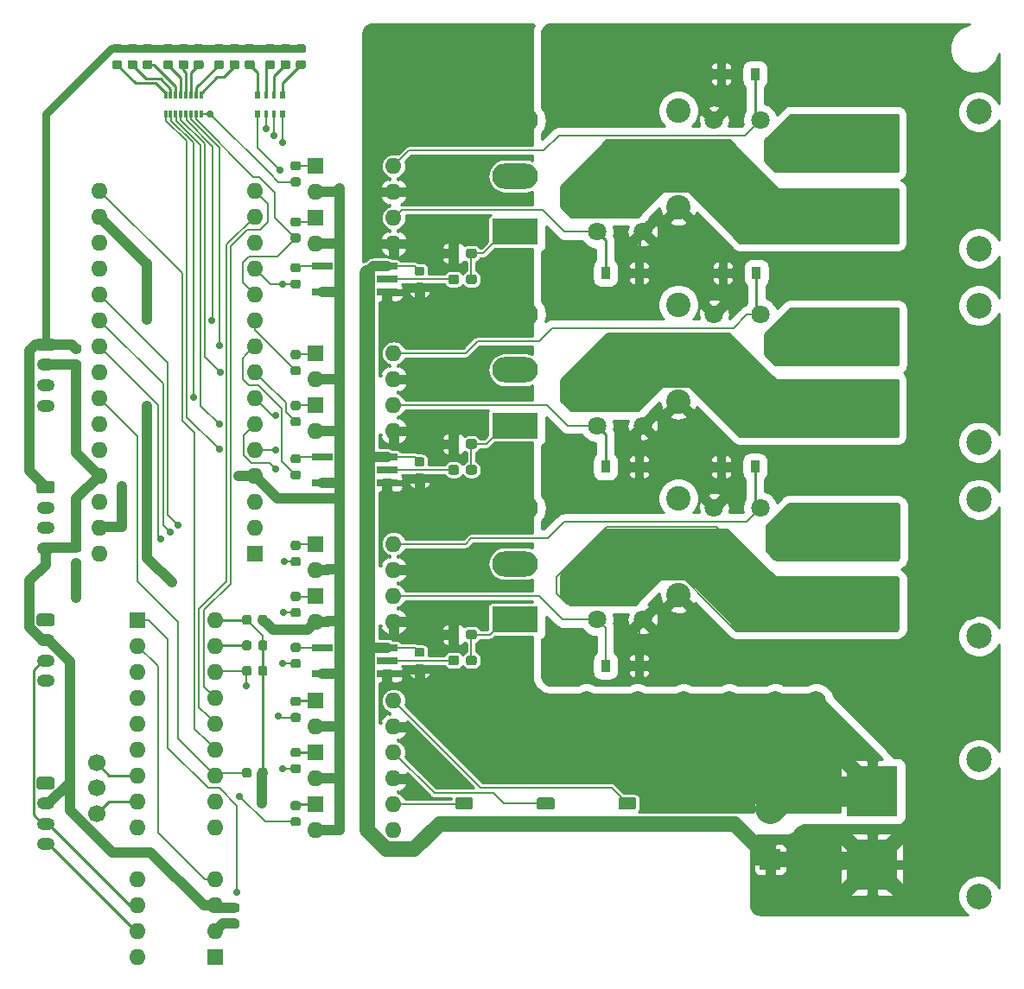
<source format=gtl>
G04 #@! TF.GenerationSoftware,KiCad,Pcbnew,(5.1.2)-1*
G04 #@! TF.CreationDate,2019-09-05T15:18:28+09:00*
G04 #@! TF.ProjectId,MD_2016_remake,4d445f32-3031-4365-9f72-656d616b652e,2*
G04 #@! TF.SameCoordinates,PXaba9500PY3473bc0*
G04 #@! TF.FileFunction,Copper,L1,Top*
G04 #@! TF.FilePolarity,Positive*
%FSLAX46Y46*%
G04 Gerber Fmt 4.6, Leading zero omitted, Abs format (unit mm)*
G04 Created by KiCad (PCBNEW (5.1.2)-1) date 2019-09-05 15:18:28*
%MOMM*%
%LPD*%
G04 APERTURE LIST*
%ADD10R,4.500000X2.500000*%
%ADD11O,4.500000X2.500000*%
%ADD12O,1.750000X1.200000*%
%ADD13C,0.100000*%
%ADD14C,1.200000*%
%ADD15O,1.600000X1.600000*%
%ADD16R,1.600000X1.600000*%
%ADD17R,5.000000X5.000000*%
%ADD18C,2.500000*%
%ADD19R,0.900000X1.200000*%
%ADD20R,2.000000X2.000000*%
%ADD21C,2.000000*%
%ADD22C,0.875000*%
%ADD23R,2.000000X0.640000*%
%ADD24C,3.000000*%
%ADD25C,1.800000*%
%ADD26C,2.400000*%
%ADD27C,0.950000*%
%ADD28R,0.300000X0.800000*%
%ADD29R,0.500000X0.800000*%
%ADD30R,0.400000X0.800000*%
%ADD31C,1.700000*%
%ADD32C,1.000000*%
%ADD33C,0.700000*%
%ADD34C,0.250000*%
%ADD35C,0.160000*%
%ADD36C,1.000000*%
%ADD37C,0.750000*%
%ADD38C,1.500000*%
%ADD39C,3.000000*%
%ADD40C,0.254000*%
G04 APERTURE END LIST*
D10*
X50000000Y-60950000D03*
D11*
X50000000Y-55500000D03*
X50000000Y-50050000D03*
D12*
X4000000Y-40000000D03*
X4000000Y-38000000D03*
X4000000Y-36000000D03*
D13*
G36*
X4649505Y-33401204D02*
G01*
X4673773Y-33404804D01*
X4697572Y-33410765D01*
X4720671Y-33419030D01*
X4742850Y-33429520D01*
X4763893Y-33442132D01*
X4783599Y-33456747D01*
X4801777Y-33473223D01*
X4818253Y-33491401D01*
X4832868Y-33511107D01*
X4845480Y-33532150D01*
X4855970Y-33554329D01*
X4864235Y-33577428D01*
X4870196Y-33601227D01*
X4873796Y-33625495D01*
X4875000Y-33649999D01*
X4875000Y-34350001D01*
X4873796Y-34374505D01*
X4870196Y-34398773D01*
X4864235Y-34422572D01*
X4855970Y-34445671D01*
X4845480Y-34467850D01*
X4832868Y-34488893D01*
X4818253Y-34508599D01*
X4801777Y-34526777D01*
X4783599Y-34543253D01*
X4763893Y-34557868D01*
X4742850Y-34570480D01*
X4720671Y-34580970D01*
X4697572Y-34589235D01*
X4673773Y-34595196D01*
X4649505Y-34598796D01*
X4625001Y-34600000D01*
X3374999Y-34600000D01*
X3350495Y-34598796D01*
X3326227Y-34595196D01*
X3302428Y-34589235D01*
X3279329Y-34580970D01*
X3257150Y-34570480D01*
X3236107Y-34557868D01*
X3216401Y-34543253D01*
X3198223Y-34526777D01*
X3181747Y-34508599D01*
X3167132Y-34488893D01*
X3154520Y-34467850D01*
X3144030Y-34445671D01*
X3135765Y-34422572D01*
X3129804Y-34398773D01*
X3126204Y-34374505D01*
X3125000Y-34350001D01*
X3125000Y-33649999D01*
X3126204Y-33625495D01*
X3129804Y-33601227D01*
X3135765Y-33577428D01*
X3144030Y-33554329D01*
X3154520Y-33532150D01*
X3167132Y-33511107D01*
X3181747Y-33491401D01*
X3198223Y-33473223D01*
X3216401Y-33456747D01*
X3236107Y-33442132D01*
X3257150Y-33429520D01*
X3279329Y-33419030D01*
X3302428Y-33410765D01*
X3326227Y-33404804D01*
X3350495Y-33401204D01*
X3374999Y-33400000D01*
X4625001Y-33400000D01*
X4649505Y-33401204D01*
X4649505Y-33401204D01*
G37*
D14*
X4000000Y-34000000D03*
D12*
X4000000Y-54000000D03*
X4000000Y-52000000D03*
X4000000Y-50000000D03*
D13*
G36*
X4649505Y-47401204D02*
G01*
X4673773Y-47404804D01*
X4697572Y-47410765D01*
X4720671Y-47419030D01*
X4742850Y-47429520D01*
X4763893Y-47442132D01*
X4783599Y-47456747D01*
X4801777Y-47473223D01*
X4818253Y-47491401D01*
X4832868Y-47511107D01*
X4845480Y-47532150D01*
X4855970Y-47554329D01*
X4864235Y-47577428D01*
X4870196Y-47601227D01*
X4873796Y-47625495D01*
X4875000Y-47649999D01*
X4875000Y-48350001D01*
X4873796Y-48374505D01*
X4870196Y-48398773D01*
X4864235Y-48422572D01*
X4855970Y-48445671D01*
X4845480Y-48467850D01*
X4832868Y-48488893D01*
X4818253Y-48508599D01*
X4801777Y-48526777D01*
X4783599Y-48543253D01*
X4763893Y-48557868D01*
X4742850Y-48570480D01*
X4720671Y-48580970D01*
X4697572Y-48589235D01*
X4673773Y-48595196D01*
X4649505Y-48598796D01*
X4625001Y-48600000D01*
X3374999Y-48600000D01*
X3350495Y-48598796D01*
X3326227Y-48595196D01*
X3302428Y-48589235D01*
X3279329Y-48580970D01*
X3257150Y-48570480D01*
X3236107Y-48557868D01*
X3216401Y-48543253D01*
X3198223Y-48526777D01*
X3181747Y-48508599D01*
X3167132Y-48488893D01*
X3154520Y-48467850D01*
X3144030Y-48445671D01*
X3135765Y-48422572D01*
X3129804Y-48398773D01*
X3126204Y-48374505D01*
X3125000Y-48350001D01*
X3125000Y-47649999D01*
X3126204Y-47625495D01*
X3129804Y-47601227D01*
X3135765Y-47577428D01*
X3144030Y-47554329D01*
X3154520Y-47532150D01*
X3167132Y-47511107D01*
X3181747Y-47491401D01*
X3198223Y-47473223D01*
X3216401Y-47456747D01*
X3236107Y-47442132D01*
X3257150Y-47429520D01*
X3279329Y-47419030D01*
X3302428Y-47410765D01*
X3326227Y-47404804D01*
X3350495Y-47401204D01*
X3374999Y-47400000D01*
X4625001Y-47400000D01*
X4649505Y-47401204D01*
X4649505Y-47401204D01*
G37*
D14*
X4000000Y-48000000D03*
D15*
X20620000Y-61000000D03*
X13000000Y-81320000D03*
X20620000Y-63540000D03*
X13000000Y-78780000D03*
X20620000Y-66080000D03*
X13000000Y-76240000D03*
X20620000Y-68620000D03*
X13000000Y-73700000D03*
X20620000Y-71160000D03*
X13000000Y-71160000D03*
X20620000Y-73700000D03*
X13000000Y-68620000D03*
X20620000Y-76240000D03*
X13000000Y-66080000D03*
X20620000Y-78780000D03*
X13000000Y-63540000D03*
X20620000Y-81320000D03*
D16*
X13000000Y-61000000D03*
D17*
X85000000Y-77800000D03*
X85000000Y-85000000D03*
D18*
X95450000Y-74700000D03*
X95450000Y-88100000D03*
D19*
X73500000Y-7500000D03*
X70200000Y-7500000D03*
X58850000Y-27000000D03*
X62150000Y-27000000D03*
X73650000Y-27000000D03*
X70350000Y-27000000D03*
X58850000Y-46000000D03*
X62150000Y-46000000D03*
X73500000Y-46000000D03*
X70200000Y-46000000D03*
X58850000Y-65500000D03*
X62150000Y-65500000D03*
D16*
X24500000Y-54500000D03*
D15*
X9260000Y-21480000D03*
X24500000Y-51960000D03*
X9260000Y-24020000D03*
X24500000Y-49420000D03*
X9260000Y-26560000D03*
X24500000Y-46880000D03*
X9260000Y-29100000D03*
X24500000Y-44340000D03*
X9260000Y-31640000D03*
X24500000Y-41800000D03*
X9260000Y-34180000D03*
X24500000Y-39260000D03*
X9260000Y-36720000D03*
X24500000Y-36720000D03*
X9260000Y-39260000D03*
X24500000Y-34180000D03*
X9260000Y-41800000D03*
X24500000Y-31640000D03*
X9260000Y-44340000D03*
X24500000Y-29100000D03*
X9260000Y-46880000D03*
X24500000Y-26560000D03*
X9260000Y-49420000D03*
X24500000Y-24020000D03*
X9260000Y-51960000D03*
X24500000Y-21480000D03*
X9260000Y-54500000D03*
X24500000Y-18940000D03*
X9260000Y-18940000D03*
D20*
X75000000Y-84500000D03*
D21*
X75000000Y-79500000D03*
D13*
G36*
X7277691Y-55051053D02*
G01*
X7298926Y-55054203D01*
X7319750Y-55059419D01*
X7339962Y-55066651D01*
X7359368Y-55075830D01*
X7377781Y-55086866D01*
X7395024Y-55099654D01*
X7410930Y-55114070D01*
X7425346Y-55129976D01*
X7438134Y-55147219D01*
X7449170Y-55165632D01*
X7458349Y-55185038D01*
X7465581Y-55205250D01*
X7470797Y-55226074D01*
X7473947Y-55247309D01*
X7475000Y-55268750D01*
X7475000Y-55706250D01*
X7473947Y-55727691D01*
X7470797Y-55748926D01*
X7465581Y-55769750D01*
X7458349Y-55789962D01*
X7449170Y-55809368D01*
X7438134Y-55827781D01*
X7425346Y-55845024D01*
X7410930Y-55860930D01*
X7395024Y-55875346D01*
X7377781Y-55888134D01*
X7359368Y-55899170D01*
X7339962Y-55908349D01*
X7319750Y-55915581D01*
X7298926Y-55920797D01*
X7277691Y-55923947D01*
X7256250Y-55925000D01*
X6743750Y-55925000D01*
X6722309Y-55923947D01*
X6701074Y-55920797D01*
X6680250Y-55915581D01*
X6660038Y-55908349D01*
X6640632Y-55899170D01*
X6622219Y-55888134D01*
X6604976Y-55875346D01*
X6589070Y-55860930D01*
X6574654Y-55845024D01*
X6561866Y-55827781D01*
X6550830Y-55809368D01*
X6541651Y-55789962D01*
X6534419Y-55769750D01*
X6529203Y-55748926D01*
X6526053Y-55727691D01*
X6525000Y-55706250D01*
X6525000Y-55268750D01*
X6526053Y-55247309D01*
X6529203Y-55226074D01*
X6534419Y-55205250D01*
X6541651Y-55185038D01*
X6550830Y-55165632D01*
X6561866Y-55147219D01*
X6574654Y-55129976D01*
X6589070Y-55114070D01*
X6604976Y-55099654D01*
X6622219Y-55086866D01*
X6640632Y-55075830D01*
X6660038Y-55066651D01*
X6680250Y-55059419D01*
X6701074Y-55054203D01*
X6722309Y-55051053D01*
X6743750Y-55050000D01*
X7256250Y-55050000D01*
X7277691Y-55051053D01*
X7277691Y-55051053D01*
G37*
D22*
X7000000Y-55487500D03*
D13*
G36*
X7277691Y-53476053D02*
G01*
X7298926Y-53479203D01*
X7319750Y-53484419D01*
X7339962Y-53491651D01*
X7359368Y-53500830D01*
X7377781Y-53511866D01*
X7395024Y-53524654D01*
X7410930Y-53539070D01*
X7425346Y-53554976D01*
X7438134Y-53572219D01*
X7449170Y-53590632D01*
X7458349Y-53610038D01*
X7465581Y-53630250D01*
X7470797Y-53651074D01*
X7473947Y-53672309D01*
X7475000Y-53693750D01*
X7475000Y-54131250D01*
X7473947Y-54152691D01*
X7470797Y-54173926D01*
X7465581Y-54194750D01*
X7458349Y-54214962D01*
X7449170Y-54234368D01*
X7438134Y-54252781D01*
X7425346Y-54270024D01*
X7410930Y-54285930D01*
X7395024Y-54300346D01*
X7377781Y-54313134D01*
X7359368Y-54324170D01*
X7339962Y-54333349D01*
X7319750Y-54340581D01*
X7298926Y-54345797D01*
X7277691Y-54348947D01*
X7256250Y-54350000D01*
X6743750Y-54350000D01*
X6722309Y-54348947D01*
X6701074Y-54345797D01*
X6680250Y-54340581D01*
X6660038Y-54333349D01*
X6640632Y-54324170D01*
X6622219Y-54313134D01*
X6604976Y-54300346D01*
X6589070Y-54285930D01*
X6574654Y-54270024D01*
X6561866Y-54252781D01*
X6550830Y-54234368D01*
X6541651Y-54214962D01*
X6534419Y-54194750D01*
X6529203Y-54173926D01*
X6526053Y-54152691D01*
X6525000Y-54131250D01*
X6525000Y-53693750D01*
X6526053Y-53672309D01*
X6529203Y-53651074D01*
X6534419Y-53630250D01*
X6541651Y-53610038D01*
X6550830Y-53590632D01*
X6561866Y-53572219D01*
X6574654Y-53554976D01*
X6589070Y-53539070D01*
X6604976Y-53524654D01*
X6622219Y-53511866D01*
X6640632Y-53500830D01*
X6660038Y-53491651D01*
X6680250Y-53484419D01*
X6701074Y-53479203D01*
X6722309Y-53476053D01*
X6743750Y-53475000D01*
X7256250Y-53475000D01*
X7277691Y-53476053D01*
X7277691Y-53476053D01*
G37*
D22*
X7000000Y-53912500D03*
D13*
G36*
X7277691Y-35563552D02*
G01*
X7298926Y-35566702D01*
X7319750Y-35571918D01*
X7339962Y-35579150D01*
X7359368Y-35588329D01*
X7377781Y-35599365D01*
X7395024Y-35612153D01*
X7410930Y-35626569D01*
X7425346Y-35642475D01*
X7438134Y-35659718D01*
X7449170Y-35678131D01*
X7458349Y-35697537D01*
X7465581Y-35717749D01*
X7470797Y-35738573D01*
X7473947Y-35759808D01*
X7475000Y-35781249D01*
X7475000Y-36218749D01*
X7473947Y-36240190D01*
X7470797Y-36261425D01*
X7465581Y-36282249D01*
X7458349Y-36302461D01*
X7449170Y-36321867D01*
X7438134Y-36340280D01*
X7425346Y-36357523D01*
X7410930Y-36373429D01*
X7395024Y-36387845D01*
X7377781Y-36400633D01*
X7359368Y-36411669D01*
X7339962Y-36420848D01*
X7319750Y-36428080D01*
X7298926Y-36433296D01*
X7277691Y-36436446D01*
X7256250Y-36437499D01*
X6743750Y-36437499D01*
X6722309Y-36436446D01*
X6701074Y-36433296D01*
X6680250Y-36428080D01*
X6660038Y-36420848D01*
X6640632Y-36411669D01*
X6622219Y-36400633D01*
X6604976Y-36387845D01*
X6589070Y-36373429D01*
X6574654Y-36357523D01*
X6561866Y-36340280D01*
X6550830Y-36321867D01*
X6541651Y-36302461D01*
X6534419Y-36282249D01*
X6529203Y-36261425D01*
X6526053Y-36240190D01*
X6525000Y-36218749D01*
X6525000Y-35781249D01*
X6526053Y-35759808D01*
X6529203Y-35738573D01*
X6534419Y-35717749D01*
X6541651Y-35697537D01*
X6550830Y-35678131D01*
X6561866Y-35659718D01*
X6574654Y-35642475D01*
X6589070Y-35626569D01*
X6604976Y-35612153D01*
X6622219Y-35599365D01*
X6640632Y-35588329D01*
X6660038Y-35579150D01*
X6680250Y-35571918D01*
X6701074Y-35566702D01*
X6722309Y-35563552D01*
X6743750Y-35562499D01*
X7256250Y-35562499D01*
X7277691Y-35563552D01*
X7277691Y-35563552D01*
G37*
D22*
X7000000Y-35999999D03*
D13*
G36*
X7277691Y-33988552D02*
G01*
X7298926Y-33991702D01*
X7319750Y-33996918D01*
X7339962Y-34004150D01*
X7359368Y-34013329D01*
X7377781Y-34024365D01*
X7395024Y-34037153D01*
X7410930Y-34051569D01*
X7425346Y-34067475D01*
X7438134Y-34084718D01*
X7449170Y-34103131D01*
X7458349Y-34122537D01*
X7465581Y-34142749D01*
X7470797Y-34163573D01*
X7473947Y-34184808D01*
X7475000Y-34206249D01*
X7475000Y-34643749D01*
X7473947Y-34665190D01*
X7470797Y-34686425D01*
X7465581Y-34707249D01*
X7458349Y-34727461D01*
X7449170Y-34746867D01*
X7438134Y-34765280D01*
X7425346Y-34782523D01*
X7410930Y-34798429D01*
X7395024Y-34812845D01*
X7377781Y-34825633D01*
X7359368Y-34836669D01*
X7339962Y-34845848D01*
X7319750Y-34853080D01*
X7298926Y-34858296D01*
X7277691Y-34861446D01*
X7256250Y-34862499D01*
X6743750Y-34862499D01*
X6722309Y-34861446D01*
X6701074Y-34858296D01*
X6680250Y-34853080D01*
X6660038Y-34845848D01*
X6640632Y-34836669D01*
X6622219Y-34825633D01*
X6604976Y-34812845D01*
X6589070Y-34798429D01*
X6574654Y-34782523D01*
X6561866Y-34765280D01*
X6550830Y-34746867D01*
X6541651Y-34727461D01*
X6534419Y-34707249D01*
X6529203Y-34686425D01*
X6526053Y-34665190D01*
X6525000Y-34643749D01*
X6525000Y-34206249D01*
X6526053Y-34184808D01*
X6529203Y-34163573D01*
X6534419Y-34142749D01*
X6541651Y-34122537D01*
X6550830Y-34103131D01*
X6561866Y-34084718D01*
X6574654Y-34067475D01*
X6589070Y-34051569D01*
X6604976Y-34037153D01*
X6622219Y-34024365D01*
X6640632Y-34013329D01*
X6660038Y-34004150D01*
X6680250Y-33996918D01*
X6701074Y-33991702D01*
X6722309Y-33988552D01*
X6743750Y-33987499D01*
X7256250Y-33987499D01*
X7277691Y-33988552D01*
X7277691Y-33988552D01*
G37*
D22*
X7000000Y-34424999D03*
D13*
G36*
X22777691Y-88776053D02*
G01*
X22798926Y-88779203D01*
X22819750Y-88784419D01*
X22839962Y-88791651D01*
X22859368Y-88800830D01*
X22877781Y-88811866D01*
X22895024Y-88824654D01*
X22910930Y-88839070D01*
X22925346Y-88854976D01*
X22938134Y-88872219D01*
X22949170Y-88890632D01*
X22958349Y-88910038D01*
X22965581Y-88930250D01*
X22970797Y-88951074D01*
X22973947Y-88972309D01*
X22975000Y-88993750D01*
X22975000Y-89431250D01*
X22973947Y-89452691D01*
X22970797Y-89473926D01*
X22965581Y-89494750D01*
X22958349Y-89514962D01*
X22949170Y-89534368D01*
X22938134Y-89552781D01*
X22925346Y-89570024D01*
X22910930Y-89585930D01*
X22895024Y-89600346D01*
X22877781Y-89613134D01*
X22859368Y-89624170D01*
X22839962Y-89633349D01*
X22819750Y-89640581D01*
X22798926Y-89645797D01*
X22777691Y-89648947D01*
X22756250Y-89650000D01*
X22243750Y-89650000D01*
X22222309Y-89648947D01*
X22201074Y-89645797D01*
X22180250Y-89640581D01*
X22160038Y-89633349D01*
X22140632Y-89624170D01*
X22122219Y-89613134D01*
X22104976Y-89600346D01*
X22089070Y-89585930D01*
X22074654Y-89570024D01*
X22061866Y-89552781D01*
X22050830Y-89534368D01*
X22041651Y-89514962D01*
X22034419Y-89494750D01*
X22029203Y-89473926D01*
X22026053Y-89452691D01*
X22025000Y-89431250D01*
X22025000Y-88993750D01*
X22026053Y-88972309D01*
X22029203Y-88951074D01*
X22034419Y-88930250D01*
X22041651Y-88910038D01*
X22050830Y-88890632D01*
X22061866Y-88872219D01*
X22074654Y-88854976D01*
X22089070Y-88839070D01*
X22104976Y-88824654D01*
X22122219Y-88811866D01*
X22140632Y-88800830D01*
X22160038Y-88791651D01*
X22180250Y-88784419D01*
X22201074Y-88779203D01*
X22222309Y-88776053D01*
X22243750Y-88775000D01*
X22756250Y-88775000D01*
X22777691Y-88776053D01*
X22777691Y-88776053D01*
G37*
D22*
X22500000Y-89212500D03*
D13*
G36*
X22777691Y-90351053D02*
G01*
X22798926Y-90354203D01*
X22819750Y-90359419D01*
X22839962Y-90366651D01*
X22859368Y-90375830D01*
X22877781Y-90386866D01*
X22895024Y-90399654D01*
X22910930Y-90414070D01*
X22925346Y-90429976D01*
X22938134Y-90447219D01*
X22949170Y-90465632D01*
X22958349Y-90485038D01*
X22965581Y-90505250D01*
X22970797Y-90526074D01*
X22973947Y-90547309D01*
X22975000Y-90568750D01*
X22975000Y-91006250D01*
X22973947Y-91027691D01*
X22970797Y-91048926D01*
X22965581Y-91069750D01*
X22958349Y-91089962D01*
X22949170Y-91109368D01*
X22938134Y-91127781D01*
X22925346Y-91145024D01*
X22910930Y-91160930D01*
X22895024Y-91175346D01*
X22877781Y-91188134D01*
X22859368Y-91199170D01*
X22839962Y-91208349D01*
X22819750Y-91215581D01*
X22798926Y-91220797D01*
X22777691Y-91223947D01*
X22756250Y-91225000D01*
X22243750Y-91225000D01*
X22222309Y-91223947D01*
X22201074Y-91220797D01*
X22180250Y-91215581D01*
X22160038Y-91208349D01*
X22140632Y-91199170D01*
X22122219Y-91188134D01*
X22104976Y-91175346D01*
X22089070Y-91160930D01*
X22074654Y-91145024D01*
X22061866Y-91127781D01*
X22050830Y-91109368D01*
X22041651Y-91089962D01*
X22034419Y-91069750D01*
X22029203Y-91048926D01*
X22026053Y-91027691D01*
X22025000Y-91006250D01*
X22025000Y-90568750D01*
X22026053Y-90547309D01*
X22029203Y-90526074D01*
X22034419Y-90505250D01*
X22041651Y-90485038D01*
X22050830Y-90465632D01*
X22061866Y-90447219D01*
X22074654Y-90429976D01*
X22089070Y-90414070D01*
X22104976Y-90399654D01*
X22122219Y-90386866D01*
X22140632Y-90375830D01*
X22160038Y-90366651D01*
X22180250Y-90359419D01*
X22201074Y-90354203D01*
X22222309Y-90351053D01*
X22243750Y-90350000D01*
X22756250Y-90350000D01*
X22777691Y-90351053D01*
X22777691Y-90351053D01*
G37*
D22*
X22500000Y-90787500D03*
D13*
G36*
X25527691Y-60526053D02*
G01*
X25548926Y-60529203D01*
X25569750Y-60534419D01*
X25589962Y-60541651D01*
X25609368Y-60550830D01*
X25627781Y-60561866D01*
X25645024Y-60574654D01*
X25660930Y-60589070D01*
X25675346Y-60604976D01*
X25688134Y-60622219D01*
X25699170Y-60640632D01*
X25708349Y-60660038D01*
X25715581Y-60680250D01*
X25720797Y-60701074D01*
X25723947Y-60722309D01*
X25725000Y-60743750D01*
X25725000Y-61256250D01*
X25723947Y-61277691D01*
X25720797Y-61298926D01*
X25715581Y-61319750D01*
X25708349Y-61339962D01*
X25699170Y-61359368D01*
X25688134Y-61377781D01*
X25675346Y-61395024D01*
X25660930Y-61410930D01*
X25645024Y-61425346D01*
X25627781Y-61438134D01*
X25609368Y-61449170D01*
X25589962Y-61458349D01*
X25569750Y-61465581D01*
X25548926Y-61470797D01*
X25527691Y-61473947D01*
X25506250Y-61475000D01*
X25068750Y-61475000D01*
X25047309Y-61473947D01*
X25026074Y-61470797D01*
X25005250Y-61465581D01*
X24985038Y-61458349D01*
X24965632Y-61449170D01*
X24947219Y-61438134D01*
X24929976Y-61425346D01*
X24914070Y-61410930D01*
X24899654Y-61395024D01*
X24886866Y-61377781D01*
X24875830Y-61359368D01*
X24866651Y-61339962D01*
X24859419Y-61319750D01*
X24854203Y-61298926D01*
X24851053Y-61277691D01*
X24850000Y-61256250D01*
X24850000Y-60743750D01*
X24851053Y-60722309D01*
X24854203Y-60701074D01*
X24859419Y-60680250D01*
X24866651Y-60660038D01*
X24875830Y-60640632D01*
X24886866Y-60622219D01*
X24899654Y-60604976D01*
X24914070Y-60589070D01*
X24929976Y-60574654D01*
X24947219Y-60561866D01*
X24965632Y-60550830D01*
X24985038Y-60541651D01*
X25005250Y-60534419D01*
X25026074Y-60529203D01*
X25047309Y-60526053D01*
X25068750Y-60525000D01*
X25506250Y-60525000D01*
X25527691Y-60526053D01*
X25527691Y-60526053D01*
G37*
D22*
X25287500Y-61000000D03*
D13*
G36*
X23952691Y-60526053D02*
G01*
X23973926Y-60529203D01*
X23994750Y-60534419D01*
X24014962Y-60541651D01*
X24034368Y-60550830D01*
X24052781Y-60561866D01*
X24070024Y-60574654D01*
X24085930Y-60589070D01*
X24100346Y-60604976D01*
X24113134Y-60622219D01*
X24124170Y-60640632D01*
X24133349Y-60660038D01*
X24140581Y-60680250D01*
X24145797Y-60701074D01*
X24148947Y-60722309D01*
X24150000Y-60743750D01*
X24150000Y-61256250D01*
X24148947Y-61277691D01*
X24145797Y-61298926D01*
X24140581Y-61319750D01*
X24133349Y-61339962D01*
X24124170Y-61359368D01*
X24113134Y-61377781D01*
X24100346Y-61395024D01*
X24085930Y-61410930D01*
X24070024Y-61425346D01*
X24052781Y-61438134D01*
X24034368Y-61449170D01*
X24014962Y-61458349D01*
X23994750Y-61465581D01*
X23973926Y-61470797D01*
X23952691Y-61473947D01*
X23931250Y-61475000D01*
X23493750Y-61475000D01*
X23472309Y-61473947D01*
X23451074Y-61470797D01*
X23430250Y-61465581D01*
X23410038Y-61458349D01*
X23390632Y-61449170D01*
X23372219Y-61438134D01*
X23354976Y-61425346D01*
X23339070Y-61410930D01*
X23324654Y-61395024D01*
X23311866Y-61377781D01*
X23300830Y-61359368D01*
X23291651Y-61339962D01*
X23284419Y-61319750D01*
X23279203Y-61298926D01*
X23276053Y-61277691D01*
X23275000Y-61256250D01*
X23275000Y-60743750D01*
X23276053Y-60722309D01*
X23279203Y-60701074D01*
X23284419Y-60680250D01*
X23291651Y-60660038D01*
X23300830Y-60640632D01*
X23311866Y-60622219D01*
X23324654Y-60604976D01*
X23339070Y-60589070D01*
X23354976Y-60574654D01*
X23372219Y-60561866D01*
X23390632Y-60550830D01*
X23410038Y-60541651D01*
X23430250Y-60534419D01*
X23451074Y-60529203D01*
X23472309Y-60526053D01*
X23493750Y-60525000D01*
X23931250Y-60525000D01*
X23952691Y-60526053D01*
X23952691Y-60526053D01*
G37*
D22*
X23712500Y-61000000D03*
D13*
G36*
X40917691Y-65331053D02*
G01*
X40938926Y-65334203D01*
X40959750Y-65339419D01*
X40979962Y-65346651D01*
X40999368Y-65355830D01*
X41017781Y-65366866D01*
X41035024Y-65379654D01*
X41050930Y-65394070D01*
X41065346Y-65409976D01*
X41078134Y-65427219D01*
X41089170Y-65445632D01*
X41098349Y-65465038D01*
X41105581Y-65485250D01*
X41110797Y-65506074D01*
X41113947Y-65527309D01*
X41115000Y-65548750D01*
X41115000Y-65986250D01*
X41113947Y-66007691D01*
X41110797Y-66028926D01*
X41105581Y-66049750D01*
X41098349Y-66069962D01*
X41089170Y-66089368D01*
X41078134Y-66107781D01*
X41065346Y-66125024D01*
X41050930Y-66140930D01*
X41035024Y-66155346D01*
X41017781Y-66168134D01*
X40999368Y-66179170D01*
X40979962Y-66188349D01*
X40959750Y-66195581D01*
X40938926Y-66200797D01*
X40917691Y-66203947D01*
X40896250Y-66205000D01*
X40383750Y-66205000D01*
X40362309Y-66203947D01*
X40341074Y-66200797D01*
X40320250Y-66195581D01*
X40300038Y-66188349D01*
X40280632Y-66179170D01*
X40262219Y-66168134D01*
X40244976Y-66155346D01*
X40229070Y-66140930D01*
X40214654Y-66125024D01*
X40201866Y-66107781D01*
X40190830Y-66089368D01*
X40181651Y-66069962D01*
X40174419Y-66049750D01*
X40169203Y-66028926D01*
X40166053Y-66007691D01*
X40165000Y-65986250D01*
X40165000Y-65548750D01*
X40166053Y-65527309D01*
X40169203Y-65506074D01*
X40174419Y-65485250D01*
X40181651Y-65465038D01*
X40190830Y-65445632D01*
X40201866Y-65427219D01*
X40214654Y-65409976D01*
X40229070Y-65394070D01*
X40244976Y-65379654D01*
X40262219Y-65366866D01*
X40280632Y-65355830D01*
X40300038Y-65346651D01*
X40320250Y-65339419D01*
X40341074Y-65334203D01*
X40362309Y-65331053D01*
X40383750Y-65330000D01*
X40896250Y-65330000D01*
X40917691Y-65331053D01*
X40917691Y-65331053D01*
G37*
D22*
X40640000Y-65767500D03*
D13*
G36*
X40917691Y-63756053D02*
G01*
X40938926Y-63759203D01*
X40959750Y-63764419D01*
X40979962Y-63771651D01*
X40999368Y-63780830D01*
X41017781Y-63791866D01*
X41035024Y-63804654D01*
X41050930Y-63819070D01*
X41065346Y-63834976D01*
X41078134Y-63852219D01*
X41089170Y-63870632D01*
X41098349Y-63890038D01*
X41105581Y-63910250D01*
X41110797Y-63931074D01*
X41113947Y-63952309D01*
X41115000Y-63973750D01*
X41115000Y-64411250D01*
X41113947Y-64432691D01*
X41110797Y-64453926D01*
X41105581Y-64474750D01*
X41098349Y-64494962D01*
X41089170Y-64514368D01*
X41078134Y-64532781D01*
X41065346Y-64550024D01*
X41050930Y-64565930D01*
X41035024Y-64580346D01*
X41017781Y-64593134D01*
X40999368Y-64604170D01*
X40979962Y-64613349D01*
X40959750Y-64620581D01*
X40938926Y-64625797D01*
X40917691Y-64628947D01*
X40896250Y-64630000D01*
X40383750Y-64630000D01*
X40362309Y-64628947D01*
X40341074Y-64625797D01*
X40320250Y-64620581D01*
X40300038Y-64613349D01*
X40280632Y-64604170D01*
X40262219Y-64593134D01*
X40244976Y-64580346D01*
X40229070Y-64565930D01*
X40214654Y-64550024D01*
X40201866Y-64532781D01*
X40190830Y-64514368D01*
X40181651Y-64494962D01*
X40174419Y-64474750D01*
X40169203Y-64453926D01*
X40166053Y-64432691D01*
X40165000Y-64411250D01*
X40165000Y-63973750D01*
X40166053Y-63952309D01*
X40169203Y-63931074D01*
X40174419Y-63910250D01*
X40181651Y-63890038D01*
X40190830Y-63870632D01*
X40201866Y-63852219D01*
X40214654Y-63834976D01*
X40229070Y-63819070D01*
X40244976Y-63804654D01*
X40262219Y-63791866D01*
X40280632Y-63780830D01*
X40300038Y-63771651D01*
X40320250Y-63764419D01*
X40341074Y-63759203D01*
X40362309Y-63756053D01*
X40383750Y-63755000D01*
X40896250Y-63755000D01*
X40917691Y-63756053D01*
X40917691Y-63756053D01*
G37*
D22*
X40640000Y-64192500D03*
D13*
G36*
X40917691Y-45076053D02*
G01*
X40938926Y-45079203D01*
X40959750Y-45084419D01*
X40979962Y-45091651D01*
X40999368Y-45100830D01*
X41017781Y-45111866D01*
X41035024Y-45124654D01*
X41050930Y-45139070D01*
X41065346Y-45154976D01*
X41078134Y-45172219D01*
X41089170Y-45190632D01*
X41098349Y-45210038D01*
X41105581Y-45230250D01*
X41110797Y-45251074D01*
X41113947Y-45272309D01*
X41115000Y-45293750D01*
X41115000Y-45731250D01*
X41113947Y-45752691D01*
X41110797Y-45773926D01*
X41105581Y-45794750D01*
X41098349Y-45814962D01*
X41089170Y-45834368D01*
X41078134Y-45852781D01*
X41065346Y-45870024D01*
X41050930Y-45885930D01*
X41035024Y-45900346D01*
X41017781Y-45913134D01*
X40999368Y-45924170D01*
X40979962Y-45933349D01*
X40959750Y-45940581D01*
X40938926Y-45945797D01*
X40917691Y-45948947D01*
X40896250Y-45950000D01*
X40383750Y-45950000D01*
X40362309Y-45948947D01*
X40341074Y-45945797D01*
X40320250Y-45940581D01*
X40300038Y-45933349D01*
X40280632Y-45924170D01*
X40262219Y-45913134D01*
X40244976Y-45900346D01*
X40229070Y-45885930D01*
X40214654Y-45870024D01*
X40201866Y-45852781D01*
X40190830Y-45834368D01*
X40181651Y-45814962D01*
X40174419Y-45794750D01*
X40169203Y-45773926D01*
X40166053Y-45752691D01*
X40165000Y-45731250D01*
X40165000Y-45293750D01*
X40166053Y-45272309D01*
X40169203Y-45251074D01*
X40174419Y-45230250D01*
X40181651Y-45210038D01*
X40190830Y-45190632D01*
X40201866Y-45172219D01*
X40214654Y-45154976D01*
X40229070Y-45139070D01*
X40244976Y-45124654D01*
X40262219Y-45111866D01*
X40280632Y-45100830D01*
X40300038Y-45091651D01*
X40320250Y-45084419D01*
X40341074Y-45079203D01*
X40362309Y-45076053D01*
X40383750Y-45075000D01*
X40896250Y-45075000D01*
X40917691Y-45076053D01*
X40917691Y-45076053D01*
G37*
D22*
X40640000Y-45512500D03*
D13*
G36*
X40917691Y-46651053D02*
G01*
X40938926Y-46654203D01*
X40959750Y-46659419D01*
X40979962Y-46666651D01*
X40999368Y-46675830D01*
X41017781Y-46686866D01*
X41035024Y-46699654D01*
X41050930Y-46714070D01*
X41065346Y-46729976D01*
X41078134Y-46747219D01*
X41089170Y-46765632D01*
X41098349Y-46785038D01*
X41105581Y-46805250D01*
X41110797Y-46826074D01*
X41113947Y-46847309D01*
X41115000Y-46868750D01*
X41115000Y-47306250D01*
X41113947Y-47327691D01*
X41110797Y-47348926D01*
X41105581Y-47369750D01*
X41098349Y-47389962D01*
X41089170Y-47409368D01*
X41078134Y-47427781D01*
X41065346Y-47445024D01*
X41050930Y-47460930D01*
X41035024Y-47475346D01*
X41017781Y-47488134D01*
X40999368Y-47499170D01*
X40979962Y-47508349D01*
X40959750Y-47515581D01*
X40938926Y-47520797D01*
X40917691Y-47523947D01*
X40896250Y-47525000D01*
X40383750Y-47525000D01*
X40362309Y-47523947D01*
X40341074Y-47520797D01*
X40320250Y-47515581D01*
X40300038Y-47508349D01*
X40280632Y-47499170D01*
X40262219Y-47488134D01*
X40244976Y-47475346D01*
X40229070Y-47460930D01*
X40214654Y-47445024D01*
X40201866Y-47427781D01*
X40190830Y-47409368D01*
X40181651Y-47389962D01*
X40174419Y-47369750D01*
X40169203Y-47348926D01*
X40166053Y-47327691D01*
X40165000Y-47306250D01*
X40165000Y-46868750D01*
X40166053Y-46847309D01*
X40169203Y-46826074D01*
X40174419Y-46805250D01*
X40181651Y-46785038D01*
X40190830Y-46765632D01*
X40201866Y-46747219D01*
X40214654Y-46729976D01*
X40229070Y-46714070D01*
X40244976Y-46699654D01*
X40262219Y-46686866D01*
X40280632Y-46675830D01*
X40300038Y-46666651D01*
X40320250Y-46659419D01*
X40341074Y-46654203D01*
X40362309Y-46651053D01*
X40383750Y-46650000D01*
X40896250Y-46650000D01*
X40917691Y-46651053D01*
X40917691Y-46651053D01*
G37*
D22*
X40640000Y-47087500D03*
D13*
G36*
X40917691Y-26396053D02*
G01*
X40938926Y-26399203D01*
X40959750Y-26404419D01*
X40979962Y-26411651D01*
X40999368Y-26420830D01*
X41017781Y-26431866D01*
X41035024Y-26444654D01*
X41050930Y-26459070D01*
X41065346Y-26474976D01*
X41078134Y-26492219D01*
X41089170Y-26510632D01*
X41098349Y-26530038D01*
X41105581Y-26550250D01*
X41110797Y-26571074D01*
X41113947Y-26592309D01*
X41115000Y-26613750D01*
X41115000Y-27051250D01*
X41113947Y-27072691D01*
X41110797Y-27093926D01*
X41105581Y-27114750D01*
X41098349Y-27134962D01*
X41089170Y-27154368D01*
X41078134Y-27172781D01*
X41065346Y-27190024D01*
X41050930Y-27205930D01*
X41035024Y-27220346D01*
X41017781Y-27233134D01*
X40999368Y-27244170D01*
X40979962Y-27253349D01*
X40959750Y-27260581D01*
X40938926Y-27265797D01*
X40917691Y-27268947D01*
X40896250Y-27270000D01*
X40383750Y-27270000D01*
X40362309Y-27268947D01*
X40341074Y-27265797D01*
X40320250Y-27260581D01*
X40300038Y-27253349D01*
X40280632Y-27244170D01*
X40262219Y-27233134D01*
X40244976Y-27220346D01*
X40229070Y-27205930D01*
X40214654Y-27190024D01*
X40201866Y-27172781D01*
X40190830Y-27154368D01*
X40181651Y-27134962D01*
X40174419Y-27114750D01*
X40169203Y-27093926D01*
X40166053Y-27072691D01*
X40165000Y-27051250D01*
X40165000Y-26613750D01*
X40166053Y-26592309D01*
X40169203Y-26571074D01*
X40174419Y-26550250D01*
X40181651Y-26530038D01*
X40190830Y-26510632D01*
X40201866Y-26492219D01*
X40214654Y-26474976D01*
X40229070Y-26459070D01*
X40244976Y-26444654D01*
X40262219Y-26431866D01*
X40280632Y-26420830D01*
X40300038Y-26411651D01*
X40320250Y-26404419D01*
X40341074Y-26399203D01*
X40362309Y-26396053D01*
X40383750Y-26395000D01*
X40896250Y-26395000D01*
X40917691Y-26396053D01*
X40917691Y-26396053D01*
G37*
D22*
X40640000Y-26832500D03*
D13*
G36*
X40917691Y-27971053D02*
G01*
X40938926Y-27974203D01*
X40959750Y-27979419D01*
X40979962Y-27986651D01*
X40999368Y-27995830D01*
X41017781Y-28006866D01*
X41035024Y-28019654D01*
X41050930Y-28034070D01*
X41065346Y-28049976D01*
X41078134Y-28067219D01*
X41089170Y-28085632D01*
X41098349Y-28105038D01*
X41105581Y-28125250D01*
X41110797Y-28146074D01*
X41113947Y-28167309D01*
X41115000Y-28188750D01*
X41115000Y-28626250D01*
X41113947Y-28647691D01*
X41110797Y-28668926D01*
X41105581Y-28689750D01*
X41098349Y-28709962D01*
X41089170Y-28729368D01*
X41078134Y-28747781D01*
X41065346Y-28765024D01*
X41050930Y-28780930D01*
X41035024Y-28795346D01*
X41017781Y-28808134D01*
X40999368Y-28819170D01*
X40979962Y-28828349D01*
X40959750Y-28835581D01*
X40938926Y-28840797D01*
X40917691Y-28843947D01*
X40896250Y-28845000D01*
X40383750Y-28845000D01*
X40362309Y-28843947D01*
X40341074Y-28840797D01*
X40320250Y-28835581D01*
X40300038Y-28828349D01*
X40280632Y-28819170D01*
X40262219Y-28808134D01*
X40244976Y-28795346D01*
X40229070Y-28780930D01*
X40214654Y-28765024D01*
X40201866Y-28747781D01*
X40190830Y-28729368D01*
X40181651Y-28709962D01*
X40174419Y-28689750D01*
X40169203Y-28668926D01*
X40166053Y-28647691D01*
X40165000Y-28626250D01*
X40165000Y-28188750D01*
X40166053Y-28167309D01*
X40169203Y-28146074D01*
X40174419Y-28125250D01*
X40181651Y-28105038D01*
X40190830Y-28085632D01*
X40201866Y-28067219D01*
X40214654Y-28049976D01*
X40229070Y-28034070D01*
X40244976Y-28019654D01*
X40262219Y-28006866D01*
X40280632Y-27995830D01*
X40300038Y-27986651D01*
X40320250Y-27979419D01*
X40341074Y-27974203D01*
X40362309Y-27971053D01*
X40383750Y-27970000D01*
X40896250Y-27970000D01*
X40917691Y-27971053D01*
X40917691Y-27971053D01*
G37*
D22*
X40640000Y-28407500D03*
D13*
G36*
X11277691Y-4563553D02*
G01*
X11298926Y-4566703D01*
X11319750Y-4571919D01*
X11339962Y-4579151D01*
X11359368Y-4588330D01*
X11377781Y-4599366D01*
X11395024Y-4612154D01*
X11410930Y-4626570D01*
X11425346Y-4642476D01*
X11438134Y-4659719D01*
X11449170Y-4678132D01*
X11458349Y-4697538D01*
X11465581Y-4717750D01*
X11470797Y-4738574D01*
X11473947Y-4759809D01*
X11475000Y-4781250D01*
X11475000Y-5218750D01*
X11473947Y-5240191D01*
X11470797Y-5261426D01*
X11465581Y-5282250D01*
X11458349Y-5302462D01*
X11449170Y-5321868D01*
X11438134Y-5340281D01*
X11425346Y-5357524D01*
X11410930Y-5373430D01*
X11395024Y-5387846D01*
X11377781Y-5400634D01*
X11359368Y-5411670D01*
X11339962Y-5420849D01*
X11319750Y-5428081D01*
X11298926Y-5433297D01*
X11277691Y-5436447D01*
X11256250Y-5437500D01*
X10743750Y-5437500D01*
X10722309Y-5436447D01*
X10701074Y-5433297D01*
X10680250Y-5428081D01*
X10660038Y-5420849D01*
X10640632Y-5411670D01*
X10622219Y-5400634D01*
X10604976Y-5387846D01*
X10589070Y-5373430D01*
X10574654Y-5357524D01*
X10561866Y-5340281D01*
X10550830Y-5321868D01*
X10541651Y-5302462D01*
X10534419Y-5282250D01*
X10529203Y-5261426D01*
X10526053Y-5240191D01*
X10525000Y-5218750D01*
X10525000Y-4781250D01*
X10526053Y-4759809D01*
X10529203Y-4738574D01*
X10534419Y-4717750D01*
X10541651Y-4697538D01*
X10550830Y-4678132D01*
X10561866Y-4659719D01*
X10574654Y-4642476D01*
X10589070Y-4626570D01*
X10604976Y-4612154D01*
X10622219Y-4599366D01*
X10640632Y-4588330D01*
X10660038Y-4579151D01*
X10680250Y-4571919D01*
X10701074Y-4566703D01*
X10722309Y-4563553D01*
X10743750Y-4562500D01*
X11256250Y-4562500D01*
X11277691Y-4563553D01*
X11277691Y-4563553D01*
G37*
D22*
X11000000Y-5000000D03*
D13*
G36*
X11277691Y-6138553D02*
G01*
X11298926Y-6141703D01*
X11319750Y-6146919D01*
X11339962Y-6154151D01*
X11359368Y-6163330D01*
X11377781Y-6174366D01*
X11395024Y-6187154D01*
X11410930Y-6201570D01*
X11425346Y-6217476D01*
X11438134Y-6234719D01*
X11449170Y-6253132D01*
X11458349Y-6272538D01*
X11465581Y-6292750D01*
X11470797Y-6313574D01*
X11473947Y-6334809D01*
X11475000Y-6356250D01*
X11475000Y-6793750D01*
X11473947Y-6815191D01*
X11470797Y-6836426D01*
X11465581Y-6857250D01*
X11458349Y-6877462D01*
X11449170Y-6896868D01*
X11438134Y-6915281D01*
X11425346Y-6932524D01*
X11410930Y-6948430D01*
X11395024Y-6962846D01*
X11377781Y-6975634D01*
X11359368Y-6986670D01*
X11339962Y-6995849D01*
X11319750Y-7003081D01*
X11298926Y-7008297D01*
X11277691Y-7011447D01*
X11256250Y-7012500D01*
X10743750Y-7012500D01*
X10722309Y-7011447D01*
X10701074Y-7008297D01*
X10680250Y-7003081D01*
X10660038Y-6995849D01*
X10640632Y-6986670D01*
X10622219Y-6975634D01*
X10604976Y-6962846D01*
X10589070Y-6948430D01*
X10574654Y-6932524D01*
X10561866Y-6915281D01*
X10550830Y-6896868D01*
X10541651Y-6877462D01*
X10534419Y-6857250D01*
X10529203Y-6836426D01*
X10526053Y-6815191D01*
X10525000Y-6793750D01*
X10525000Y-6356250D01*
X10526053Y-6334809D01*
X10529203Y-6313574D01*
X10534419Y-6292750D01*
X10541651Y-6272538D01*
X10550830Y-6253132D01*
X10561866Y-6234719D01*
X10574654Y-6217476D01*
X10589070Y-6201570D01*
X10604976Y-6187154D01*
X10622219Y-6174366D01*
X10640632Y-6163330D01*
X10660038Y-6154151D01*
X10680250Y-6146919D01*
X10701074Y-6141703D01*
X10722309Y-6138553D01*
X10743750Y-6137500D01*
X11256250Y-6137500D01*
X11277691Y-6138553D01*
X11277691Y-6138553D01*
G37*
D22*
X11000000Y-6575000D03*
D13*
G36*
X12777691Y-6138553D02*
G01*
X12798926Y-6141703D01*
X12819750Y-6146919D01*
X12839962Y-6154151D01*
X12859368Y-6163330D01*
X12877781Y-6174366D01*
X12895024Y-6187154D01*
X12910930Y-6201570D01*
X12925346Y-6217476D01*
X12938134Y-6234719D01*
X12949170Y-6253132D01*
X12958349Y-6272538D01*
X12965581Y-6292750D01*
X12970797Y-6313574D01*
X12973947Y-6334809D01*
X12975000Y-6356250D01*
X12975000Y-6793750D01*
X12973947Y-6815191D01*
X12970797Y-6836426D01*
X12965581Y-6857250D01*
X12958349Y-6877462D01*
X12949170Y-6896868D01*
X12938134Y-6915281D01*
X12925346Y-6932524D01*
X12910930Y-6948430D01*
X12895024Y-6962846D01*
X12877781Y-6975634D01*
X12859368Y-6986670D01*
X12839962Y-6995849D01*
X12819750Y-7003081D01*
X12798926Y-7008297D01*
X12777691Y-7011447D01*
X12756250Y-7012500D01*
X12243750Y-7012500D01*
X12222309Y-7011447D01*
X12201074Y-7008297D01*
X12180250Y-7003081D01*
X12160038Y-6995849D01*
X12140632Y-6986670D01*
X12122219Y-6975634D01*
X12104976Y-6962846D01*
X12089070Y-6948430D01*
X12074654Y-6932524D01*
X12061866Y-6915281D01*
X12050830Y-6896868D01*
X12041651Y-6877462D01*
X12034419Y-6857250D01*
X12029203Y-6836426D01*
X12026053Y-6815191D01*
X12025000Y-6793750D01*
X12025000Y-6356250D01*
X12026053Y-6334809D01*
X12029203Y-6313574D01*
X12034419Y-6292750D01*
X12041651Y-6272538D01*
X12050830Y-6253132D01*
X12061866Y-6234719D01*
X12074654Y-6217476D01*
X12089070Y-6201570D01*
X12104976Y-6187154D01*
X12122219Y-6174366D01*
X12140632Y-6163330D01*
X12160038Y-6154151D01*
X12180250Y-6146919D01*
X12201074Y-6141703D01*
X12222309Y-6138553D01*
X12243750Y-6137500D01*
X12756250Y-6137500D01*
X12777691Y-6138553D01*
X12777691Y-6138553D01*
G37*
D22*
X12500000Y-6575000D03*
D13*
G36*
X12777691Y-4563553D02*
G01*
X12798926Y-4566703D01*
X12819750Y-4571919D01*
X12839962Y-4579151D01*
X12859368Y-4588330D01*
X12877781Y-4599366D01*
X12895024Y-4612154D01*
X12910930Y-4626570D01*
X12925346Y-4642476D01*
X12938134Y-4659719D01*
X12949170Y-4678132D01*
X12958349Y-4697538D01*
X12965581Y-4717750D01*
X12970797Y-4738574D01*
X12973947Y-4759809D01*
X12975000Y-4781250D01*
X12975000Y-5218750D01*
X12973947Y-5240191D01*
X12970797Y-5261426D01*
X12965581Y-5282250D01*
X12958349Y-5302462D01*
X12949170Y-5321868D01*
X12938134Y-5340281D01*
X12925346Y-5357524D01*
X12910930Y-5373430D01*
X12895024Y-5387846D01*
X12877781Y-5400634D01*
X12859368Y-5411670D01*
X12839962Y-5420849D01*
X12819750Y-5428081D01*
X12798926Y-5433297D01*
X12777691Y-5436447D01*
X12756250Y-5437500D01*
X12243750Y-5437500D01*
X12222309Y-5436447D01*
X12201074Y-5433297D01*
X12180250Y-5428081D01*
X12160038Y-5420849D01*
X12140632Y-5411670D01*
X12122219Y-5400634D01*
X12104976Y-5387846D01*
X12089070Y-5373430D01*
X12074654Y-5357524D01*
X12061866Y-5340281D01*
X12050830Y-5321868D01*
X12041651Y-5302462D01*
X12034419Y-5282250D01*
X12029203Y-5261426D01*
X12026053Y-5240191D01*
X12025000Y-5218750D01*
X12025000Y-4781250D01*
X12026053Y-4759809D01*
X12029203Y-4738574D01*
X12034419Y-4717750D01*
X12041651Y-4697538D01*
X12050830Y-4678132D01*
X12061866Y-4659719D01*
X12074654Y-4642476D01*
X12089070Y-4626570D01*
X12104976Y-4612154D01*
X12122219Y-4599366D01*
X12140632Y-4588330D01*
X12160038Y-4579151D01*
X12180250Y-4571919D01*
X12201074Y-4566703D01*
X12222309Y-4563553D01*
X12243750Y-4562500D01*
X12756250Y-4562500D01*
X12777691Y-4563553D01*
X12777691Y-4563553D01*
G37*
D22*
X12500000Y-5000000D03*
D13*
G36*
X14277691Y-4563554D02*
G01*
X14298926Y-4566704D01*
X14319750Y-4571920D01*
X14339962Y-4579152D01*
X14359368Y-4588331D01*
X14377781Y-4599367D01*
X14395024Y-4612155D01*
X14410930Y-4626571D01*
X14425346Y-4642477D01*
X14438134Y-4659720D01*
X14449170Y-4678133D01*
X14458349Y-4697539D01*
X14465581Y-4717751D01*
X14470797Y-4738575D01*
X14473947Y-4759810D01*
X14475000Y-4781251D01*
X14475000Y-5218751D01*
X14473947Y-5240192D01*
X14470797Y-5261427D01*
X14465581Y-5282251D01*
X14458349Y-5302463D01*
X14449170Y-5321869D01*
X14438134Y-5340282D01*
X14425346Y-5357525D01*
X14410930Y-5373431D01*
X14395024Y-5387847D01*
X14377781Y-5400635D01*
X14359368Y-5411671D01*
X14339962Y-5420850D01*
X14319750Y-5428082D01*
X14298926Y-5433298D01*
X14277691Y-5436448D01*
X14256250Y-5437501D01*
X13743750Y-5437501D01*
X13722309Y-5436448D01*
X13701074Y-5433298D01*
X13680250Y-5428082D01*
X13660038Y-5420850D01*
X13640632Y-5411671D01*
X13622219Y-5400635D01*
X13604976Y-5387847D01*
X13589070Y-5373431D01*
X13574654Y-5357525D01*
X13561866Y-5340282D01*
X13550830Y-5321869D01*
X13541651Y-5302463D01*
X13534419Y-5282251D01*
X13529203Y-5261427D01*
X13526053Y-5240192D01*
X13525000Y-5218751D01*
X13525000Y-4781251D01*
X13526053Y-4759810D01*
X13529203Y-4738575D01*
X13534419Y-4717751D01*
X13541651Y-4697539D01*
X13550830Y-4678133D01*
X13561866Y-4659720D01*
X13574654Y-4642477D01*
X13589070Y-4626571D01*
X13604976Y-4612155D01*
X13622219Y-4599367D01*
X13640632Y-4588331D01*
X13660038Y-4579152D01*
X13680250Y-4571920D01*
X13701074Y-4566704D01*
X13722309Y-4563554D01*
X13743750Y-4562501D01*
X14256250Y-4562501D01*
X14277691Y-4563554D01*
X14277691Y-4563554D01*
G37*
D22*
X14000000Y-5000001D03*
D13*
G36*
X14277691Y-6138554D02*
G01*
X14298926Y-6141704D01*
X14319750Y-6146920D01*
X14339962Y-6154152D01*
X14359368Y-6163331D01*
X14377781Y-6174367D01*
X14395024Y-6187155D01*
X14410930Y-6201571D01*
X14425346Y-6217477D01*
X14438134Y-6234720D01*
X14449170Y-6253133D01*
X14458349Y-6272539D01*
X14465581Y-6292751D01*
X14470797Y-6313575D01*
X14473947Y-6334810D01*
X14475000Y-6356251D01*
X14475000Y-6793751D01*
X14473947Y-6815192D01*
X14470797Y-6836427D01*
X14465581Y-6857251D01*
X14458349Y-6877463D01*
X14449170Y-6896869D01*
X14438134Y-6915282D01*
X14425346Y-6932525D01*
X14410930Y-6948431D01*
X14395024Y-6962847D01*
X14377781Y-6975635D01*
X14359368Y-6986671D01*
X14339962Y-6995850D01*
X14319750Y-7003082D01*
X14298926Y-7008298D01*
X14277691Y-7011448D01*
X14256250Y-7012501D01*
X13743750Y-7012501D01*
X13722309Y-7011448D01*
X13701074Y-7008298D01*
X13680250Y-7003082D01*
X13660038Y-6995850D01*
X13640632Y-6986671D01*
X13622219Y-6975635D01*
X13604976Y-6962847D01*
X13589070Y-6948431D01*
X13574654Y-6932525D01*
X13561866Y-6915282D01*
X13550830Y-6896869D01*
X13541651Y-6877463D01*
X13534419Y-6857251D01*
X13529203Y-6836427D01*
X13526053Y-6815192D01*
X13525000Y-6793751D01*
X13525000Y-6356251D01*
X13526053Y-6334810D01*
X13529203Y-6313575D01*
X13534419Y-6292751D01*
X13541651Y-6272539D01*
X13550830Y-6253133D01*
X13561866Y-6234720D01*
X13574654Y-6217477D01*
X13589070Y-6201571D01*
X13604976Y-6187155D01*
X13622219Y-6174367D01*
X13640632Y-6163331D01*
X13660038Y-6154152D01*
X13680250Y-6146920D01*
X13701074Y-6141704D01*
X13722309Y-6138554D01*
X13743750Y-6137501D01*
X14256250Y-6137501D01*
X14277691Y-6138554D01*
X14277691Y-6138554D01*
G37*
D22*
X14000000Y-6575001D03*
D13*
G36*
X16277691Y-6138553D02*
G01*
X16298926Y-6141703D01*
X16319750Y-6146919D01*
X16339962Y-6154151D01*
X16359368Y-6163330D01*
X16377781Y-6174366D01*
X16395024Y-6187154D01*
X16410930Y-6201570D01*
X16425346Y-6217476D01*
X16438134Y-6234719D01*
X16449170Y-6253132D01*
X16458349Y-6272538D01*
X16465581Y-6292750D01*
X16470797Y-6313574D01*
X16473947Y-6334809D01*
X16475000Y-6356250D01*
X16475000Y-6793750D01*
X16473947Y-6815191D01*
X16470797Y-6836426D01*
X16465581Y-6857250D01*
X16458349Y-6877462D01*
X16449170Y-6896868D01*
X16438134Y-6915281D01*
X16425346Y-6932524D01*
X16410930Y-6948430D01*
X16395024Y-6962846D01*
X16377781Y-6975634D01*
X16359368Y-6986670D01*
X16339962Y-6995849D01*
X16319750Y-7003081D01*
X16298926Y-7008297D01*
X16277691Y-7011447D01*
X16256250Y-7012500D01*
X15743750Y-7012500D01*
X15722309Y-7011447D01*
X15701074Y-7008297D01*
X15680250Y-7003081D01*
X15660038Y-6995849D01*
X15640632Y-6986670D01*
X15622219Y-6975634D01*
X15604976Y-6962846D01*
X15589070Y-6948430D01*
X15574654Y-6932524D01*
X15561866Y-6915281D01*
X15550830Y-6896868D01*
X15541651Y-6877462D01*
X15534419Y-6857250D01*
X15529203Y-6836426D01*
X15526053Y-6815191D01*
X15525000Y-6793750D01*
X15525000Y-6356250D01*
X15526053Y-6334809D01*
X15529203Y-6313574D01*
X15534419Y-6292750D01*
X15541651Y-6272538D01*
X15550830Y-6253132D01*
X15561866Y-6234719D01*
X15574654Y-6217476D01*
X15589070Y-6201570D01*
X15604976Y-6187154D01*
X15622219Y-6174366D01*
X15640632Y-6163330D01*
X15660038Y-6154151D01*
X15680250Y-6146919D01*
X15701074Y-6141703D01*
X15722309Y-6138553D01*
X15743750Y-6137500D01*
X16256250Y-6137500D01*
X16277691Y-6138553D01*
X16277691Y-6138553D01*
G37*
D22*
X16000000Y-6575000D03*
D13*
G36*
X16277691Y-4563553D02*
G01*
X16298926Y-4566703D01*
X16319750Y-4571919D01*
X16339962Y-4579151D01*
X16359368Y-4588330D01*
X16377781Y-4599366D01*
X16395024Y-4612154D01*
X16410930Y-4626570D01*
X16425346Y-4642476D01*
X16438134Y-4659719D01*
X16449170Y-4678132D01*
X16458349Y-4697538D01*
X16465581Y-4717750D01*
X16470797Y-4738574D01*
X16473947Y-4759809D01*
X16475000Y-4781250D01*
X16475000Y-5218750D01*
X16473947Y-5240191D01*
X16470797Y-5261426D01*
X16465581Y-5282250D01*
X16458349Y-5302462D01*
X16449170Y-5321868D01*
X16438134Y-5340281D01*
X16425346Y-5357524D01*
X16410930Y-5373430D01*
X16395024Y-5387846D01*
X16377781Y-5400634D01*
X16359368Y-5411670D01*
X16339962Y-5420849D01*
X16319750Y-5428081D01*
X16298926Y-5433297D01*
X16277691Y-5436447D01*
X16256250Y-5437500D01*
X15743750Y-5437500D01*
X15722309Y-5436447D01*
X15701074Y-5433297D01*
X15680250Y-5428081D01*
X15660038Y-5420849D01*
X15640632Y-5411670D01*
X15622219Y-5400634D01*
X15604976Y-5387846D01*
X15589070Y-5373430D01*
X15574654Y-5357524D01*
X15561866Y-5340281D01*
X15550830Y-5321868D01*
X15541651Y-5302462D01*
X15534419Y-5282250D01*
X15529203Y-5261426D01*
X15526053Y-5240191D01*
X15525000Y-5218750D01*
X15525000Y-4781250D01*
X15526053Y-4759809D01*
X15529203Y-4738574D01*
X15534419Y-4717750D01*
X15541651Y-4697538D01*
X15550830Y-4678132D01*
X15561866Y-4659719D01*
X15574654Y-4642476D01*
X15589070Y-4626570D01*
X15604976Y-4612154D01*
X15622219Y-4599366D01*
X15640632Y-4588330D01*
X15660038Y-4579151D01*
X15680250Y-4571919D01*
X15701074Y-4566703D01*
X15722309Y-4563553D01*
X15743750Y-4562500D01*
X16256250Y-4562500D01*
X16277691Y-4563553D01*
X16277691Y-4563553D01*
G37*
D22*
X16000000Y-5000000D03*
D13*
G36*
X17777691Y-4563553D02*
G01*
X17798926Y-4566703D01*
X17819750Y-4571919D01*
X17839962Y-4579151D01*
X17859368Y-4588330D01*
X17877781Y-4599366D01*
X17895024Y-4612154D01*
X17910930Y-4626570D01*
X17925346Y-4642476D01*
X17938134Y-4659719D01*
X17949170Y-4678132D01*
X17958349Y-4697538D01*
X17965581Y-4717750D01*
X17970797Y-4738574D01*
X17973947Y-4759809D01*
X17975000Y-4781250D01*
X17975000Y-5218750D01*
X17973947Y-5240191D01*
X17970797Y-5261426D01*
X17965581Y-5282250D01*
X17958349Y-5302462D01*
X17949170Y-5321868D01*
X17938134Y-5340281D01*
X17925346Y-5357524D01*
X17910930Y-5373430D01*
X17895024Y-5387846D01*
X17877781Y-5400634D01*
X17859368Y-5411670D01*
X17839962Y-5420849D01*
X17819750Y-5428081D01*
X17798926Y-5433297D01*
X17777691Y-5436447D01*
X17756250Y-5437500D01*
X17243750Y-5437500D01*
X17222309Y-5436447D01*
X17201074Y-5433297D01*
X17180250Y-5428081D01*
X17160038Y-5420849D01*
X17140632Y-5411670D01*
X17122219Y-5400634D01*
X17104976Y-5387846D01*
X17089070Y-5373430D01*
X17074654Y-5357524D01*
X17061866Y-5340281D01*
X17050830Y-5321868D01*
X17041651Y-5302462D01*
X17034419Y-5282250D01*
X17029203Y-5261426D01*
X17026053Y-5240191D01*
X17025000Y-5218750D01*
X17025000Y-4781250D01*
X17026053Y-4759809D01*
X17029203Y-4738574D01*
X17034419Y-4717750D01*
X17041651Y-4697538D01*
X17050830Y-4678132D01*
X17061866Y-4659719D01*
X17074654Y-4642476D01*
X17089070Y-4626570D01*
X17104976Y-4612154D01*
X17122219Y-4599366D01*
X17140632Y-4588330D01*
X17160038Y-4579151D01*
X17180250Y-4571919D01*
X17201074Y-4566703D01*
X17222309Y-4563553D01*
X17243750Y-4562500D01*
X17756250Y-4562500D01*
X17777691Y-4563553D01*
X17777691Y-4563553D01*
G37*
D22*
X17500000Y-5000000D03*
D13*
G36*
X17777691Y-6138553D02*
G01*
X17798926Y-6141703D01*
X17819750Y-6146919D01*
X17839962Y-6154151D01*
X17859368Y-6163330D01*
X17877781Y-6174366D01*
X17895024Y-6187154D01*
X17910930Y-6201570D01*
X17925346Y-6217476D01*
X17938134Y-6234719D01*
X17949170Y-6253132D01*
X17958349Y-6272538D01*
X17965581Y-6292750D01*
X17970797Y-6313574D01*
X17973947Y-6334809D01*
X17975000Y-6356250D01*
X17975000Y-6793750D01*
X17973947Y-6815191D01*
X17970797Y-6836426D01*
X17965581Y-6857250D01*
X17958349Y-6877462D01*
X17949170Y-6896868D01*
X17938134Y-6915281D01*
X17925346Y-6932524D01*
X17910930Y-6948430D01*
X17895024Y-6962846D01*
X17877781Y-6975634D01*
X17859368Y-6986670D01*
X17839962Y-6995849D01*
X17819750Y-7003081D01*
X17798926Y-7008297D01*
X17777691Y-7011447D01*
X17756250Y-7012500D01*
X17243750Y-7012500D01*
X17222309Y-7011447D01*
X17201074Y-7008297D01*
X17180250Y-7003081D01*
X17160038Y-6995849D01*
X17140632Y-6986670D01*
X17122219Y-6975634D01*
X17104976Y-6962846D01*
X17089070Y-6948430D01*
X17074654Y-6932524D01*
X17061866Y-6915281D01*
X17050830Y-6896868D01*
X17041651Y-6877462D01*
X17034419Y-6857250D01*
X17029203Y-6836426D01*
X17026053Y-6815191D01*
X17025000Y-6793750D01*
X17025000Y-6356250D01*
X17026053Y-6334809D01*
X17029203Y-6313574D01*
X17034419Y-6292750D01*
X17041651Y-6272538D01*
X17050830Y-6253132D01*
X17061866Y-6234719D01*
X17074654Y-6217476D01*
X17089070Y-6201570D01*
X17104976Y-6187154D01*
X17122219Y-6174366D01*
X17140632Y-6163330D01*
X17160038Y-6154151D01*
X17180250Y-6146919D01*
X17201074Y-6141703D01*
X17222309Y-6138553D01*
X17243750Y-6137500D01*
X17756250Y-6137500D01*
X17777691Y-6138553D01*
X17777691Y-6138553D01*
G37*
D22*
X17500000Y-6575000D03*
D13*
G36*
X19277690Y-6138553D02*
G01*
X19298925Y-6141703D01*
X19319749Y-6146919D01*
X19339961Y-6154151D01*
X19359367Y-6163330D01*
X19377780Y-6174366D01*
X19395023Y-6187154D01*
X19410929Y-6201570D01*
X19425345Y-6217476D01*
X19438133Y-6234719D01*
X19449169Y-6253132D01*
X19458348Y-6272538D01*
X19465580Y-6292750D01*
X19470796Y-6313574D01*
X19473946Y-6334809D01*
X19474999Y-6356250D01*
X19474999Y-6793750D01*
X19473946Y-6815191D01*
X19470796Y-6836426D01*
X19465580Y-6857250D01*
X19458348Y-6877462D01*
X19449169Y-6896868D01*
X19438133Y-6915281D01*
X19425345Y-6932524D01*
X19410929Y-6948430D01*
X19395023Y-6962846D01*
X19377780Y-6975634D01*
X19359367Y-6986670D01*
X19339961Y-6995849D01*
X19319749Y-7003081D01*
X19298925Y-7008297D01*
X19277690Y-7011447D01*
X19256249Y-7012500D01*
X18743749Y-7012500D01*
X18722308Y-7011447D01*
X18701073Y-7008297D01*
X18680249Y-7003081D01*
X18660037Y-6995849D01*
X18640631Y-6986670D01*
X18622218Y-6975634D01*
X18604975Y-6962846D01*
X18589069Y-6948430D01*
X18574653Y-6932524D01*
X18561865Y-6915281D01*
X18550829Y-6896868D01*
X18541650Y-6877462D01*
X18534418Y-6857250D01*
X18529202Y-6836426D01*
X18526052Y-6815191D01*
X18524999Y-6793750D01*
X18524999Y-6356250D01*
X18526052Y-6334809D01*
X18529202Y-6313574D01*
X18534418Y-6292750D01*
X18541650Y-6272538D01*
X18550829Y-6253132D01*
X18561865Y-6234719D01*
X18574653Y-6217476D01*
X18589069Y-6201570D01*
X18604975Y-6187154D01*
X18622218Y-6174366D01*
X18640631Y-6163330D01*
X18660037Y-6154151D01*
X18680249Y-6146919D01*
X18701073Y-6141703D01*
X18722308Y-6138553D01*
X18743749Y-6137500D01*
X19256249Y-6137500D01*
X19277690Y-6138553D01*
X19277690Y-6138553D01*
G37*
D22*
X18999999Y-6575000D03*
D13*
G36*
X19277690Y-4563553D02*
G01*
X19298925Y-4566703D01*
X19319749Y-4571919D01*
X19339961Y-4579151D01*
X19359367Y-4588330D01*
X19377780Y-4599366D01*
X19395023Y-4612154D01*
X19410929Y-4626570D01*
X19425345Y-4642476D01*
X19438133Y-4659719D01*
X19449169Y-4678132D01*
X19458348Y-4697538D01*
X19465580Y-4717750D01*
X19470796Y-4738574D01*
X19473946Y-4759809D01*
X19474999Y-4781250D01*
X19474999Y-5218750D01*
X19473946Y-5240191D01*
X19470796Y-5261426D01*
X19465580Y-5282250D01*
X19458348Y-5302462D01*
X19449169Y-5321868D01*
X19438133Y-5340281D01*
X19425345Y-5357524D01*
X19410929Y-5373430D01*
X19395023Y-5387846D01*
X19377780Y-5400634D01*
X19359367Y-5411670D01*
X19339961Y-5420849D01*
X19319749Y-5428081D01*
X19298925Y-5433297D01*
X19277690Y-5436447D01*
X19256249Y-5437500D01*
X18743749Y-5437500D01*
X18722308Y-5436447D01*
X18701073Y-5433297D01*
X18680249Y-5428081D01*
X18660037Y-5420849D01*
X18640631Y-5411670D01*
X18622218Y-5400634D01*
X18604975Y-5387846D01*
X18589069Y-5373430D01*
X18574653Y-5357524D01*
X18561865Y-5340281D01*
X18550829Y-5321868D01*
X18541650Y-5302462D01*
X18534418Y-5282250D01*
X18529202Y-5261426D01*
X18526052Y-5240191D01*
X18524999Y-5218750D01*
X18524999Y-4781250D01*
X18526052Y-4759809D01*
X18529202Y-4738574D01*
X18534418Y-4717750D01*
X18541650Y-4697538D01*
X18550829Y-4678132D01*
X18561865Y-4659719D01*
X18574653Y-4642476D01*
X18589069Y-4626570D01*
X18604975Y-4612154D01*
X18622218Y-4599366D01*
X18640631Y-4588330D01*
X18660037Y-4579151D01*
X18680249Y-4571919D01*
X18701073Y-4566703D01*
X18722308Y-4563553D01*
X18743749Y-4562500D01*
X19256249Y-4562500D01*
X19277690Y-4563553D01*
X19277690Y-4563553D01*
G37*
D22*
X18999999Y-5000000D03*
D13*
G36*
X21277691Y-4563553D02*
G01*
X21298926Y-4566703D01*
X21319750Y-4571919D01*
X21339962Y-4579151D01*
X21359368Y-4588330D01*
X21377781Y-4599366D01*
X21395024Y-4612154D01*
X21410930Y-4626570D01*
X21425346Y-4642476D01*
X21438134Y-4659719D01*
X21449170Y-4678132D01*
X21458349Y-4697538D01*
X21465581Y-4717750D01*
X21470797Y-4738574D01*
X21473947Y-4759809D01*
X21475000Y-4781250D01*
X21475000Y-5218750D01*
X21473947Y-5240191D01*
X21470797Y-5261426D01*
X21465581Y-5282250D01*
X21458349Y-5302462D01*
X21449170Y-5321868D01*
X21438134Y-5340281D01*
X21425346Y-5357524D01*
X21410930Y-5373430D01*
X21395024Y-5387846D01*
X21377781Y-5400634D01*
X21359368Y-5411670D01*
X21339962Y-5420849D01*
X21319750Y-5428081D01*
X21298926Y-5433297D01*
X21277691Y-5436447D01*
X21256250Y-5437500D01*
X20743750Y-5437500D01*
X20722309Y-5436447D01*
X20701074Y-5433297D01*
X20680250Y-5428081D01*
X20660038Y-5420849D01*
X20640632Y-5411670D01*
X20622219Y-5400634D01*
X20604976Y-5387846D01*
X20589070Y-5373430D01*
X20574654Y-5357524D01*
X20561866Y-5340281D01*
X20550830Y-5321868D01*
X20541651Y-5302462D01*
X20534419Y-5282250D01*
X20529203Y-5261426D01*
X20526053Y-5240191D01*
X20525000Y-5218750D01*
X20525000Y-4781250D01*
X20526053Y-4759809D01*
X20529203Y-4738574D01*
X20534419Y-4717750D01*
X20541651Y-4697538D01*
X20550830Y-4678132D01*
X20561866Y-4659719D01*
X20574654Y-4642476D01*
X20589070Y-4626570D01*
X20604976Y-4612154D01*
X20622219Y-4599366D01*
X20640632Y-4588330D01*
X20660038Y-4579151D01*
X20680250Y-4571919D01*
X20701074Y-4566703D01*
X20722309Y-4563553D01*
X20743750Y-4562500D01*
X21256250Y-4562500D01*
X21277691Y-4563553D01*
X21277691Y-4563553D01*
G37*
D22*
X21000000Y-5000000D03*
D13*
G36*
X21277691Y-6138553D02*
G01*
X21298926Y-6141703D01*
X21319750Y-6146919D01*
X21339962Y-6154151D01*
X21359368Y-6163330D01*
X21377781Y-6174366D01*
X21395024Y-6187154D01*
X21410930Y-6201570D01*
X21425346Y-6217476D01*
X21438134Y-6234719D01*
X21449170Y-6253132D01*
X21458349Y-6272538D01*
X21465581Y-6292750D01*
X21470797Y-6313574D01*
X21473947Y-6334809D01*
X21475000Y-6356250D01*
X21475000Y-6793750D01*
X21473947Y-6815191D01*
X21470797Y-6836426D01*
X21465581Y-6857250D01*
X21458349Y-6877462D01*
X21449170Y-6896868D01*
X21438134Y-6915281D01*
X21425346Y-6932524D01*
X21410930Y-6948430D01*
X21395024Y-6962846D01*
X21377781Y-6975634D01*
X21359368Y-6986670D01*
X21339962Y-6995849D01*
X21319750Y-7003081D01*
X21298926Y-7008297D01*
X21277691Y-7011447D01*
X21256250Y-7012500D01*
X20743750Y-7012500D01*
X20722309Y-7011447D01*
X20701074Y-7008297D01*
X20680250Y-7003081D01*
X20660038Y-6995849D01*
X20640632Y-6986670D01*
X20622219Y-6975634D01*
X20604976Y-6962846D01*
X20589070Y-6948430D01*
X20574654Y-6932524D01*
X20561866Y-6915281D01*
X20550830Y-6896868D01*
X20541651Y-6877462D01*
X20534419Y-6857250D01*
X20529203Y-6836426D01*
X20526053Y-6815191D01*
X20525000Y-6793750D01*
X20525000Y-6356250D01*
X20526053Y-6334809D01*
X20529203Y-6313574D01*
X20534419Y-6292750D01*
X20541651Y-6272538D01*
X20550830Y-6253132D01*
X20561866Y-6234719D01*
X20574654Y-6217476D01*
X20589070Y-6201570D01*
X20604976Y-6187154D01*
X20622219Y-6174366D01*
X20640632Y-6163330D01*
X20660038Y-6154151D01*
X20680250Y-6146919D01*
X20701074Y-6141703D01*
X20722309Y-6138553D01*
X20743750Y-6137500D01*
X21256250Y-6137500D01*
X21277691Y-6138553D01*
X21277691Y-6138553D01*
G37*
D22*
X21000000Y-6575000D03*
D13*
G36*
X22777691Y-6138553D02*
G01*
X22798926Y-6141703D01*
X22819750Y-6146919D01*
X22839962Y-6154151D01*
X22859368Y-6163330D01*
X22877781Y-6174366D01*
X22895024Y-6187154D01*
X22910930Y-6201570D01*
X22925346Y-6217476D01*
X22938134Y-6234719D01*
X22949170Y-6253132D01*
X22958349Y-6272538D01*
X22965581Y-6292750D01*
X22970797Y-6313574D01*
X22973947Y-6334809D01*
X22975000Y-6356250D01*
X22975000Y-6793750D01*
X22973947Y-6815191D01*
X22970797Y-6836426D01*
X22965581Y-6857250D01*
X22958349Y-6877462D01*
X22949170Y-6896868D01*
X22938134Y-6915281D01*
X22925346Y-6932524D01*
X22910930Y-6948430D01*
X22895024Y-6962846D01*
X22877781Y-6975634D01*
X22859368Y-6986670D01*
X22839962Y-6995849D01*
X22819750Y-7003081D01*
X22798926Y-7008297D01*
X22777691Y-7011447D01*
X22756250Y-7012500D01*
X22243750Y-7012500D01*
X22222309Y-7011447D01*
X22201074Y-7008297D01*
X22180250Y-7003081D01*
X22160038Y-6995849D01*
X22140632Y-6986670D01*
X22122219Y-6975634D01*
X22104976Y-6962846D01*
X22089070Y-6948430D01*
X22074654Y-6932524D01*
X22061866Y-6915281D01*
X22050830Y-6896868D01*
X22041651Y-6877462D01*
X22034419Y-6857250D01*
X22029203Y-6836426D01*
X22026053Y-6815191D01*
X22025000Y-6793750D01*
X22025000Y-6356250D01*
X22026053Y-6334809D01*
X22029203Y-6313574D01*
X22034419Y-6292750D01*
X22041651Y-6272538D01*
X22050830Y-6253132D01*
X22061866Y-6234719D01*
X22074654Y-6217476D01*
X22089070Y-6201570D01*
X22104976Y-6187154D01*
X22122219Y-6174366D01*
X22140632Y-6163330D01*
X22160038Y-6154151D01*
X22180250Y-6146919D01*
X22201074Y-6141703D01*
X22222309Y-6138553D01*
X22243750Y-6137500D01*
X22756250Y-6137500D01*
X22777691Y-6138553D01*
X22777691Y-6138553D01*
G37*
D22*
X22500000Y-6575000D03*
D13*
G36*
X22777691Y-4563553D02*
G01*
X22798926Y-4566703D01*
X22819750Y-4571919D01*
X22839962Y-4579151D01*
X22859368Y-4588330D01*
X22877781Y-4599366D01*
X22895024Y-4612154D01*
X22910930Y-4626570D01*
X22925346Y-4642476D01*
X22938134Y-4659719D01*
X22949170Y-4678132D01*
X22958349Y-4697538D01*
X22965581Y-4717750D01*
X22970797Y-4738574D01*
X22973947Y-4759809D01*
X22975000Y-4781250D01*
X22975000Y-5218750D01*
X22973947Y-5240191D01*
X22970797Y-5261426D01*
X22965581Y-5282250D01*
X22958349Y-5302462D01*
X22949170Y-5321868D01*
X22938134Y-5340281D01*
X22925346Y-5357524D01*
X22910930Y-5373430D01*
X22895024Y-5387846D01*
X22877781Y-5400634D01*
X22859368Y-5411670D01*
X22839962Y-5420849D01*
X22819750Y-5428081D01*
X22798926Y-5433297D01*
X22777691Y-5436447D01*
X22756250Y-5437500D01*
X22243750Y-5437500D01*
X22222309Y-5436447D01*
X22201074Y-5433297D01*
X22180250Y-5428081D01*
X22160038Y-5420849D01*
X22140632Y-5411670D01*
X22122219Y-5400634D01*
X22104976Y-5387846D01*
X22089070Y-5373430D01*
X22074654Y-5357524D01*
X22061866Y-5340281D01*
X22050830Y-5321868D01*
X22041651Y-5302462D01*
X22034419Y-5282250D01*
X22029203Y-5261426D01*
X22026053Y-5240191D01*
X22025000Y-5218750D01*
X22025000Y-4781250D01*
X22026053Y-4759809D01*
X22029203Y-4738574D01*
X22034419Y-4717750D01*
X22041651Y-4697538D01*
X22050830Y-4678132D01*
X22061866Y-4659719D01*
X22074654Y-4642476D01*
X22089070Y-4626570D01*
X22104976Y-4612154D01*
X22122219Y-4599366D01*
X22140632Y-4588330D01*
X22160038Y-4579151D01*
X22180250Y-4571919D01*
X22201074Y-4566703D01*
X22222309Y-4563553D01*
X22243750Y-4562500D01*
X22756250Y-4562500D01*
X22777691Y-4563553D01*
X22777691Y-4563553D01*
G37*
D22*
X22500000Y-5000000D03*
D13*
G36*
X24277691Y-6138553D02*
G01*
X24298926Y-6141703D01*
X24319750Y-6146919D01*
X24339962Y-6154151D01*
X24359368Y-6163330D01*
X24377781Y-6174366D01*
X24395024Y-6187154D01*
X24410930Y-6201570D01*
X24425346Y-6217476D01*
X24438134Y-6234719D01*
X24449170Y-6253132D01*
X24458349Y-6272538D01*
X24465581Y-6292750D01*
X24470797Y-6313574D01*
X24473947Y-6334809D01*
X24475000Y-6356250D01*
X24475000Y-6793750D01*
X24473947Y-6815191D01*
X24470797Y-6836426D01*
X24465581Y-6857250D01*
X24458349Y-6877462D01*
X24449170Y-6896868D01*
X24438134Y-6915281D01*
X24425346Y-6932524D01*
X24410930Y-6948430D01*
X24395024Y-6962846D01*
X24377781Y-6975634D01*
X24359368Y-6986670D01*
X24339962Y-6995849D01*
X24319750Y-7003081D01*
X24298926Y-7008297D01*
X24277691Y-7011447D01*
X24256250Y-7012500D01*
X23743750Y-7012500D01*
X23722309Y-7011447D01*
X23701074Y-7008297D01*
X23680250Y-7003081D01*
X23660038Y-6995849D01*
X23640632Y-6986670D01*
X23622219Y-6975634D01*
X23604976Y-6962846D01*
X23589070Y-6948430D01*
X23574654Y-6932524D01*
X23561866Y-6915281D01*
X23550830Y-6896868D01*
X23541651Y-6877462D01*
X23534419Y-6857250D01*
X23529203Y-6836426D01*
X23526053Y-6815191D01*
X23525000Y-6793750D01*
X23525000Y-6356250D01*
X23526053Y-6334809D01*
X23529203Y-6313574D01*
X23534419Y-6292750D01*
X23541651Y-6272538D01*
X23550830Y-6253132D01*
X23561866Y-6234719D01*
X23574654Y-6217476D01*
X23589070Y-6201570D01*
X23604976Y-6187154D01*
X23622219Y-6174366D01*
X23640632Y-6163330D01*
X23660038Y-6154151D01*
X23680250Y-6146919D01*
X23701074Y-6141703D01*
X23722309Y-6138553D01*
X23743750Y-6137500D01*
X24256250Y-6137500D01*
X24277691Y-6138553D01*
X24277691Y-6138553D01*
G37*
D22*
X24000000Y-6575000D03*
D13*
G36*
X24277691Y-4563553D02*
G01*
X24298926Y-4566703D01*
X24319750Y-4571919D01*
X24339962Y-4579151D01*
X24359368Y-4588330D01*
X24377781Y-4599366D01*
X24395024Y-4612154D01*
X24410930Y-4626570D01*
X24425346Y-4642476D01*
X24438134Y-4659719D01*
X24449170Y-4678132D01*
X24458349Y-4697538D01*
X24465581Y-4717750D01*
X24470797Y-4738574D01*
X24473947Y-4759809D01*
X24475000Y-4781250D01*
X24475000Y-5218750D01*
X24473947Y-5240191D01*
X24470797Y-5261426D01*
X24465581Y-5282250D01*
X24458349Y-5302462D01*
X24449170Y-5321868D01*
X24438134Y-5340281D01*
X24425346Y-5357524D01*
X24410930Y-5373430D01*
X24395024Y-5387846D01*
X24377781Y-5400634D01*
X24359368Y-5411670D01*
X24339962Y-5420849D01*
X24319750Y-5428081D01*
X24298926Y-5433297D01*
X24277691Y-5436447D01*
X24256250Y-5437500D01*
X23743750Y-5437500D01*
X23722309Y-5436447D01*
X23701074Y-5433297D01*
X23680250Y-5428081D01*
X23660038Y-5420849D01*
X23640632Y-5411670D01*
X23622219Y-5400634D01*
X23604976Y-5387846D01*
X23589070Y-5373430D01*
X23574654Y-5357524D01*
X23561866Y-5340281D01*
X23550830Y-5321868D01*
X23541651Y-5302462D01*
X23534419Y-5282250D01*
X23529203Y-5261426D01*
X23526053Y-5240191D01*
X23525000Y-5218750D01*
X23525000Y-4781250D01*
X23526053Y-4759809D01*
X23529203Y-4738574D01*
X23534419Y-4717750D01*
X23541651Y-4697538D01*
X23550830Y-4678132D01*
X23561866Y-4659719D01*
X23574654Y-4642476D01*
X23589070Y-4626570D01*
X23604976Y-4612154D01*
X23622219Y-4599366D01*
X23640632Y-4588330D01*
X23660038Y-4579151D01*
X23680250Y-4571919D01*
X23701074Y-4566703D01*
X23722309Y-4563553D01*
X23743750Y-4562500D01*
X24256250Y-4562500D01*
X24277691Y-4563553D01*
X24277691Y-4563553D01*
G37*
D22*
X24000000Y-5000000D03*
D13*
G36*
X26277691Y-4563554D02*
G01*
X26298926Y-4566704D01*
X26319750Y-4571920D01*
X26339962Y-4579152D01*
X26359368Y-4588331D01*
X26377781Y-4599367D01*
X26395024Y-4612155D01*
X26410930Y-4626571D01*
X26425346Y-4642477D01*
X26438134Y-4659720D01*
X26449170Y-4678133D01*
X26458349Y-4697539D01*
X26465581Y-4717751D01*
X26470797Y-4738575D01*
X26473947Y-4759810D01*
X26475000Y-4781251D01*
X26475000Y-5218751D01*
X26473947Y-5240192D01*
X26470797Y-5261427D01*
X26465581Y-5282251D01*
X26458349Y-5302463D01*
X26449170Y-5321869D01*
X26438134Y-5340282D01*
X26425346Y-5357525D01*
X26410930Y-5373431D01*
X26395024Y-5387847D01*
X26377781Y-5400635D01*
X26359368Y-5411671D01*
X26339962Y-5420850D01*
X26319750Y-5428082D01*
X26298926Y-5433298D01*
X26277691Y-5436448D01*
X26256250Y-5437501D01*
X25743750Y-5437501D01*
X25722309Y-5436448D01*
X25701074Y-5433298D01*
X25680250Y-5428082D01*
X25660038Y-5420850D01*
X25640632Y-5411671D01*
X25622219Y-5400635D01*
X25604976Y-5387847D01*
X25589070Y-5373431D01*
X25574654Y-5357525D01*
X25561866Y-5340282D01*
X25550830Y-5321869D01*
X25541651Y-5302463D01*
X25534419Y-5282251D01*
X25529203Y-5261427D01*
X25526053Y-5240192D01*
X25525000Y-5218751D01*
X25525000Y-4781251D01*
X25526053Y-4759810D01*
X25529203Y-4738575D01*
X25534419Y-4717751D01*
X25541651Y-4697539D01*
X25550830Y-4678133D01*
X25561866Y-4659720D01*
X25574654Y-4642477D01*
X25589070Y-4626571D01*
X25604976Y-4612155D01*
X25622219Y-4599367D01*
X25640632Y-4588331D01*
X25660038Y-4579152D01*
X25680250Y-4571920D01*
X25701074Y-4566704D01*
X25722309Y-4563554D01*
X25743750Y-4562501D01*
X26256250Y-4562501D01*
X26277691Y-4563554D01*
X26277691Y-4563554D01*
G37*
D22*
X26000000Y-5000001D03*
D13*
G36*
X26277691Y-6138554D02*
G01*
X26298926Y-6141704D01*
X26319750Y-6146920D01*
X26339962Y-6154152D01*
X26359368Y-6163331D01*
X26377781Y-6174367D01*
X26395024Y-6187155D01*
X26410930Y-6201571D01*
X26425346Y-6217477D01*
X26438134Y-6234720D01*
X26449170Y-6253133D01*
X26458349Y-6272539D01*
X26465581Y-6292751D01*
X26470797Y-6313575D01*
X26473947Y-6334810D01*
X26475000Y-6356251D01*
X26475000Y-6793751D01*
X26473947Y-6815192D01*
X26470797Y-6836427D01*
X26465581Y-6857251D01*
X26458349Y-6877463D01*
X26449170Y-6896869D01*
X26438134Y-6915282D01*
X26425346Y-6932525D01*
X26410930Y-6948431D01*
X26395024Y-6962847D01*
X26377781Y-6975635D01*
X26359368Y-6986671D01*
X26339962Y-6995850D01*
X26319750Y-7003082D01*
X26298926Y-7008298D01*
X26277691Y-7011448D01*
X26256250Y-7012501D01*
X25743750Y-7012501D01*
X25722309Y-7011448D01*
X25701074Y-7008298D01*
X25680250Y-7003082D01*
X25660038Y-6995850D01*
X25640632Y-6986671D01*
X25622219Y-6975635D01*
X25604976Y-6962847D01*
X25589070Y-6948431D01*
X25574654Y-6932525D01*
X25561866Y-6915282D01*
X25550830Y-6896869D01*
X25541651Y-6877463D01*
X25534419Y-6857251D01*
X25529203Y-6836427D01*
X25526053Y-6815192D01*
X25525000Y-6793751D01*
X25525000Y-6356251D01*
X25526053Y-6334810D01*
X25529203Y-6313575D01*
X25534419Y-6292751D01*
X25541651Y-6272539D01*
X25550830Y-6253133D01*
X25561866Y-6234720D01*
X25574654Y-6217477D01*
X25589070Y-6201571D01*
X25604976Y-6187155D01*
X25622219Y-6174367D01*
X25640632Y-6163331D01*
X25660038Y-6154152D01*
X25680250Y-6146920D01*
X25701074Y-6141704D01*
X25722309Y-6138554D01*
X25743750Y-6137501D01*
X26256250Y-6137501D01*
X26277691Y-6138554D01*
X26277691Y-6138554D01*
G37*
D22*
X26000000Y-6575001D03*
D13*
G36*
X27777691Y-4563553D02*
G01*
X27798926Y-4566703D01*
X27819750Y-4571919D01*
X27839962Y-4579151D01*
X27859368Y-4588330D01*
X27877781Y-4599366D01*
X27895024Y-4612154D01*
X27910930Y-4626570D01*
X27925346Y-4642476D01*
X27938134Y-4659719D01*
X27949170Y-4678132D01*
X27958349Y-4697538D01*
X27965581Y-4717750D01*
X27970797Y-4738574D01*
X27973947Y-4759809D01*
X27975000Y-4781250D01*
X27975000Y-5218750D01*
X27973947Y-5240191D01*
X27970797Y-5261426D01*
X27965581Y-5282250D01*
X27958349Y-5302462D01*
X27949170Y-5321868D01*
X27938134Y-5340281D01*
X27925346Y-5357524D01*
X27910930Y-5373430D01*
X27895024Y-5387846D01*
X27877781Y-5400634D01*
X27859368Y-5411670D01*
X27839962Y-5420849D01*
X27819750Y-5428081D01*
X27798926Y-5433297D01*
X27777691Y-5436447D01*
X27756250Y-5437500D01*
X27243750Y-5437500D01*
X27222309Y-5436447D01*
X27201074Y-5433297D01*
X27180250Y-5428081D01*
X27160038Y-5420849D01*
X27140632Y-5411670D01*
X27122219Y-5400634D01*
X27104976Y-5387846D01*
X27089070Y-5373430D01*
X27074654Y-5357524D01*
X27061866Y-5340281D01*
X27050830Y-5321868D01*
X27041651Y-5302462D01*
X27034419Y-5282250D01*
X27029203Y-5261426D01*
X27026053Y-5240191D01*
X27025000Y-5218750D01*
X27025000Y-4781250D01*
X27026053Y-4759809D01*
X27029203Y-4738574D01*
X27034419Y-4717750D01*
X27041651Y-4697538D01*
X27050830Y-4678132D01*
X27061866Y-4659719D01*
X27074654Y-4642476D01*
X27089070Y-4626570D01*
X27104976Y-4612154D01*
X27122219Y-4599366D01*
X27140632Y-4588330D01*
X27160038Y-4579151D01*
X27180250Y-4571919D01*
X27201074Y-4566703D01*
X27222309Y-4563553D01*
X27243750Y-4562500D01*
X27756250Y-4562500D01*
X27777691Y-4563553D01*
X27777691Y-4563553D01*
G37*
D22*
X27500000Y-5000000D03*
D13*
G36*
X27777691Y-6138553D02*
G01*
X27798926Y-6141703D01*
X27819750Y-6146919D01*
X27839962Y-6154151D01*
X27859368Y-6163330D01*
X27877781Y-6174366D01*
X27895024Y-6187154D01*
X27910930Y-6201570D01*
X27925346Y-6217476D01*
X27938134Y-6234719D01*
X27949170Y-6253132D01*
X27958349Y-6272538D01*
X27965581Y-6292750D01*
X27970797Y-6313574D01*
X27973947Y-6334809D01*
X27975000Y-6356250D01*
X27975000Y-6793750D01*
X27973947Y-6815191D01*
X27970797Y-6836426D01*
X27965581Y-6857250D01*
X27958349Y-6877462D01*
X27949170Y-6896868D01*
X27938134Y-6915281D01*
X27925346Y-6932524D01*
X27910930Y-6948430D01*
X27895024Y-6962846D01*
X27877781Y-6975634D01*
X27859368Y-6986670D01*
X27839962Y-6995849D01*
X27819750Y-7003081D01*
X27798926Y-7008297D01*
X27777691Y-7011447D01*
X27756250Y-7012500D01*
X27243750Y-7012500D01*
X27222309Y-7011447D01*
X27201074Y-7008297D01*
X27180250Y-7003081D01*
X27160038Y-6995849D01*
X27140632Y-6986670D01*
X27122219Y-6975634D01*
X27104976Y-6962846D01*
X27089070Y-6948430D01*
X27074654Y-6932524D01*
X27061866Y-6915281D01*
X27050830Y-6896868D01*
X27041651Y-6877462D01*
X27034419Y-6857250D01*
X27029203Y-6836426D01*
X27026053Y-6815191D01*
X27025000Y-6793750D01*
X27025000Y-6356250D01*
X27026053Y-6334809D01*
X27029203Y-6313574D01*
X27034419Y-6292750D01*
X27041651Y-6272538D01*
X27050830Y-6253132D01*
X27061866Y-6234719D01*
X27074654Y-6217476D01*
X27089070Y-6201570D01*
X27104976Y-6187154D01*
X27122219Y-6174366D01*
X27140632Y-6163330D01*
X27160038Y-6154151D01*
X27180250Y-6146919D01*
X27201074Y-6141703D01*
X27222309Y-6138553D01*
X27243750Y-6137500D01*
X27756250Y-6137500D01*
X27777691Y-6138553D01*
X27777691Y-6138553D01*
G37*
D22*
X27500000Y-6575000D03*
D13*
G36*
X29277691Y-6138553D02*
G01*
X29298926Y-6141703D01*
X29319750Y-6146919D01*
X29339962Y-6154151D01*
X29359368Y-6163330D01*
X29377781Y-6174366D01*
X29395024Y-6187154D01*
X29410930Y-6201570D01*
X29425346Y-6217476D01*
X29438134Y-6234719D01*
X29449170Y-6253132D01*
X29458349Y-6272538D01*
X29465581Y-6292750D01*
X29470797Y-6313574D01*
X29473947Y-6334809D01*
X29475000Y-6356250D01*
X29475000Y-6793750D01*
X29473947Y-6815191D01*
X29470797Y-6836426D01*
X29465581Y-6857250D01*
X29458349Y-6877462D01*
X29449170Y-6896868D01*
X29438134Y-6915281D01*
X29425346Y-6932524D01*
X29410930Y-6948430D01*
X29395024Y-6962846D01*
X29377781Y-6975634D01*
X29359368Y-6986670D01*
X29339962Y-6995849D01*
X29319750Y-7003081D01*
X29298926Y-7008297D01*
X29277691Y-7011447D01*
X29256250Y-7012500D01*
X28743750Y-7012500D01*
X28722309Y-7011447D01*
X28701074Y-7008297D01*
X28680250Y-7003081D01*
X28660038Y-6995849D01*
X28640632Y-6986670D01*
X28622219Y-6975634D01*
X28604976Y-6962846D01*
X28589070Y-6948430D01*
X28574654Y-6932524D01*
X28561866Y-6915281D01*
X28550830Y-6896868D01*
X28541651Y-6877462D01*
X28534419Y-6857250D01*
X28529203Y-6836426D01*
X28526053Y-6815191D01*
X28525000Y-6793750D01*
X28525000Y-6356250D01*
X28526053Y-6334809D01*
X28529203Y-6313574D01*
X28534419Y-6292750D01*
X28541651Y-6272538D01*
X28550830Y-6253132D01*
X28561866Y-6234719D01*
X28574654Y-6217476D01*
X28589070Y-6201570D01*
X28604976Y-6187154D01*
X28622219Y-6174366D01*
X28640632Y-6163330D01*
X28660038Y-6154151D01*
X28680250Y-6146919D01*
X28701074Y-6141703D01*
X28722309Y-6138553D01*
X28743750Y-6137500D01*
X29256250Y-6137500D01*
X29277691Y-6138553D01*
X29277691Y-6138553D01*
G37*
D22*
X29000000Y-6575000D03*
D13*
G36*
X29277691Y-4563553D02*
G01*
X29298926Y-4566703D01*
X29319750Y-4571919D01*
X29339962Y-4579151D01*
X29359368Y-4588330D01*
X29377781Y-4599366D01*
X29395024Y-4612154D01*
X29410930Y-4626570D01*
X29425346Y-4642476D01*
X29438134Y-4659719D01*
X29449170Y-4678132D01*
X29458349Y-4697538D01*
X29465581Y-4717750D01*
X29470797Y-4738574D01*
X29473947Y-4759809D01*
X29475000Y-4781250D01*
X29475000Y-5218750D01*
X29473947Y-5240191D01*
X29470797Y-5261426D01*
X29465581Y-5282250D01*
X29458349Y-5302462D01*
X29449170Y-5321868D01*
X29438134Y-5340281D01*
X29425346Y-5357524D01*
X29410930Y-5373430D01*
X29395024Y-5387846D01*
X29377781Y-5400634D01*
X29359368Y-5411670D01*
X29339962Y-5420849D01*
X29319750Y-5428081D01*
X29298926Y-5433297D01*
X29277691Y-5436447D01*
X29256250Y-5437500D01*
X28743750Y-5437500D01*
X28722309Y-5436447D01*
X28701074Y-5433297D01*
X28680250Y-5428081D01*
X28660038Y-5420849D01*
X28640632Y-5411670D01*
X28622219Y-5400634D01*
X28604976Y-5387846D01*
X28589070Y-5373430D01*
X28574654Y-5357524D01*
X28561866Y-5340281D01*
X28550830Y-5321868D01*
X28541651Y-5302462D01*
X28534419Y-5282250D01*
X28529203Y-5261426D01*
X28526053Y-5240191D01*
X28525000Y-5218750D01*
X28525000Y-4781250D01*
X28526053Y-4759809D01*
X28529203Y-4738574D01*
X28534419Y-4717750D01*
X28541651Y-4697538D01*
X28550830Y-4678132D01*
X28561866Y-4659719D01*
X28574654Y-4642476D01*
X28589070Y-4626570D01*
X28604976Y-4612154D01*
X28622219Y-4599366D01*
X28640632Y-4588330D01*
X28660038Y-4579151D01*
X28680250Y-4571919D01*
X28701074Y-4566703D01*
X28722309Y-4563553D01*
X28743750Y-4562500D01*
X29256250Y-4562500D01*
X29277691Y-4563553D01*
X29277691Y-4563553D01*
G37*
D22*
X29000000Y-5000000D03*
D23*
X31140000Y-63710000D03*
X31140000Y-66250000D03*
X37440000Y-66250000D03*
X37440000Y-64980000D03*
X37440000Y-63710000D03*
X37440000Y-45030000D03*
X37440000Y-46300000D03*
X37440000Y-47570000D03*
X31140000Y-47570000D03*
X31140000Y-45030000D03*
X31140000Y-26350000D03*
X31140000Y-28890000D03*
X37440000Y-28890000D03*
X37440000Y-27620000D03*
X37440000Y-26350000D03*
D12*
X4000000Y-67000000D03*
X4000000Y-65000000D03*
X4000000Y-63000000D03*
D13*
G36*
X4649505Y-60401204D02*
G01*
X4673773Y-60404804D01*
X4697572Y-60410765D01*
X4720671Y-60419030D01*
X4742850Y-60429520D01*
X4763893Y-60442132D01*
X4783599Y-60456747D01*
X4801777Y-60473223D01*
X4818253Y-60491401D01*
X4832868Y-60511107D01*
X4845480Y-60532150D01*
X4855970Y-60554329D01*
X4864235Y-60577428D01*
X4870196Y-60601227D01*
X4873796Y-60625495D01*
X4875000Y-60649999D01*
X4875000Y-61350001D01*
X4873796Y-61374505D01*
X4870196Y-61398773D01*
X4864235Y-61422572D01*
X4855970Y-61445671D01*
X4845480Y-61467850D01*
X4832868Y-61488893D01*
X4818253Y-61508599D01*
X4801777Y-61526777D01*
X4783599Y-61543253D01*
X4763893Y-61557868D01*
X4742850Y-61570480D01*
X4720671Y-61580970D01*
X4697572Y-61589235D01*
X4673773Y-61595196D01*
X4649505Y-61598796D01*
X4625001Y-61600000D01*
X3374999Y-61600000D01*
X3350495Y-61598796D01*
X3326227Y-61595196D01*
X3302428Y-61589235D01*
X3279329Y-61580970D01*
X3257150Y-61570480D01*
X3236107Y-61557868D01*
X3216401Y-61543253D01*
X3198223Y-61526777D01*
X3181747Y-61508599D01*
X3167132Y-61488893D01*
X3154520Y-61467850D01*
X3144030Y-61445671D01*
X3135765Y-61422572D01*
X3129804Y-61398773D01*
X3126204Y-61374505D01*
X3125000Y-61350001D01*
X3125000Y-60649999D01*
X3126204Y-60625495D01*
X3129804Y-60601227D01*
X3135765Y-60577428D01*
X3144030Y-60554329D01*
X3154520Y-60532150D01*
X3167132Y-60511107D01*
X3181747Y-60491401D01*
X3198223Y-60473223D01*
X3216401Y-60456747D01*
X3236107Y-60442132D01*
X3257150Y-60429520D01*
X3279329Y-60419030D01*
X3302428Y-60410765D01*
X3326227Y-60404804D01*
X3350495Y-60401204D01*
X3374999Y-60400000D01*
X4625001Y-60400000D01*
X4649505Y-60401204D01*
X4649505Y-60401204D01*
G37*
D14*
X4000000Y-61000000D03*
D13*
G36*
X4649505Y-76401204D02*
G01*
X4673773Y-76404804D01*
X4697572Y-76410765D01*
X4720671Y-76419030D01*
X4742850Y-76429520D01*
X4763893Y-76442132D01*
X4783599Y-76456747D01*
X4801777Y-76473223D01*
X4818253Y-76491401D01*
X4832868Y-76511107D01*
X4845480Y-76532150D01*
X4855970Y-76554329D01*
X4864235Y-76577428D01*
X4870196Y-76601227D01*
X4873796Y-76625495D01*
X4875000Y-76649999D01*
X4875000Y-77350001D01*
X4873796Y-77374505D01*
X4870196Y-77398773D01*
X4864235Y-77422572D01*
X4855970Y-77445671D01*
X4845480Y-77467850D01*
X4832868Y-77488893D01*
X4818253Y-77508599D01*
X4801777Y-77526777D01*
X4783599Y-77543253D01*
X4763893Y-77557868D01*
X4742850Y-77570480D01*
X4720671Y-77580970D01*
X4697572Y-77589235D01*
X4673773Y-77595196D01*
X4649505Y-77598796D01*
X4625001Y-77600000D01*
X3374999Y-77600000D01*
X3350495Y-77598796D01*
X3326227Y-77595196D01*
X3302428Y-77589235D01*
X3279329Y-77580970D01*
X3257150Y-77570480D01*
X3236107Y-77557868D01*
X3216401Y-77543253D01*
X3198223Y-77526777D01*
X3181747Y-77508599D01*
X3167132Y-77488893D01*
X3154520Y-77467850D01*
X3144030Y-77445671D01*
X3135765Y-77422572D01*
X3129804Y-77398773D01*
X3126204Y-77374505D01*
X3125000Y-77350001D01*
X3125000Y-76649999D01*
X3126204Y-76625495D01*
X3129804Y-76601227D01*
X3135765Y-76577428D01*
X3144030Y-76554329D01*
X3154520Y-76532150D01*
X3167132Y-76511107D01*
X3181747Y-76491401D01*
X3198223Y-76473223D01*
X3216401Y-76456747D01*
X3236107Y-76442132D01*
X3257150Y-76429520D01*
X3279329Y-76419030D01*
X3302428Y-76410765D01*
X3326227Y-76404804D01*
X3350495Y-76401204D01*
X3374999Y-76400000D01*
X4625001Y-76400000D01*
X4649505Y-76401204D01*
X4649505Y-76401204D01*
G37*
D14*
X4000000Y-77000000D03*
D12*
X4000000Y-79000000D03*
X4000000Y-81000000D03*
X4000000Y-83000000D03*
D24*
X55900000Y-57700000D03*
D25*
X58000000Y-60950000D03*
X62500000Y-60950000D03*
D26*
X66000000Y-58600000D03*
X66000000Y-49100000D03*
D25*
X69500000Y-50050000D03*
X74000000Y-50050000D03*
D24*
X76100000Y-53300000D03*
X76100000Y-34300000D03*
D25*
X74000000Y-31050000D03*
X69500000Y-31050000D03*
D26*
X66000000Y-30100000D03*
X66000000Y-39600000D03*
D25*
X62500000Y-41950000D03*
X58000000Y-41950000D03*
D24*
X55900000Y-38700000D03*
X55900000Y-19700000D03*
D25*
X58000000Y-22950000D03*
X62500000Y-22950000D03*
D26*
X66000000Y-20600000D03*
X66000000Y-11100000D03*
D25*
X69500000Y-12050000D03*
X74000000Y-12050000D03*
D24*
X76100000Y-15300000D03*
D12*
X61000000Y-81000000D03*
D13*
G36*
X61649505Y-78401204D02*
G01*
X61673773Y-78404804D01*
X61697572Y-78410765D01*
X61720671Y-78419030D01*
X61742850Y-78429520D01*
X61763893Y-78442132D01*
X61783599Y-78456747D01*
X61801777Y-78473223D01*
X61818253Y-78491401D01*
X61832868Y-78511107D01*
X61845480Y-78532150D01*
X61855970Y-78554329D01*
X61864235Y-78577428D01*
X61870196Y-78601227D01*
X61873796Y-78625495D01*
X61875000Y-78649999D01*
X61875000Y-79350001D01*
X61873796Y-79374505D01*
X61870196Y-79398773D01*
X61864235Y-79422572D01*
X61855970Y-79445671D01*
X61845480Y-79467850D01*
X61832868Y-79488893D01*
X61818253Y-79508599D01*
X61801777Y-79526777D01*
X61783599Y-79543253D01*
X61763893Y-79557868D01*
X61742850Y-79570480D01*
X61720671Y-79580970D01*
X61697572Y-79589235D01*
X61673773Y-79595196D01*
X61649505Y-79598796D01*
X61625001Y-79600000D01*
X60374999Y-79600000D01*
X60350495Y-79598796D01*
X60326227Y-79595196D01*
X60302428Y-79589235D01*
X60279329Y-79580970D01*
X60257150Y-79570480D01*
X60236107Y-79557868D01*
X60216401Y-79543253D01*
X60198223Y-79526777D01*
X60181747Y-79508599D01*
X60167132Y-79488893D01*
X60154520Y-79467850D01*
X60144030Y-79445671D01*
X60135765Y-79422572D01*
X60129804Y-79398773D01*
X60126204Y-79374505D01*
X60125000Y-79350001D01*
X60125000Y-78649999D01*
X60126204Y-78625495D01*
X60129804Y-78601227D01*
X60135765Y-78577428D01*
X60144030Y-78554329D01*
X60154520Y-78532150D01*
X60167132Y-78511107D01*
X60181747Y-78491401D01*
X60198223Y-78473223D01*
X60216401Y-78456747D01*
X60236107Y-78442132D01*
X60257150Y-78429520D01*
X60279329Y-78419030D01*
X60302428Y-78410765D01*
X60326227Y-78404804D01*
X60350495Y-78401204D01*
X60374999Y-78400000D01*
X61625001Y-78400000D01*
X61649505Y-78401204D01*
X61649505Y-78401204D01*
G37*
D14*
X61000000Y-79000000D03*
D13*
G36*
X53649505Y-78401204D02*
G01*
X53673773Y-78404804D01*
X53697572Y-78410765D01*
X53720671Y-78419030D01*
X53742850Y-78429520D01*
X53763893Y-78442132D01*
X53783599Y-78456747D01*
X53801777Y-78473223D01*
X53818253Y-78491401D01*
X53832868Y-78511107D01*
X53845480Y-78532150D01*
X53855970Y-78554329D01*
X53864235Y-78577428D01*
X53870196Y-78601227D01*
X53873796Y-78625495D01*
X53875000Y-78649999D01*
X53875000Y-79350001D01*
X53873796Y-79374505D01*
X53870196Y-79398773D01*
X53864235Y-79422572D01*
X53855970Y-79445671D01*
X53845480Y-79467850D01*
X53832868Y-79488893D01*
X53818253Y-79508599D01*
X53801777Y-79526777D01*
X53783599Y-79543253D01*
X53763893Y-79557868D01*
X53742850Y-79570480D01*
X53720671Y-79580970D01*
X53697572Y-79589235D01*
X53673773Y-79595196D01*
X53649505Y-79598796D01*
X53625001Y-79600000D01*
X52374999Y-79600000D01*
X52350495Y-79598796D01*
X52326227Y-79595196D01*
X52302428Y-79589235D01*
X52279329Y-79580970D01*
X52257150Y-79570480D01*
X52236107Y-79557868D01*
X52216401Y-79543253D01*
X52198223Y-79526777D01*
X52181747Y-79508599D01*
X52167132Y-79488893D01*
X52154520Y-79467850D01*
X52144030Y-79445671D01*
X52135765Y-79422572D01*
X52129804Y-79398773D01*
X52126204Y-79374505D01*
X52125000Y-79350001D01*
X52125000Y-78649999D01*
X52126204Y-78625495D01*
X52129804Y-78601227D01*
X52135765Y-78577428D01*
X52144030Y-78554329D01*
X52154520Y-78532150D01*
X52167132Y-78511107D01*
X52181747Y-78491401D01*
X52198223Y-78473223D01*
X52216401Y-78456747D01*
X52236107Y-78442132D01*
X52257150Y-78429520D01*
X52279329Y-78419030D01*
X52302428Y-78410765D01*
X52326227Y-78404804D01*
X52350495Y-78401204D01*
X52374999Y-78400000D01*
X53625001Y-78400000D01*
X53649505Y-78401204D01*
X53649505Y-78401204D01*
G37*
D14*
X53000000Y-79000000D03*
D12*
X53000000Y-81000000D03*
D13*
G36*
X45649505Y-78401204D02*
G01*
X45673773Y-78404804D01*
X45697572Y-78410765D01*
X45720671Y-78419030D01*
X45742850Y-78429520D01*
X45763893Y-78442132D01*
X45783599Y-78456747D01*
X45801777Y-78473223D01*
X45818253Y-78491401D01*
X45832868Y-78511107D01*
X45845480Y-78532150D01*
X45855970Y-78554329D01*
X45864235Y-78577428D01*
X45870196Y-78601227D01*
X45873796Y-78625495D01*
X45875000Y-78649999D01*
X45875000Y-79350001D01*
X45873796Y-79374505D01*
X45870196Y-79398773D01*
X45864235Y-79422572D01*
X45855970Y-79445671D01*
X45845480Y-79467850D01*
X45832868Y-79488893D01*
X45818253Y-79508599D01*
X45801777Y-79526777D01*
X45783599Y-79543253D01*
X45763893Y-79557868D01*
X45742850Y-79570480D01*
X45720671Y-79580970D01*
X45697572Y-79589235D01*
X45673773Y-79595196D01*
X45649505Y-79598796D01*
X45625001Y-79600000D01*
X44374999Y-79600000D01*
X44350495Y-79598796D01*
X44326227Y-79595196D01*
X44302428Y-79589235D01*
X44279329Y-79580970D01*
X44257150Y-79570480D01*
X44236107Y-79557868D01*
X44216401Y-79543253D01*
X44198223Y-79526777D01*
X44181747Y-79508599D01*
X44167132Y-79488893D01*
X44154520Y-79467850D01*
X44144030Y-79445671D01*
X44135765Y-79422572D01*
X44129804Y-79398773D01*
X44126204Y-79374505D01*
X44125000Y-79350001D01*
X44125000Y-78649999D01*
X44126204Y-78625495D01*
X44129804Y-78601227D01*
X44135765Y-78577428D01*
X44144030Y-78554329D01*
X44154520Y-78532150D01*
X44167132Y-78511107D01*
X44181747Y-78491401D01*
X44198223Y-78473223D01*
X44216401Y-78456747D01*
X44236107Y-78442132D01*
X44257150Y-78429520D01*
X44279329Y-78419030D01*
X44302428Y-78410765D01*
X44326227Y-78404804D01*
X44350495Y-78401204D01*
X44374999Y-78400000D01*
X45625001Y-78400000D01*
X45649505Y-78401204D01*
X45649505Y-78401204D01*
G37*
D14*
X45000000Y-79000000D03*
D12*
X45000000Y-81000000D03*
D17*
X85000000Y-52300000D03*
X85000000Y-59500000D03*
D18*
X95450000Y-49200000D03*
X95450000Y-62600000D03*
X95450000Y-43600000D03*
X95450000Y-30200000D03*
D17*
X85000000Y-40500000D03*
X85000000Y-33300000D03*
D18*
X95450000Y-24600000D03*
X95450000Y-11200000D03*
D17*
X85000000Y-21500000D03*
X85000000Y-14300000D03*
D10*
X50000000Y-41950000D03*
D11*
X50000000Y-36500000D03*
X50000000Y-31050000D03*
X50000000Y-12050000D03*
X50000000Y-17500000D03*
D10*
X50000000Y-22950000D03*
D13*
G36*
X23952691Y-65526053D02*
G01*
X23973926Y-65529203D01*
X23994750Y-65534419D01*
X24014962Y-65541651D01*
X24034368Y-65550830D01*
X24052781Y-65561866D01*
X24070024Y-65574654D01*
X24085930Y-65589070D01*
X24100346Y-65604976D01*
X24113134Y-65622219D01*
X24124170Y-65640632D01*
X24133349Y-65660038D01*
X24140581Y-65680250D01*
X24145797Y-65701074D01*
X24148947Y-65722309D01*
X24150000Y-65743750D01*
X24150000Y-66256250D01*
X24148947Y-66277691D01*
X24145797Y-66298926D01*
X24140581Y-66319750D01*
X24133349Y-66339962D01*
X24124170Y-66359368D01*
X24113134Y-66377781D01*
X24100346Y-66395024D01*
X24085930Y-66410930D01*
X24070024Y-66425346D01*
X24052781Y-66438134D01*
X24034368Y-66449170D01*
X24014962Y-66458349D01*
X23994750Y-66465581D01*
X23973926Y-66470797D01*
X23952691Y-66473947D01*
X23931250Y-66475000D01*
X23493750Y-66475000D01*
X23472309Y-66473947D01*
X23451074Y-66470797D01*
X23430250Y-66465581D01*
X23410038Y-66458349D01*
X23390632Y-66449170D01*
X23372219Y-66438134D01*
X23354976Y-66425346D01*
X23339070Y-66410930D01*
X23324654Y-66395024D01*
X23311866Y-66377781D01*
X23300830Y-66359368D01*
X23291651Y-66339962D01*
X23284419Y-66319750D01*
X23279203Y-66298926D01*
X23276053Y-66277691D01*
X23275000Y-66256250D01*
X23275000Y-65743750D01*
X23276053Y-65722309D01*
X23279203Y-65701074D01*
X23284419Y-65680250D01*
X23291651Y-65660038D01*
X23300830Y-65640632D01*
X23311866Y-65622219D01*
X23324654Y-65604976D01*
X23339070Y-65589070D01*
X23354976Y-65574654D01*
X23372219Y-65561866D01*
X23390632Y-65550830D01*
X23410038Y-65541651D01*
X23430250Y-65534419D01*
X23451074Y-65529203D01*
X23472309Y-65526053D01*
X23493750Y-65525000D01*
X23931250Y-65525000D01*
X23952691Y-65526053D01*
X23952691Y-65526053D01*
G37*
D22*
X23712500Y-66000000D03*
D13*
G36*
X25527691Y-65526053D02*
G01*
X25548926Y-65529203D01*
X25569750Y-65534419D01*
X25589962Y-65541651D01*
X25609368Y-65550830D01*
X25627781Y-65561866D01*
X25645024Y-65574654D01*
X25660930Y-65589070D01*
X25675346Y-65604976D01*
X25688134Y-65622219D01*
X25699170Y-65640632D01*
X25708349Y-65660038D01*
X25715581Y-65680250D01*
X25720797Y-65701074D01*
X25723947Y-65722309D01*
X25725000Y-65743750D01*
X25725000Y-66256250D01*
X25723947Y-66277691D01*
X25720797Y-66298926D01*
X25715581Y-66319750D01*
X25708349Y-66339962D01*
X25699170Y-66359368D01*
X25688134Y-66377781D01*
X25675346Y-66395024D01*
X25660930Y-66410930D01*
X25645024Y-66425346D01*
X25627781Y-66438134D01*
X25609368Y-66449170D01*
X25589962Y-66458349D01*
X25569750Y-66465581D01*
X25548926Y-66470797D01*
X25527691Y-66473947D01*
X25506250Y-66475000D01*
X25068750Y-66475000D01*
X25047309Y-66473947D01*
X25026074Y-66470797D01*
X25005250Y-66465581D01*
X24985038Y-66458349D01*
X24965632Y-66449170D01*
X24947219Y-66438134D01*
X24929976Y-66425346D01*
X24914070Y-66410930D01*
X24899654Y-66395024D01*
X24886866Y-66377781D01*
X24875830Y-66359368D01*
X24866651Y-66339962D01*
X24859419Y-66319750D01*
X24854203Y-66298926D01*
X24851053Y-66277691D01*
X24850000Y-66256250D01*
X24850000Y-65743750D01*
X24851053Y-65722309D01*
X24854203Y-65701074D01*
X24859419Y-65680250D01*
X24866651Y-65660038D01*
X24875830Y-65640632D01*
X24886866Y-65622219D01*
X24899654Y-65604976D01*
X24914070Y-65589070D01*
X24929976Y-65574654D01*
X24947219Y-65561866D01*
X24965632Y-65550830D01*
X24985038Y-65541651D01*
X25005250Y-65534419D01*
X25026074Y-65529203D01*
X25047309Y-65526053D01*
X25068750Y-65525000D01*
X25506250Y-65525000D01*
X25527691Y-65526053D01*
X25527691Y-65526053D01*
G37*
D22*
X25287500Y-66000000D03*
D13*
G36*
X25527691Y-75526053D02*
G01*
X25548926Y-75529203D01*
X25569750Y-75534419D01*
X25589962Y-75541651D01*
X25609368Y-75550830D01*
X25627781Y-75561866D01*
X25645024Y-75574654D01*
X25660930Y-75589070D01*
X25675346Y-75604976D01*
X25688134Y-75622219D01*
X25699170Y-75640632D01*
X25708349Y-75660038D01*
X25715581Y-75680250D01*
X25720797Y-75701074D01*
X25723947Y-75722309D01*
X25725000Y-75743750D01*
X25725000Y-76256250D01*
X25723947Y-76277691D01*
X25720797Y-76298926D01*
X25715581Y-76319750D01*
X25708349Y-76339962D01*
X25699170Y-76359368D01*
X25688134Y-76377781D01*
X25675346Y-76395024D01*
X25660930Y-76410930D01*
X25645024Y-76425346D01*
X25627781Y-76438134D01*
X25609368Y-76449170D01*
X25589962Y-76458349D01*
X25569750Y-76465581D01*
X25548926Y-76470797D01*
X25527691Y-76473947D01*
X25506250Y-76475000D01*
X25068750Y-76475000D01*
X25047309Y-76473947D01*
X25026074Y-76470797D01*
X25005250Y-76465581D01*
X24985038Y-76458349D01*
X24965632Y-76449170D01*
X24947219Y-76438134D01*
X24929976Y-76425346D01*
X24914070Y-76410930D01*
X24899654Y-76395024D01*
X24886866Y-76377781D01*
X24875830Y-76359368D01*
X24866651Y-76339962D01*
X24859419Y-76319750D01*
X24854203Y-76298926D01*
X24851053Y-76277691D01*
X24850000Y-76256250D01*
X24850000Y-75743750D01*
X24851053Y-75722309D01*
X24854203Y-75701074D01*
X24859419Y-75680250D01*
X24866651Y-75660038D01*
X24875830Y-75640632D01*
X24886866Y-75622219D01*
X24899654Y-75604976D01*
X24914070Y-75589070D01*
X24929976Y-75574654D01*
X24947219Y-75561866D01*
X24965632Y-75550830D01*
X24985038Y-75541651D01*
X25005250Y-75534419D01*
X25026074Y-75529203D01*
X25047309Y-75526053D01*
X25068750Y-75525000D01*
X25506250Y-75525000D01*
X25527691Y-75526053D01*
X25527691Y-75526053D01*
G37*
D22*
X25287500Y-76000000D03*
D13*
G36*
X23952691Y-75526053D02*
G01*
X23973926Y-75529203D01*
X23994750Y-75534419D01*
X24014962Y-75541651D01*
X24034368Y-75550830D01*
X24052781Y-75561866D01*
X24070024Y-75574654D01*
X24085930Y-75589070D01*
X24100346Y-75604976D01*
X24113134Y-75622219D01*
X24124170Y-75640632D01*
X24133349Y-75660038D01*
X24140581Y-75680250D01*
X24145797Y-75701074D01*
X24148947Y-75722309D01*
X24150000Y-75743750D01*
X24150000Y-76256250D01*
X24148947Y-76277691D01*
X24145797Y-76298926D01*
X24140581Y-76319750D01*
X24133349Y-76339962D01*
X24124170Y-76359368D01*
X24113134Y-76377781D01*
X24100346Y-76395024D01*
X24085930Y-76410930D01*
X24070024Y-76425346D01*
X24052781Y-76438134D01*
X24034368Y-76449170D01*
X24014962Y-76458349D01*
X23994750Y-76465581D01*
X23973926Y-76470797D01*
X23952691Y-76473947D01*
X23931250Y-76475000D01*
X23493750Y-76475000D01*
X23472309Y-76473947D01*
X23451074Y-76470797D01*
X23430250Y-76465581D01*
X23410038Y-76458349D01*
X23390632Y-76449170D01*
X23372219Y-76438134D01*
X23354976Y-76425346D01*
X23339070Y-76410930D01*
X23324654Y-76395024D01*
X23311866Y-76377781D01*
X23300830Y-76359368D01*
X23291651Y-76339962D01*
X23284419Y-76319750D01*
X23279203Y-76298926D01*
X23276053Y-76277691D01*
X23275000Y-76256250D01*
X23275000Y-75743750D01*
X23276053Y-75722309D01*
X23279203Y-75701074D01*
X23284419Y-75680250D01*
X23291651Y-75660038D01*
X23300830Y-75640632D01*
X23311866Y-75622219D01*
X23324654Y-75604976D01*
X23339070Y-75589070D01*
X23354976Y-75574654D01*
X23372219Y-75561866D01*
X23390632Y-75550830D01*
X23410038Y-75541651D01*
X23430250Y-75534419D01*
X23451074Y-75529203D01*
X23472309Y-75526053D01*
X23493750Y-75525000D01*
X23931250Y-75525000D01*
X23952691Y-75526053D01*
X23952691Y-75526053D01*
G37*
D22*
X23712500Y-76000000D03*
D13*
G36*
X25527691Y-63026053D02*
G01*
X25548926Y-63029203D01*
X25569750Y-63034419D01*
X25589962Y-63041651D01*
X25609368Y-63050830D01*
X25627781Y-63061866D01*
X25645024Y-63074654D01*
X25660930Y-63089070D01*
X25675346Y-63104976D01*
X25688134Y-63122219D01*
X25699170Y-63140632D01*
X25708349Y-63160038D01*
X25715581Y-63180250D01*
X25720797Y-63201074D01*
X25723947Y-63222309D01*
X25725000Y-63243750D01*
X25725000Y-63756250D01*
X25723947Y-63777691D01*
X25720797Y-63798926D01*
X25715581Y-63819750D01*
X25708349Y-63839962D01*
X25699170Y-63859368D01*
X25688134Y-63877781D01*
X25675346Y-63895024D01*
X25660930Y-63910930D01*
X25645024Y-63925346D01*
X25627781Y-63938134D01*
X25609368Y-63949170D01*
X25589962Y-63958349D01*
X25569750Y-63965581D01*
X25548926Y-63970797D01*
X25527691Y-63973947D01*
X25506250Y-63975000D01*
X25068750Y-63975000D01*
X25047309Y-63973947D01*
X25026074Y-63970797D01*
X25005250Y-63965581D01*
X24985038Y-63958349D01*
X24965632Y-63949170D01*
X24947219Y-63938134D01*
X24929976Y-63925346D01*
X24914070Y-63910930D01*
X24899654Y-63895024D01*
X24886866Y-63877781D01*
X24875830Y-63859368D01*
X24866651Y-63839962D01*
X24859419Y-63819750D01*
X24854203Y-63798926D01*
X24851053Y-63777691D01*
X24850000Y-63756250D01*
X24850000Y-63243750D01*
X24851053Y-63222309D01*
X24854203Y-63201074D01*
X24859419Y-63180250D01*
X24866651Y-63160038D01*
X24875830Y-63140632D01*
X24886866Y-63122219D01*
X24899654Y-63104976D01*
X24914070Y-63089070D01*
X24929976Y-63074654D01*
X24947219Y-63061866D01*
X24965632Y-63050830D01*
X24985038Y-63041651D01*
X25005250Y-63034419D01*
X25026074Y-63029203D01*
X25047309Y-63026053D01*
X25068750Y-63025000D01*
X25506250Y-63025000D01*
X25527691Y-63026053D01*
X25527691Y-63026053D01*
G37*
D22*
X25287500Y-63500000D03*
D13*
G36*
X23952691Y-63026053D02*
G01*
X23973926Y-63029203D01*
X23994750Y-63034419D01*
X24014962Y-63041651D01*
X24034368Y-63050830D01*
X24052781Y-63061866D01*
X24070024Y-63074654D01*
X24085930Y-63089070D01*
X24100346Y-63104976D01*
X24113134Y-63122219D01*
X24124170Y-63140632D01*
X24133349Y-63160038D01*
X24140581Y-63180250D01*
X24145797Y-63201074D01*
X24148947Y-63222309D01*
X24150000Y-63243750D01*
X24150000Y-63756250D01*
X24148947Y-63777691D01*
X24145797Y-63798926D01*
X24140581Y-63819750D01*
X24133349Y-63839962D01*
X24124170Y-63859368D01*
X24113134Y-63877781D01*
X24100346Y-63895024D01*
X24085930Y-63910930D01*
X24070024Y-63925346D01*
X24052781Y-63938134D01*
X24034368Y-63949170D01*
X24014962Y-63958349D01*
X23994750Y-63965581D01*
X23973926Y-63970797D01*
X23952691Y-63973947D01*
X23931250Y-63975000D01*
X23493750Y-63975000D01*
X23472309Y-63973947D01*
X23451074Y-63970797D01*
X23430250Y-63965581D01*
X23410038Y-63958349D01*
X23390632Y-63949170D01*
X23372219Y-63938134D01*
X23354976Y-63925346D01*
X23339070Y-63910930D01*
X23324654Y-63895024D01*
X23311866Y-63877781D01*
X23300830Y-63859368D01*
X23291651Y-63839962D01*
X23284419Y-63819750D01*
X23279203Y-63798926D01*
X23276053Y-63777691D01*
X23275000Y-63756250D01*
X23275000Y-63243750D01*
X23276053Y-63222309D01*
X23279203Y-63201074D01*
X23284419Y-63180250D01*
X23291651Y-63160038D01*
X23300830Y-63140632D01*
X23311866Y-63122219D01*
X23324654Y-63104976D01*
X23339070Y-63089070D01*
X23354976Y-63074654D01*
X23372219Y-63061866D01*
X23390632Y-63050830D01*
X23410038Y-63041651D01*
X23430250Y-63034419D01*
X23451074Y-63029203D01*
X23472309Y-63026053D01*
X23493750Y-63025000D01*
X23931250Y-63025000D01*
X23952691Y-63026053D01*
X23952691Y-63026053D01*
G37*
D22*
X23712500Y-63500000D03*
D13*
G36*
X28777691Y-68563553D02*
G01*
X28798926Y-68566703D01*
X28819750Y-68571919D01*
X28839962Y-68579151D01*
X28859368Y-68588330D01*
X28877781Y-68599366D01*
X28895024Y-68612154D01*
X28910930Y-68626570D01*
X28925346Y-68642476D01*
X28938134Y-68659719D01*
X28949170Y-68678132D01*
X28958349Y-68697538D01*
X28965581Y-68717750D01*
X28970797Y-68738574D01*
X28973947Y-68759809D01*
X28975000Y-68781250D01*
X28975000Y-69218750D01*
X28973947Y-69240191D01*
X28970797Y-69261426D01*
X28965581Y-69282250D01*
X28958349Y-69302462D01*
X28949170Y-69321868D01*
X28938134Y-69340281D01*
X28925346Y-69357524D01*
X28910930Y-69373430D01*
X28895024Y-69387846D01*
X28877781Y-69400634D01*
X28859368Y-69411670D01*
X28839962Y-69420849D01*
X28819750Y-69428081D01*
X28798926Y-69433297D01*
X28777691Y-69436447D01*
X28756250Y-69437500D01*
X28243750Y-69437500D01*
X28222309Y-69436447D01*
X28201074Y-69433297D01*
X28180250Y-69428081D01*
X28160038Y-69420849D01*
X28140632Y-69411670D01*
X28122219Y-69400634D01*
X28104976Y-69387846D01*
X28089070Y-69373430D01*
X28074654Y-69357524D01*
X28061866Y-69340281D01*
X28050830Y-69321868D01*
X28041651Y-69302462D01*
X28034419Y-69282250D01*
X28029203Y-69261426D01*
X28026053Y-69240191D01*
X28025000Y-69218750D01*
X28025000Y-68781250D01*
X28026053Y-68759809D01*
X28029203Y-68738574D01*
X28034419Y-68717750D01*
X28041651Y-68697538D01*
X28050830Y-68678132D01*
X28061866Y-68659719D01*
X28074654Y-68642476D01*
X28089070Y-68626570D01*
X28104976Y-68612154D01*
X28122219Y-68599366D01*
X28140632Y-68588330D01*
X28160038Y-68579151D01*
X28180250Y-68571919D01*
X28201074Y-68566703D01*
X28222309Y-68563553D01*
X28243750Y-68562500D01*
X28756250Y-68562500D01*
X28777691Y-68563553D01*
X28777691Y-68563553D01*
G37*
D22*
X28500000Y-69000000D03*
D13*
G36*
X28777691Y-70138553D02*
G01*
X28798926Y-70141703D01*
X28819750Y-70146919D01*
X28839962Y-70154151D01*
X28859368Y-70163330D01*
X28877781Y-70174366D01*
X28895024Y-70187154D01*
X28910930Y-70201570D01*
X28925346Y-70217476D01*
X28938134Y-70234719D01*
X28949170Y-70253132D01*
X28958349Y-70272538D01*
X28965581Y-70292750D01*
X28970797Y-70313574D01*
X28973947Y-70334809D01*
X28975000Y-70356250D01*
X28975000Y-70793750D01*
X28973947Y-70815191D01*
X28970797Y-70836426D01*
X28965581Y-70857250D01*
X28958349Y-70877462D01*
X28949170Y-70896868D01*
X28938134Y-70915281D01*
X28925346Y-70932524D01*
X28910930Y-70948430D01*
X28895024Y-70962846D01*
X28877781Y-70975634D01*
X28859368Y-70986670D01*
X28839962Y-70995849D01*
X28819750Y-71003081D01*
X28798926Y-71008297D01*
X28777691Y-71011447D01*
X28756250Y-71012500D01*
X28243750Y-71012500D01*
X28222309Y-71011447D01*
X28201074Y-71008297D01*
X28180250Y-71003081D01*
X28160038Y-70995849D01*
X28140632Y-70986670D01*
X28122219Y-70975634D01*
X28104976Y-70962846D01*
X28089070Y-70948430D01*
X28074654Y-70932524D01*
X28061866Y-70915281D01*
X28050830Y-70896868D01*
X28041651Y-70877462D01*
X28034419Y-70857250D01*
X28029203Y-70836426D01*
X28026053Y-70815191D01*
X28025000Y-70793750D01*
X28025000Y-70356250D01*
X28026053Y-70334809D01*
X28029203Y-70313574D01*
X28034419Y-70292750D01*
X28041651Y-70272538D01*
X28050830Y-70253132D01*
X28061866Y-70234719D01*
X28074654Y-70217476D01*
X28089070Y-70201570D01*
X28104976Y-70187154D01*
X28122219Y-70174366D01*
X28140632Y-70163330D01*
X28160038Y-70154151D01*
X28180250Y-70146919D01*
X28201074Y-70141703D01*
X28222309Y-70138553D01*
X28243750Y-70137500D01*
X28756250Y-70137500D01*
X28777691Y-70138553D01*
X28777691Y-70138553D01*
G37*
D22*
X28500000Y-70575000D03*
D13*
G36*
X28777691Y-75138553D02*
G01*
X28798926Y-75141703D01*
X28819750Y-75146919D01*
X28839962Y-75154151D01*
X28859368Y-75163330D01*
X28877781Y-75174366D01*
X28895024Y-75187154D01*
X28910930Y-75201570D01*
X28925346Y-75217476D01*
X28938134Y-75234719D01*
X28949170Y-75253132D01*
X28958349Y-75272538D01*
X28965581Y-75292750D01*
X28970797Y-75313574D01*
X28973947Y-75334809D01*
X28975000Y-75356250D01*
X28975000Y-75793750D01*
X28973947Y-75815191D01*
X28970797Y-75836426D01*
X28965581Y-75857250D01*
X28958349Y-75877462D01*
X28949170Y-75896868D01*
X28938134Y-75915281D01*
X28925346Y-75932524D01*
X28910930Y-75948430D01*
X28895024Y-75962846D01*
X28877781Y-75975634D01*
X28859368Y-75986670D01*
X28839962Y-75995849D01*
X28819750Y-76003081D01*
X28798926Y-76008297D01*
X28777691Y-76011447D01*
X28756250Y-76012500D01*
X28243750Y-76012500D01*
X28222309Y-76011447D01*
X28201074Y-76008297D01*
X28180250Y-76003081D01*
X28160038Y-75995849D01*
X28140632Y-75986670D01*
X28122219Y-75975634D01*
X28104976Y-75962846D01*
X28089070Y-75948430D01*
X28074654Y-75932524D01*
X28061866Y-75915281D01*
X28050830Y-75896868D01*
X28041651Y-75877462D01*
X28034419Y-75857250D01*
X28029203Y-75836426D01*
X28026053Y-75815191D01*
X28025000Y-75793750D01*
X28025000Y-75356250D01*
X28026053Y-75334809D01*
X28029203Y-75313574D01*
X28034419Y-75292750D01*
X28041651Y-75272538D01*
X28050830Y-75253132D01*
X28061866Y-75234719D01*
X28074654Y-75217476D01*
X28089070Y-75201570D01*
X28104976Y-75187154D01*
X28122219Y-75174366D01*
X28140632Y-75163330D01*
X28160038Y-75154151D01*
X28180250Y-75146919D01*
X28201074Y-75141703D01*
X28222309Y-75138553D01*
X28243750Y-75137500D01*
X28756250Y-75137500D01*
X28777691Y-75138553D01*
X28777691Y-75138553D01*
G37*
D22*
X28500000Y-75575000D03*
D13*
G36*
X28777691Y-73563553D02*
G01*
X28798926Y-73566703D01*
X28819750Y-73571919D01*
X28839962Y-73579151D01*
X28859368Y-73588330D01*
X28877781Y-73599366D01*
X28895024Y-73612154D01*
X28910930Y-73626570D01*
X28925346Y-73642476D01*
X28938134Y-73659719D01*
X28949170Y-73678132D01*
X28958349Y-73697538D01*
X28965581Y-73717750D01*
X28970797Y-73738574D01*
X28973947Y-73759809D01*
X28975000Y-73781250D01*
X28975000Y-74218750D01*
X28973947Y-74240191D01*
X28970797Y-74261426D01*
X28965581Y-74282250D01*
X28958349Y-74302462D01*
X28949170Y-74321868D01*
X28938134Y-74340281D01*
X28925346Y-74357524D01*
X28910930Y-74373430D01*
X28895024Y-74387846D01*
X28877781Y-74400634D01*
X28859368Y-74411670D01*
X28839962Y-74420849D01*
X28819750Y-74428081D01*
X28798926Y-74433297D01*
X28777691Y-74436447D01*
X28756250Y-74437500D01*
X28243750Y-74437500D01*
X28222309Y-74436447D01*
X28201074Y-74433297D01*
X28180250Y-74428081D01*
X28160038Y-74420849D01*
X28140632Y-74411670D01*
X28122219Y-74400634D01*
X28104976Y-74387846D01*
X28089070Y-74373430D01*
X28074654Y-74357524D01*
X28061866Y-74340281D01*
X28050830Y-74321868D01*
X28041651Y-74302462D01*
X28034419Y-74282250D01*
X28029203Y-74261426D01*
X28026053Y-74240191D01*
X28025000Y-74218750D01*
X28025000Y-73781250D01*
X28026053Y-73759809D01*
X28029203Y-73738574D01*
X28034419Y-73717750D01*
X28041651Y-73697538D01*
X28050830Y-73678132D01*
X28061866Y-73659719D01*
X28074654Y-73642476D01*
X28089070Y-73626570D01*
X28104976Y-73612154D01*
X28122219Y-73599366D01*
X28140632Y-73588330D01*
X28160038Y-73579151D01*
X28180250Y-73571919D01*
X28201074Y-73566703D01*
X28222309Y-73563553D01*
X28243750Y-73562500D01*
X28756250Y-73562500D01*
X28777691Y-73563553D01*
X28777691Y-73563553D01*
G37*
D22*
X28500000Y-74000000D03*
D13*
G36*
X28777691Y-78776053D02*
G01*
X28798926Y-78779203D01*
X28819750Y-78784419D01*
X28839962Y-78791651D01*
X28859368Y-78800830D01*
X28877781Y-78811866D01*
X28895024Y-78824654D01*
X28910930Y-78839070D01*
X28925346Y-78854976D01*
X28938134Y-78872219D01*
X28949170Y-78890632D01*
X28958349Y-78910038D01*
X28965581Y-78930250D01*
X28970797Y-78951074D01*
X28973947Y-78972309D01*
X28975000Y-78993750D01*
X28975000Y-79431250D01*
X28973947Y-79452691D01*
X28970797Y-79473926D01*
X28965581Y-79494750D01*
X28958349Y-79514962D01*
X28949170Y-79534368D01*
X28938134Y-79552781D01*
X28925346Y-79570024D01*
X28910930Y-79585930D01*
X28895024Y-79600346D01*
X28877781Y-79613134D01*
X28859368Y-79624170D01*
X28839962Y-79633349D01*
X28819750Y-79640581D01*
X28798926Y-79645797D01*
X28777691Y-79648947D01*
X28756250Y-79650000D01*
X28243750Y-79650000D01*
X28222309Y-79648947D01*
X28201074Y-79645797D01*
X28180250Y-79640581D01*
X28160038Y-79633349D01*
X28140632Y-79624170D01*
X28122219Y-79613134D01*
X28104976Y-79600346D01*
X28089070Y-79585930D01*
X28074654Y-79570024D01*
X28061866Y-79552781D01*
X28050830Y-79534368D01*
X28041651Y-79514962D01*
X28034419Y-79494750D01*
X28029203Y-79473926D01*
X28026053Y-79452691D01*
X28025000Y-79431250D01*
X28025000Y-78993750D01*
X28026053Y-78972309D01*
X28029203Y-78951074D01*
X28034419Y-78930250D01*
X28041651Y-78910038D01*
X28050830Y-78890632D01*
X28061866Y-78872219D01*
X28074654Y-78854976D01*
X28089070Y-78839070D01*
X28104976Y-78824654D01*
X28122219Y-78811866D01*
X28140632Y-78800830D01*
X28160038Y-78791651D01*
X28180250Y-78784419D01*
X28201074Y-78779203D01*
X28222309Y-78776053D01*
X28243750Y-78775000D01*
X28756250Y-78775000D01*
X28777691Y-78776053D01*
X28777691Y-78776053D01*
G37*
D22*
X28500000Y-79212500D03*
D13*
G36*
X28777691Y-80351053D02*
G01*
X28798926Y-80354203D01*
X28819750Y-80359419D01*
X28839962Y-80366651D01*
X28859368Y-80375830D01*
X28877781Y-80386866D01*
X28895024Y-80399654D01*
X28910930Y-80414070D01*
X28925346Y-80429976D01*
X28938134Y-80447219D01*
X28949170Y-80465632D01*
X28958349Y-80485038D01*
X28965581Y-80505250D01*
X28970797Y-80526074D01*
X28973947Y-80547309D01*
X28975000Y-80568750D01*
X28975000Y-81006250D01*
X28973947Y-81027691D01*
X28970797Y-81048926D01*
X28965581Y-81069750D01*
X28958349Y-81089962D01*
X28949170Y-81109368D01*
X28938134Y-81127781D01*
X28925346Y-81145024D01*
X28910930Y-81160930D01*
X28895024Y-81175346D01*
X28877781Y-81188134D01*
X28859368Y-81199170D01*
X28839962Y-81208349D01*
X28819750Y-81215581D01*
X28798926Y-81220797D01*
X28777691Y-81223947D01*
X28756250Y-81225000D01*
X28243750Y-81225000D01*
X28222309Y-81223947D01*
X28201074Y-81220797D01*
X28180250Y-81215581D01*
X28160038Y-81208349D01*
X28140632Y-81199170D01*
X28122219Y-81188134D01*
X28104976Y-81175346D01*
X28089070Y-81160930D01*
X28074654Y-81145024D01*
X28061866Y-81127781D01*
X28050830Y-81109368D01*
X28041651Y-81089962D01*
X28034419Y-81069750D01*
X28029203Y-81048926D01*
X28026053Y-81027691D01*
X28025000Y-81006250D01*
X28025000Y-80568750D01*
X28026053Y-80547309D01*
X28029203Y-80526074D01*
X28034419Y-80505250D01*
X28041651Y-80485038D01*
X28050830Y-80465632D01*
X28061866Y-80447219D01*
X28074654Y-80429976D01*
X28089070Y-80414070D01*
X28104976Y-80399654D01*
X28122219Y-80386866D01*
X28140632Y-80375830D01*
X28160038Y-80366651D01*
X28180250Y-80359419D01*
X28201074Y-80354203D01*
X28222309Y-80351053D01*
X28243750Y-80350000D01*
X28756250Y-80350000D01*
X28777691Y-80351053D01*
X28777691Y-80351053D01*
G37*
D22*
X28500000Y-80787500D03*
D13*
G36*
X28777691Y-59851053D02*
G01*
X28798926Y-59854203D01*
X28819750Y-59859419D01*
X28839962Y-59866651D01*
X28859368Y-59875830D01*
X28877781Y-59886866D01*
X28895024Y-59899654D01*
X28910930Y-59914070D01*
X28925346Y-59929976D01*
X28938134Y-59947219D01*
X28949170Y-59965632D01*
X28958349Y-59985038D01*
X28965581Y-60005250D01*
X28970797Y-60026074D01*
X28973947Y-60047309D01*
X28975000Y-60068750D01*
X28975000Y-60506250D01*
X28973947Y-60527691D01*
X28970797Y-60548926D01*
X28965581Y-60569750D01*
X28958349Y-60589962D01*
X28949170Y-60609368D01*
X28938134Y-60627781D01*
X28925346Y-60645024D01*
X28910930Y-60660930D01*
X28895024Y-60675346D01*
X28877781Y-60688134D01*
X28859368Y-60699170D01*
X28839962Y-60708349D01*
X28819750Y-60715581D01*
X28798926Y-60720797D01*
X28777691Y-60723947D01*
X28756250Y-60725000D01*
X28243750Y-60725000D01*
X28222309Y-60723947D01*
X28201074Y-60720797D01*
X28180250Y-60715581D01*
X28160038Y-60708349D01*
X28140632Y-60699170D01*
X28122219Y-60688134D01*
X28104976Y-60675346D01*
X28089070Y-60660930D01*
X28074654Y-60645024D01*
X28061866Y-60627781D01*
X28050830Y-60609368D01*
X28041651Y-60589962D01*
X28034419Y-60569750D01*
X28029203Y-60548926D01*
X28026053Y-60527691D01*
X28025000Y-60506250D01*
X28025000Y-60068750D01*
X28026053Y-60047309D01*
X28029203Y-60026074D01*
X28034419Y-60005250D01*
X28041651Y-59985038D01*
X28050830Y-59965632D01*
X28061866Y-59947219D01*
X28074654Y-59929976D01*
X28089070Y-59914070D01*
X28104976Y-59899654D01*
X28122219Y-59886866D01*
X28140632Y-59875830D01*
X28160038Y-59866651D01*
X28180250Y-59859419D01*
X28201074Y-59854203D01*
X28222309Y-59851053D01*
X28243750Y-59850000D01*
X28756250Y-59850000D01*
X28777691Y-59851053D01*
X28777691Y-59851053D01*
G37*
D22*
X28500000Y-60287500D03*
D13*
G36*
X28777691Y-58276053D02*
G01*
X28798926Y-58279203D01*
X28819750Y-58284419D01*
X28839962Y-58291651D01*
X28859368Y-58300830D01*
X28877781Y-58311866D01*
X28895024Y-58324654D01*
X28910930Y-58339070D01*
X28925346Y-58354976D01*
X28938134Y-58372219D01*
X28949170Y-58390632D01*
X28958349Y-58410038D01*
X28965581Y-58430250D01*
X28970797Y-58451074D01*
X28973947Y-58472309D01*
X28975000Y-58493750D01*
X28975000Y-58931250D01*
X28973947Y-58952691D01*
X28970797Y-58973926D01*
X28965581Y-58994750D01*
X28958349Y-59014962D01*
X28949170Y-59034368D01*
X28938134Y-59052781D01*
X28925346Y-59070024D01*
X28910930Y-59085930D01*
X28895024Y-59100346D01*
X28877781Y-59113134D01*
X28859368Y-59124170D01*
X28839962Y-59133349D01*
X28819750Y-59140581D01*
X28798926Y-59145797D01*
X28777691Y-59148947D01*
X28756250Y-59150000D01*
X28243750Y-59150000D01*
X28222309Y-59148947D01*
X28201074Y-59145797D01*
X28180250Y-59140581D01*
X28160038Y-59133349D01*
X28140632Y-59124170D01*
X28122219Y-59113134D01*
X28104976Y-59100346D01*
X28089070Y-59085930D01*
X28074654Y-59070024D01*
X28061866Y-59052781D01*
X28050830Y-59034368D01*
X28041651Y-59014962D01*
X28034419Y-58994750D01*
X28029203Y-58973926D01*
X28026053Y-58952691D01*
X28025000Y-58931250D01*
X28025000Y-58493750D01*
X28026053Y-58472309D01*
X28029203Y-58451074D01*
X28034419Y-58430250D01*
X28041651Y-58410038D01*
X28050830Y-58390632D01*
X28061866Y-58372219D01*
X28074654Y-58354976D01*
X28089070Y-58339070D01*
X28104976Y-58324654D01*
X28122219Y-58311866D01*
X28140632Y-58300830D01*
X28160038Y-58291651D01*
X28180250Y-58284419D01*
X28201074Y-58279203D01*
X28222309Y-58276053D01*
X28243750Y-58275000D01*
X28756250Y-58275000D01*
X28777691Y-58276053D01*
X28777691Y-58276053D01*
G37*
D22*
X28500000Y-58712500D03*
D13*
G36*
X28777691Y-54851053D02*
G01*
X28798926Y-54854203D01*
X28819750Y-54859419D01*
X28839962Y-54866651D01*
X28859368Y-54875830D01*
X28877781Y-54886866D01*
X28895024Y-54899654D01*
X28910930Y-54914070D01*
X28925346Y-54929976D01*
X28938134Y-54947219D01*
X28949170Y-54965632D01*
X28958349Y-54985038D01*
X28965581Y-55005250D01*
X28970797Y-55026074D01*
X28973947Y-55047309D01*
X28975000Y-55068750D01*
X28975000Y-55506250D01*
X28973947Y-55527691D01*
X28970797Y-55548926D01*
X28965581Y-55569750D01*
X28958349Y-55589962D01*
X28949170Y-55609368D01*
X28938134Y-55627781D01*
X28925346Y-55645024D01*
X28910930Y-55660930D01*
X28895024Y-55675346D01*
X28877781Y-55688134D01*
X28859368Y-55699170D01*
X28839962Y-55708349D01*
X28819750Y-55715581D01*
X28798926Y-55720797D01*
X28777691Y-55723947D01*
X28756250Y-55725000D01*
X28243750Y-55725000D01*
X28222309Y-55723947D01*
X28201074Y-55720797D01*
X28180250Y-55715581D01*
X28160038Y-55708349D01*
X28140632Y-55699170D01*
X28122219Y-55688134D01*
X28104976Y-55675346D01*
X28089070Y-55660930D01*
X28074654Y-55645024D01*
X28061866Y-55627781D01*
X28050830Y-55609368D01*
X28041651Y-55589962D01*
X28034419Y-55569750D01*
X28029203Y-55548926D01*
X28026053Y-55527691D01*
X28025000Y-55506250D01*
X28025000Y-55068750D01*
X28026053Y-55047309D01*
X28029203Y-55026074D01*
X28034419Y-55005250D01*
X28041651Y-54985038D01*
X28050830Y-54965632D01*
X28061866Y-54947219D01*
X28074654Y-54929976D01*
X28089070Y-54914070D01*
X28104976Y-54899654D01*
X28122219Y-54886866D01*
X28140632Y-54875830D01*
X28160038Y-54866651D01*
X28180250Y-54859419D01*
X28201074Y-54854203D01*
X28222309Y-54851053D01*
X28243750Y-54850000D01*
X28756250Y-54850000D01*
X28777691Y-54851053D01*
X28777691Y-54851053D01*
G37*
D22*
X28500000Y-55287500D03*
D13*
G36*
X28777691Y-53276053D02*
G01*
X28798926Y-53279203D01*
X28819750Y-53284419D01*
X28839962Y-53291651D01*
X28859368Y-53300830D01*
X28877781Y-53311866D01*
X28895024Y-53324654D01*
X28910930Y-53339070D01*
X28925346Y-53354976D01*
X28938134Y-53372219D01*
X28949170Y-53390632D01*
X28958349Y-53410038D01*
X28965581Y-53430250D01*
X28970797Y-53451074D01*
X28973947Y-53472309D01*
X28975000Y-53493750D01*
X28975000Y-53931250D01*
X28973947Y-53952691D01*
X28970797Y-53973926D01*
X28965581Y-53994750D01*
X28958349Y-54014962D01*
X28949170Y-54034368D01*
X28938134Y-54052781D01*
X28925346Y-54070024D01*
X28910930Y-54085930D01*
X28895024Y-54100346D01*
X28877781Y-54113134D01*
X28859368Y-54124170D01*
X28839962Y-54133349D01*
X28819750Y-54140581D01*
X28798926Y-54145797D01*
X28777691Y-54148947D01*
X28756250Y-54150000D01*
X28243750Y-54150000D01*
X28222309Y-54148947D01*
X28201074Y-54145797D01*
X28180250Y-54140581D01*
X28160038Y-54133349D01*
X28140632Y-54124170D01*
X28122219Y-54113134D01*
X28104976Y-54100346D01*
X28089070Y-54085930D01*
X28074654Y-54070024D01*
X28061866Y-54052781D01*
X28050830Y-54034368D01*
X28041651Y-54014962D01*
X28034419Y-53994750D01*
X28029203Y-53973926D01*
X28026053Y-53952691D01*
X28025000Y-53931250D01*
X28025000Y-53493750D01*
X28026053Y-53472309D01*
X28029203Y-53451074D01*
X28034419Y-53430250D01*
X28041651Y-53410038D01*
X28050830Y-53390632D01*
X28061866Y-53372219D01*
X28074654Y-53354976D01*
X28089070Y-53339070D01*
X28104976Y-53324654D01*
X28122219Y-53311866D01*
X28140632Y-53300830D01*
X28160038Y-53291651D01*
X28180250Y-53284419D01*
X28201074Y-53279203D01*
X28222309Y-53276053D01*
X28243750Y-53275000D01*
X28756250Y-53275000D01*
X28777691Y-53276053D01*
X28777691Y-53276053D01*
G37*
D22*
X28500000Y-53712500D03*
D13*
G36*
X28777691Y-63276053D02*
G01*
X28798926Y-63279203D01*
X28819750Y-63284419D01*
X28839962Y-63291651D01*
X28859368Y-63300830D01*
X28877781Y-63311866D01*
X28895024Y-63324654D01*
X28910930Y-63339070D01*
X28925346Y-63354976D01*
X28938134Y-63372219D01*
X28949170Y-63390632D01*
X28958349Y-63410038D01*
X28965581Y-63430250D01*
X28970797Y-63451074D01*
X28973947Y-63472309D01*
X28975000Y-63493750D01*
X28975000Y-63931250D01*
X28973947Y-63952691D01*
X28970797Y-63973926D01*
X28965581Y-63994750D01*
X28958349Y-64014962D01*
X28949170Y-64034368D01*
X28938134Y-64052781D01*
X28925346Y-64070024D01*
X28910930Y-64085930D01*
X28895024Y-64100346D01*
X28877781Y-64113134D01*
X28859368Y-64124170D01*
X28839962Y-64133349D01*
X28819750Y-64140581D01*
X28798926Y-64145797D01*
X28777691Y-64148947D01*
X28756250Y-64150000D01*
X28243750Y-64150000D01*
X28222309Y-64148947D01*
X28201074Y-64145797D01*
X28180250Y-64140581D01*
X28160038Y-64133349D01*
X28140632Y-64124170D01*
X28122219Y-64113134D01*
X28104976Y-64100346D01*
X28089070Y-64085930D01*
X28074654Y-64070024D01*
X28061866Y-64052781D01*
X28050830Y-64034368D01*
X28041651Y-64014962D01*
X28034419Y-63994750D01*
X28029203Y-63973926D01*
X28026053Y-63952691D01*
X28025000Y-63931250D01*
X28025000Y-63493750D01*
X28026053Y-63472309D01*
X28029203Y-63451074D01*
X28034419Y-63430250D01*
X28041651Y-63410038D01*
X28050830Y-63390632D01*
X28061866Y-63372219D01*
X28074654Y-63354976D01*
X28089070Y-63339070D01*
X28104976Y-63324654D01*
X28122219Y-63311866D01*
X28140632Y-63300830D01*
X28160038Y-63291651D01*
X28180250Y-63284419D01*
X28201074Y-63279203D01*
X28222309Y-63276053D01*
X28243750Y-63275000D01*
X28756250Y-63275000D01*
X28777691Y-63276053D01*
X28777691Y-63276053D01*
G37*
D22*
X28500000Y-63712500D03*
D13*
G36*
X28777691Y-64851053D02*
G01*
X28798926Y-64854203D01*
X28819750Y-64859419D01*
X28839962Y-64866651D01*
X28859368Y-64875830D01*
X28877781Y-64886866D01*
X28895024Y-64899654D01*
X28910930Y-64914070D01*
X28925346Y-64929976D01*
X28938134Y-64947219D01*
X28949170Y-64965632D01*
X28958349Y-64985038D01*
X28965581Y-65005250D01*
X28970797Y-65026074D01*
X28973947Y-65047309D01*
X28975000Y-65068750D01*
X28975000Y-65506250D01*
X28973947Y-65527691D01*
X28970797Y-65548926D01*
X28965581Y-65569750D01*
X28958349Y-65589962D01*
X28949170Y-65609368D01*
X28938134Y-65627781D01*
X28925346Y-65645024D01*
X28910930Y-65660930D01*
X28895024Y-65675346D01*
X28877781Y-65688134D01*
X28859368Y-65699170D01*
X28839962Y-65708349D01*
X28819750Y-65715581D01*
X28798926Y-65720797D01*
X28777691Y-65723947D01*
X28756250Y-65725000D01*
X28243750Y-65725000D01*
X28222309Y-65723947D01*
X28201074Y-65720797D01*
X28180250Y-65715581D01*
X28160038Y-65708349D01*
X28140632Y-65699170D01*
X28122219Y-65688134D01*
X28104976Y-65675346D01*
X28089070Y-65660930D01*
X28074654Y-65645024D01*
X28061866Y-65627781D01*
X28050830Y-65609368D01*
X28041651Y-65589962D01*
X28034419Y-65569750D01*
X28029203Y-65548926D01*
X28026053Y-65527691D01*
X28025000Y-65506250D01*
X28025000Y-65068750D01*
X28026053Y-65047309D01*
X28029203Y-65026074D01*
X28034419Y-65005250D01*
X28041651Y-64985038D01*
X28050830Y-64965632D01*
X28061866Y-64947219D01*
X28074654Y-64929976D01*
X28089070Y-64914070D01*
X28104976Y-64899654D01*
X28122219Y-64886866D01*
X28140632Y-64875830D01*
X28160038Y-64866651D01*
X28180250Y-64859419D01*
X28201074Y-64854203D01*
X28222309Y-64851053D01*
X28243750Y-64850000D01*
X28756250Y-64850000D01*
X28777691Y-64851053D01*
X28777691Y-64851053D01*
G37*
D22*
X28500000Y-65287500D03*
D13*
G36*
X28777691Y-39563553D02*
G01*
X28798926Y-39566703D01*
X28819750Y-39571919D01*
X28839962Y-39579151D01*
X28859368Y-39588330D01*
X28877781Y-39599366D01*
X28895024Y-39612154D01*
X28910930Y-39626570D01*
X28925346Y-39642476D01*
X28938134Y-39659719D01*
X28949170Y-39678132D01*
X28958349Y-39697538D01*
X28965581Y-39717750D01*
X28970797Y-39738574D01*
X28973947Y-39759809D01*
X28975000Y-39781250D01*
X28975000Y-40218750D01*
X28973947Y-40240191D01*
X28970797Y-40261426D01*
X28965581Y-40282250D01*
X28958349Y-40302462D01*
X28949170Y-40321868D01*
X28938134Y-40340281D01*
X28925346Y-40357524D01*
X28910930Y-40373430D01*
X28895024Y-40387846D01*
X28877781Y-40400634D01*
X28859368Y-40411670D01*
X28839962Y-40420849D01*
X28819750Y-40428081D01*
X28798926Y-40433297D01*
X28777691Y-40436447D01*
X28756250Y-40437500D01*
X28243750Y-40437500D01*
X28222309Y-40436447D01*
X28201074Y-40433297D01*
X28180250Y-40428081D01*
X28160038Y-40420849D01*
X28140632Y-40411670D01*
X28122219Y-40400634D01*
X28104976Y-40387846D01*
X28089070Y-40373430D01*
X28074654Y-40357524D01*
X28061866Y-40340281D01*
X28050830Y-40321868D01*
X28041651Y-40302462D01*
X28034419Y-40282250D01*
X28029203Y-40261426D01*
X28026053Y-40240191D01*
X28025000Y-40218750D01*
X28025000Y-39781250D01*
X28026053Y-39759809D01*
X28029203Y-39738574D01*
X28034419Y-39717750D01*
X28041651Y-39697538D01*
X28050830Y-39678132D01*
X28061866Y-39659719D01*
X28074654Y-39642476D01*
X28089070Y-39626570D01*
X28104976Y-39612154D01*
X28122219Y-39599366D01*
X28140632Y-39588330D01*
X28160038Y-39579151D01*
X28180250Y-39571919D01*
X28201074Y-39566703D01*
X28222309Y-39563553D01*
X28243750Y-39562500D01*
X28756250Y-39562500D01*
X28777691Y-39563553D01*
X28777691Y-39563553D01*
G37*
D22*
X28500000Y-40000000D03*
D13*
G36*
X28777691Y-41138553D02*
G01*
X28798926Y-41141703D01*
X28819750Y-41146919D01*
X28839962Y-41154151D01*
X28859368Y-41163330D01*
X28877781Y-41174366D01*
X28895024Y-41187154D01*
X28910930Y-41201570D01*
X28925346Y-41217476D01*
X28938134Y-41234719D01*
X28949170Y-41253132D01*
X28958349Y-41272538D01*
X28965581Y-41292750D01*
X28970797Y-41313574D01*
X28973947Y-41334809D01*
X28975000Y-41356250D01*
X28975000Y-41793750D01*
X28973947Y-41815191D01*
X28970797Y-41836426D01*
X28965581Y-41857250D01*
X28958349Y-41877462D01*
X28949170Y-41896868D01*
X28938134Y-41915281D01*
X28925346Y-41932524D01*
X28910930Y-41948430D01*
X28895024Y-41962846D01*
X28877781Y-41975634D01*
X28859368Y-41986670D01*
X28839962Y-41995849D01*
X28819750Y-42003081D01*
X28798926Y-42008297D01*
X28777691Y-42011447D01*
X28756250Y-42012500D01*
X28243750Y-42012500D01*
X28222309Y-42011447D01*
X28201074Y-42008297D01*
X28180250Y-42003081D01*
X28160038Y-41995849D01*
X28140632Y-41986670D01*
X28122219Y-41975634D01*
X28104976Y-41962846D01*
X28089070Y-41948430D01*
X28074654Y-41932524D01*
X28061866Y-41915281D01*
X28050830Y-41896868D01*
X28041651Y-41877462D01*
X28034419Y-41857250D01*
X28029203Y-41836426D01*
X28026053Y-41815191D01*
X28025000Y-41793750D01*
X28025000Y-41356250D01*
X28026053Y-41334809D01*
X28029203Y-41313574D01*
X28034419Y-41292750D01*
X28041651Y-41272538D01*
X28050830Y-41253132D01*
X28061866Y-41234719D01*
X28074654Y-41217476D01*
X28089070Y-41201570D01*
X28104976Y-41187154D01*
X28122219Y-41174366D01*
X28140632Y-41163330D01*
X28160038Y-41154151D01*
X28180250Y-41146919D01*
X28201074Y-41141703D01*
X28222309Y-41138553D01*
X28243750Y-41137500D01*
X28756250Y-41137500D01*
X28777691Y-41138553D01*
X28777691Y-41138553D01*
G37*
D22*
X28500000Y-41575000D03*
D13*
G36*
X28777691Y-36138553D02*
G01*
X28798926Y-36141703D01*
X28819750Y-36146919D01*
X28839962Y-36154151D01*
X28859368Y-36163330D01*
X28877781Y-36174366D01*
X28895024Y-36187154D01*
X28910930Y-36201570D01*
X28925346Y-36217476D01*
X28938134Y-36234719D01*
X28949170Y-36253132D01*
X28958349Y-36272538D01*
X28965581Y-36292750D01*
X28970797Y-36313574D01*
X28973947Y-36334809D01*
X28975000Y-36356250D01*
X28975000Y-36793750D01*
X28973947Y-36815191D01*
X28970797Y-36836426D01*
X28965581Y-36857250D01*
X28958349Y-36877462D01*
X28949170Y-36896868D01*
X28938134Y-36915281D01*
X28925346Y-36932524D01*
X28910930Y-36948430D01*
X28895024Y-36962846D01*
X28877781Y-36975634D01*
X28859368Y-36986670D01*
X28839962Y-36995849D01*
X28819750Y-37003081D01*
X28798926Y-37008297D01*
X28777691Y-37011447D01*
X28756250Y-37012500D01*
X28243750Y-37012500D01*
X28222309Y-37011447D01*
X28201074Y-37008297D01*
X28180250Y-37003081D01*
X28160038Y-36995849D01*
X28140632Y-36986670D01*
X28122219Y-36975634D01*
X28104976Y-36962846D01*
X28089070Y-36948430D01*
X28074654Y-36932524D01*
X28061866Y-36915281D01*
X28050830Y-36896868D01*
X28041651Y-36877462D01*
X28034419Y-36857250D01*
X28029203Y-36836426D01*
X28026053Y-36815191D01*
X28025000Y-36793750D01*
X28025000Y-36356250D01*
X28026053Y-36334809D01*
X28029203Y-36313574D01*
X28034419Y-36292750D01*
X28041651Y-36272538D01*
X28050830Y-36253132D01*
X28061866Y-36234719D01*
X28074654Y-36217476D01*
X28089070Y-36201570D01*
X28104976Y-36187154D01*
X28122219Y-36174366D01*
X28140632Y-36163330D01*
X28160038Y-36154151D01*
X28180250Y-36146919D01*
X28201074Y-36141703D01*
X28222309Y-36138553D01*
X28243750Y-36137500D01*
X28756250Y-36137500D01*
X28777691Y-36138553D01*
X28777691Y-36138553D01*
G37*
D22*
X28500000Y-36575000D03*
D13*
G36*
X28777691Y-34563553D02*
G01*
X28798926Y-34566703D01*
X28819750Y-34571919D01*
X28839962Y-34579151D01*
X28859368Y-34588330D01*
X28877781Y-34599366D01*
X28895024Y-34612154D01*
X28910930Y-34626570D01*
X28925346Y-34642476D01*
X28938134Y-34659719D01*
X28949170Y-34678132D01*
X28958349Y-34697538D01*
X28965581Y-34717750D01*
X28970797Y-34738574D01*
X28973947Y-34759809D01*
X28975000Y-34781250D01*
X28975000Y-35218750D01*
X28973947Y-35240191D01*
X28970797Y-35261426D01*
X28965581Y-35282250D01*
X28958349Y-35302462D01*
X28949170Y-35321868D01*
X28938134Y-35340281D01*
X28925346Y-35357524D01*
X28910930Y-35373430D01*
X28895024Y-35387846D01*
X28877781Y-35400634D01*
X28859368Y-35411670D01*
X28839962Y-35420849D01*
X28819750Y-35428081D01*
X28798926Y-35433297D01*
X28777691Y-35436447D01*
X28756250Y-35437500D01*
X28243750Y-35437500D01*
X28222309Y-35436447D01*
X28201074Y-35433297D01*
X28180250Y-35428081D01*
X28160038Y-35420849D01*
X28140632Y-35411670D01*
X28122219Y-35400634D01*
X28104976Y-35387846D01*
X28089070Y-35373430D01*
X28074654Y-35357524D01*
X28061866Y-35340281D01*
X28050830Y-35321868D01*
X28041651Y-35302462D01*
X28034419Y-35282250D01*
X28029203Y-35261426D01*
X28026053Y-35240191D01*
X28025000Y-35218750D01*
X28025000Y-34781250D01*
X28026053Y-34759809D01*
X28029203Y-34738574D01*
X28034419Y-34717750D01*
X28041651Y-34697538D01*
X28050830Y-34678132D01*
X28061866Y-34659719D01*
X28074654Y-34642476D01*
X28089070Y-34626570D01*
X28104976Y-34612154D01*
X28122219Y-34599366D01*
X28140632Y-34588330D01*
X28160038Y-34579151D01*
X28180250Y-34571919D01*
X28201074Y-34566703D01*
X28222309Y-34563553D01*
X28243750Y-34562500D01*
X28756250Y-34562500D01*
X28777691Y-34563553D01*
X28777691Y-34563553D01*
G37*
D22*
X28500000Y-35000000D03*
D13*
G36*
X28777691Y-46351053D02*
G01*
X28798926Y-46354203D01*
X28819750Y-46359419D01*
X28839962Y-46366651D01*
X28859368Y-46375830D01*
X28877781Y-46386866D01*
X28895024Y-46399654D01*
X28910930Y-46414070D01*
X28925346Y-46429976D01*
X28938134Y-46447219D01*
X28949170Y-46465632D01*
X28958349Y-46485038D01*
X28965581Y-46505250D01*
X28970797Y-46526074D01*
X28973947Y-46547309D01*
X28975000Y-46568750D01*
X28975000Y-47006250D01*
X28973947Y-47027691D01*
X28970797Y-47048926D01*
X28965581Y-47069750D01*
X28958349Y-47089962D01*
X28949170Y-47109368D01*
X28938134Y-47127781D01*
X28925346Y-47145024D01*
X28910930Y-47160930D01*
X28895024Y-47175346D01*
X28877781Y-47188134D01*
X28859368Y-47199170D01*
X28839962Y-47208349D01*
X28819750Y-47215581D01*
X28798926Y-47220797D01*
X28777691Y-47223947D01*
X28756250Y-47225000D01*
X28243750Y-47225000D01*
X28222309Y-47223947D01*
X28201074Y-47220797D01*
X28180250Y-47215581D01*
X28160038Y-47208349D01*
X28140632Y-47199170D01*
X28122219Y-47188134D01*
X28104976Y-47175346D01*
X28089070Y-47160930D01*
X28074654Y-47145024D01*
X28061866Y-47127781D01*
X28050830Y-47109368D01*
X28041651Y-47089962D01*
X28034419Y-47069750D01*
X28029203Y-47048926D01*
X28026053Y-47027691D01*
X28025000Y-47006250D01*
X28025000Y-46568750D01*
X28026053Y-46547309D01*
X28029203Y-46526074D01*
X28034419Y-46505250D01*
X28041651Y-46485038D01*
X28050830Y-46465632D01*
X28061866Y-46447219D01*
X28074654Y-46429976D01*
X28089070Y-46414070D01*
X28104976Y-46399654D01*
X28122219Y-46386866D01*
X28140632Y-46375830D01*
X28160038Y-46366651D01*
X28180250Y-46359419D01*
X28201074Y-46354203D01*
X28222309Y-46351053D01*
X28243750Y-46350000D01*
X28756250Y-46350000D01*
X28777691Y-46351053D01*
X28777691Y-46351053D01*
G37*
D22*
X28500000Y-46787500D03*
D13*
G36*
X28777691Y-44776053D02*
G01*
X28798926Y-44779203D01*
X28819750Y-44784419D01*
X28839962Y-44791651D01*
X28859368Y-44800830D01*
X28877781Y-44811866D01*
X28895024Y-44824654D01*
X28910930Y-44839070D01*
X28925346Y-44854976D01*
X28938134Y-44872219D01*
X28949170Y-44890632D01*
X28958349Y-44910038D01*
X28965581Y-44930250D01*
X28970797Y-44951074D01*
X28973947Y-44972309D01*
X28975000Y-44993750D01*
X28975000Y-45431250D01*
X28973947Y-45452691D01*
X28970797Y-45473926D01*
X28965581Y-45494750D01*
X28958349Y-45514962D01*
X28949170Y-45534368D01*
X28938134Y-45552781D01*
X28925346Y-45570024D01*
X28910930Y-45585930D01*
X28895024Y-45600346D01*
X28877781Y-45613134D01*
X28859368Y-45624170D01*
X28839962Y-45633349D01*
X28819750Y-45640581D01*
X28798926Y-45645797D01*
X28777691Y-45648947D01*
X28756250Y-45650000D01*
X28243750Y-45650000D01*
X28222309Y-45648947D01*
X28201074Y-45645797D01*
X28180250Y-45640581D01*
X28160038Y-45633349D01*
X28140632Y-45624170D01*
X28122219Y-45613134D01*
X28104976Y-45600346D01*
X28089070Y-45585930D01*
X28074654Y-45570024D01*
X28061866Y-45552781D01*
X28050830Y-45534368D01*
X28041651Y-45514962D01*
X28034419Y-45494750D01*
X28029203Y-45473926D01*
X28026053Y-45452691D01*
X28025000Y-45431250D01*
X28025000Y-44993750D01*
X28026053Y-44972309D01*
X28029203Y-44951074D01*
X28034419Y-44930250D01*
X28041651Y-44910038D01*
X28050830Y-44890632D01*
X28061866Y-44872219D01*
X28074654Y-44854976D01*
X28089070Y-44839070D01*
X28104976Y-44824654D01*
X28122219Y-44811866D01*
X28140632Y-44800830D01*
X28160038Y-44791651D01*
X28180250Y-44784419D01*
X28201074Y-44779203D01*
X28222309Y-44776053D01*
X28243750Y-44775000D01*
X28756250Y-44775000D01*
X28777691Y-44776053D01*
X28777691Y-44776053D01*
G37*
D22*
X28500000Y-45212500D03*
D13*
G36*
X28777691Y-21563553D02*
G01*
X28798926Y-21566703D01*
X28819750Y-21571919D01*
X28839962Y-21579151D01*
X28859368Y-21588330D01*
X28877781Y-21599366D01*
X28895024Y-21612154D01*
X28910930Y-21626570D01*
X28925346Y-21642476D01*
X28938134Y-21659719D01*
X28949170Y-21678132D01*
X28958349Y-21697538D01*
X28965581Y-21717750D01*
X28970797Y-21738574D01*
X28973947Y-21759809D01*
X28975000Y-21781250D01*
X28975000Y-22218750D01*
X28973947Y-22240191D01*
X28970797Y-22261426D01*
X28965581Y-22282250D01*
X28958349Y-22302462D01*
X28949170Y-22321868D01*
X28938134Y-22340281D01*
X28925346Y-22357524D01*
X28910930Y-22373430D01*
X28895024Y-22387846D01*
X28877781Y-22400634D01*
X28859368Y-22411670D01*
X28839962Y-22420849D01*
X28819750Y-22428081D01*
X28798926Y-22433297D01*
X28777691Y-22436447D01*
X28756250Y-22437500D01*
X28243750Y-22437500D01*
X28222309Y-22436447D01*
X28201074Y-22433297D01*
X28180250Y-22428081D01*
X28160038Y-22420849D01*
X28140632Y-22411670D01*
X28122219Y-22400634D01*
X28104976Y-22387846D01*
X28089070Y-22373430D01*
X28074654Y-22357524D01*
X28061866Y-22340281D01*
X28050830Y-22321868D01*
X28041651Y-22302462D01*
X28034419Y-22282250D01*
X28029203Y-22261426D01*
X28026053Y-22240191D01*
X28025000Y-22218750D01*
X28025000Y-21781250D01*
X28026053Y-21759809D01*
X28029203Y-21738574D01*
X28034419Y-21717750D01*
X28041651Y-21697538D01*
X28050830Y-21678132D01*
X28061866Y-21659719D01*
X28074654Y-21642476D01*
X28089070Y-21626570D01*
X28104976Y-21612154D01*
X28122219Y-21599366D01*
X28140632Y-21588330D01*
X28160038Y-21579151D01*
X28180250Y-21571919D01*
X28201074Y-21566703D01*
X28222309Y-21563553D01*
X28243750Y-21562500D01*
X28756250Y-21562500D01*
X28777691Y-21563553D01*
X28777691Y-21563553D01*
G37*
D22*
X28500000Y-22000000D03*
D13*
G36*
X28777691Y-23138553D02*
G01*
X28798926Y-23141703D01*
X28819750Y-23146919D01*
X28839962Y-23154151D01*
X28859368Y-23163330D01*
X28877781Y-23174366D01*
X28895024Y-23187154D01*
X28910930Y-23201570D01*
X28925346Y-23217476D01*
X28938134Y-23234719D01*
X28949170Y-23253132D01*
X28958349Y-23272538D01*
X28965581Y-23292750D01*
X28970797Y-23313574D01*
X28973947Y-23334809D01*
X28975000Y-23356250D01*
X28975000Y-23793750D01*
X28973947Y-23815191D01*
X28970797Y-23836426D01*
X28965581Y-23857250D01*
X28958349Y-23877462D01*
X28949170Y-23896868D01*
X28938134Y-23915281D01*
X28925346Y-23932524D01*
X28910930Y-23948430D01*
X28895024Y-23962846D01*
X28877781Y-23975634D01*
X28859368Y-23986670D01*
X28839962Y-23995849D01*
X28819750Y-24003081D01*
X28798926Y-24008297D01*
X28777691Y-24011447D01*
X28756250Y-24012500D01*
X28243750Y-24012500D01*
X28222309Y-24011447D01*
X28201074Y-24008297D01*
X28180250Y-24003081D01*
X28160038Y-23995849D01*
X28140632Y-23986670D01*
X28122219Y-23975634D01*
X28104976Y-23962846D01*
X28089070Y-23948430D01*
X28074654Y-23932524D01*
X28061866Y-23915281D01*
X28050830Y-23896868D01*
X28041651Y-23877462D01*
X28034419Y-23857250D01*
X28029203Y-23836426D01*
X28026053Y-23815191D01*
X28025000Y-23793750D01*
X28025000Y-23356250D01*
X28026053Y-23334809D01*
X28029203Y-23313574D01*
X28034419Y-23292750D01*
X28041651Y-23272538D01*
X28050830Y-23253132D01*
X28061866Y-23234719D01*
X28074654Y-23217476D01*
X28089070Y-23201570D01*
X28104976Y-23187154D01*
X28122219Y-23174366D01*
X28140632Y-23163330D01*
X28160038Y-23154151D01*
X28180250Y-23146919D01*
X28201074Y-23141703D01*
X28222309Y-23138553D01*
X28243750Y-23137500D01*
X28756250Y-23137500D01*
X28777691Y-23138553D01*
X28777691Y-23138553D01*
G37*
D22*
X28500000Y-23575000D03*
D13*
G36*
X28777691Y-17638553D02*
G01*
X28798926Y-17641703D01*
X28819750Y-17646919D01*
X28839962Y-17654151D01*
X28859368Y-17663330D01*
X28877781Y-17674366D01*
X28895024Y-17687154D01*
X28910930Y-17701570D01*
X28925346Y-17717476D01*
X28938134Y-17734719D01*
X28949170Y-17753132D01*
X28958349Y-17772538D01*
X28965581Y-17792750D01*
X28970797Y-17813574D01*
X28973947Y-17834809D01*
X28975000Y-17856250D01*
X28975000Y-18293750D01*
X28973947Y-18315191D01*
X28970797Y-18336426D01*
X28965581Y-18357250D01*
X28958349Y-18377462D01*
X28949170Y-18396868D01*
X28938134Y-18415281D01*
X28925346Y-18432524D01*
X28910930Y-18448430D01*
X28895024Y-18462846D01*
X28877781Y-18475634D01*
X28859368Y-18486670D01*
X28839962Y-18495849D01*
X28819750Y-18503081D01*
X28798926Y-18508297D01*
X28777691Y-18511447D01*
X28756250Y-18512500D01*
X28243750Y-18512500D01*
X28222309Y-18511447D01*
X28201074Y-18508297D01*
X28180250Y-18503081D01*
X28160038Y-18495849D01*
X28140632Y-18486670D01*
X28122219Y-18475634D01*
X28104976Y-18462846D01*
X28089070Y-18448430D01*
X28074654Y-18432524D01*
X28061866Y-18415281D01*
X28050830Y-18396868D01*
X28041651Y-18377462D01*
X28034419Y-18357250D01*
X28029203Y-18336426D01*
X28026053Y-18315191D01*
X28025000Y-18293750D01*
X28025000Y-17856250D01*
X28026053Y-17834809D01*
X28029203Y-17813574D01*
X28034419Y-17792750D01*
X28041651Y-17772538D01*
X28050830Y-17753132D01*
X28061866Y-17734719D01*
X28074654Y-17717476D01*
X28089070Y-17701570D01*
X28104976Y-17687154D01*
X28122219Y-17674366D01*
X28140632Y-17663330D01*
X28160038Y-17654151D01*
X28180250Y-17646919D01*
X28201074Y-17641703D01*
X28222309Y-17638553D01*
X28243750Y-17637500D01*
X28756250Y-17637500D01*
X28777691Y-17638553D01*
X28777691Y-17638553D01*
G37*
D22*
X28500000Y-18075000D03*
D13*
G36*
X28777691Y-16063553D02*
G01*
X28798926Y-16066703D01*
X28819750Y-16071919D01*
X28839962Y-16079151D01*
X28859368Y-16088330D01*
X28877781Y-16099366D01*
X28895024Y-16112154D01*
X28910930Y-16126570D01*
X28925346Y-16142476D01*
X28938134Y-16159719D01*
X28949170Y-16178132D01*
X28958349Y-16197538D01*
X28965581Y-16217750D01*
X28970797Y-16238574D01*
X28973947Y-16259809D01*
X28975000Y-16281250D01*
X28975000Y-16718750D01*
X28973947Y-16740191D01*
X28970797Y-16761426D01*
X28965581Y-16782250D01*
X28958349Y-16802462D01*
X28949170Y-16821868D01*
X28938134Y-16840281D01*
X28925346Y-16857524D01*
X28910930Y-16873430D01*
X28895024Y-16887846D01*
X28877781Y-16900634D01*
X28859368Y-16911670D01*
X28839962Y-16920849D01*
X28819750Y-16928081D01*
X28798926Y-16933297D01*
X28777691Y-16936447D01*
X28756250Y-16937500D01*
X28243750Y-16937500D01*
X28222309Y-16936447D01*
X28201074Y-16933297D01*
X28180250Y-16928081D01*
X28160038Y-16920849D01*
X28140632Y-16911670D01*
X28122219Y-16900634D01*
X28104976Y-16887846D01*
X28089070Y-16873430D01*
X28074654Y-16857524D01*
X28061866Y-16840281D01*
X28050830Y-16821868D01*
X28041651Y-16802462D01*
X28034419Y-16782250D01*
X28029203Y-16761426D01*
X28026053Y-16740191D01*
X28025000Y-16718750D01*
X28025000Y-16281250D01*
X28026053Y-16259809D01*
X28029203Y-16238574D01*
X28034419Y-16217750D01*
X28041651Y-16197538D01*
X28050830Y-16178132D01*
X28061866Y-16159719D01*
X28074654Y-16142476D01*
X28089070Y-16126570D01*
X28104976Y-16112154D01*
X28122219Y-16099366D01*
X28140632Y-16088330D01*
X28160038Y-16079151D01*
X28180250Y-16071919D01*
X28201074Y-16066703D01*
X28222309Y-16063553D01*
X28243750Y-16062500D01*
X28756250Y-16062500D01*
X28777691Y-16063553D01*
X28777691Y-16063553D01*
G37*
D22*
X28500000Y-16500000D03*
D13*
G36*
X28777691Y-27638553D02*
G01*
X28798926Y-27641703D01*
X28819750Y-27646919D01*
X28839962Y-27654151D01*
X28859368Y-27663330D01*
X28877781Y-27674366D01*
X28895024Y-27687154D01*
X28910930Y-27701570D01*
X28925346Y-27717476D01*
X28938134Y-27734719D01*
X28949170Y-27753132D01*
X28958349Y-27772538D01*
X28965581Y-27792750D01*
X28970797Y-27813574D01*
X28973947Y-27834809D01*
X28975000Y-27856250D01*
X28975000Y-28293750D01*
X28973947Y-28315191D01*
X28970797Y-28336426D01*
X28965581Y-28357250D01*
X28958349Y-28377462D01*
X28949170Y-28396868D01*
X28938134Y-28415281D01*
X28925346Y-28432524D01*
X28910930Y-28448430D01*
X28895024Y-28462846D01*
X28877781Y-28475634D01*
X28859368Y-28486670D01*
X28839962Y-28495849D01*
X28819750Y-28503081D01*
X28798926Y-28508297D01*
X28777691Y-28511447D01*
X28756250Y-28512500D01*
X28243750Y-28512500D01*
X28222309Y-28511447D01*
X28201074Y-28508297D01*
X28180250Y-28503081D01*
X28160038Y-28495849D01*
X28140632Y-28486670D01*
X28122219Y-28475634D01*
X28104976Y-28462846D01*
X28089070Y-28448430D01*
X28074654Y-28432524D01*
X28061866Y-28415281D01*
X28050830Y-28396868D01*
X28041651Y-28377462D01*
X28034419Y-28357250D01*
X28029203Y-28336426D01*
X28026053Y-28315191D01*
X28025000Y-28293750D01*
X28025000Y-27856250D01*
X28026053Y-27834809D01*
X28029203Y-27813574D01*
X28034419Y-27792750D01*
X28041651Y-27772538D01*
X28050830Y-27753132D01*
X28061866Y-27734719D01*
X28074654Y-27717476D01*
X28089070Y-27701570D01*
X28104976Y-27687154D01*
X28122219Y-27674366D01*
X28140632Y-27663330D01*
X28160038Y-27654151D01*
X28180250Y-27646919D01*
X28201074Y-27641703D01*
X28222309Y-27638553D01*
X28243750Y-27637500D01*
X28756250Y-27637500D01*
X28777691Y-27638553D01*
X28777691Y-27638553D01*
G37*
D22*
X28500000Y-28075000D03*
D13*
G36*
X28777691Y-26063553D02*
G01*
X28798926Y-26066703D01*
X28819750Y-26071919D01*
X28839962Y-26079151D01*
X28859368Y-26088330D01*
X28877781Y-26099366D01*
X28895024Y-26112154D01*
X28910930Y-26126570D01*
X28925346Y-26142476D01*
X28938134Y-26159719D01*
X28949170Y-26178132D01*
X28958349Y-26197538D01*
X28965581Y-26217750D01*
X28970797Y-26238574D01*
X28973947Y-26259809D01*
X28975000Y-26281250D01*
X28975000Y-26718750D01*
X28973947Y-26740191D01*
X28970797Y-26761426D01*
X28965581Y-26782250D01*
X28958349Y-26802462D01*
X28949170Y-26821868D01*
X28938134Y-26840281D01*
X28925346Y-26857524D01*
X28910930Y-26873430D01*
X28895024Y-26887846D01*
X28877781Y-26900634D01*
X28859368Y-26911670D01*
X28839962Y-26920849D01*
X28819750Y-26928081D01*
X28798926Y-26933297D01*
X28777691Y-26936447D01*
X28756250Y-26937500D01*
X28243750Y-26937500D01*
X28222309Y-26936447D01*
X28201074Y-26933297D01*
X28180250Y-26928081D01*
X28160038Y-26920849D01*
X28140632Y-26911670D01*
X28122219Y-26900634D01*
X28104976Y-26887846D01*
X28089070Y-26873430D01*
X28074654Y-26857524D01*
X28061866Y-26840281D01*
X28050830Y-26821868D01*
X28041651Y-26802462D01*
X28034419Y-26782250D01*
X28029203Y-26761426D01*
X28026053Y-26740191D01*
X28025000Y-26718750D01*
X28025000Y-26281250D01*
X28026053Y-26259809D01*
X28029203Y-26238574D01*
X28034419Y-26217750D01*
X28041651Y-26197538D01*
X28050830Y-26178132D01*
X28061866Y-26159719D01*
X28074654Y-26142476D01*
X28089070Y-26126570D01*
X28104976Y-26112154D01*
X28122219Y-26099366D01*
X28140632Y-26088330D01*
X28160038Y-26079151D01*
X28180250Y-26071919D01*
X28201074Y-26066703D01*
X28222309Y-26063553D01*
X28243750Y-26062500D01*
X28756250Y-26062500D01*
X28777691Y-26063553D01*
X28777691Y-26063553D01*
G37*
D22*
X28500000Y-26500000D03*
D13*
G36*
X44280779Y-64506144D02*
G01*
X44303834Y-64509563D01*
X44326443Y-64515227D01*
X44348387Y-64523079D01*
X44369457Y-64533044D01*
X44389448Y-64545026D01*
X44408168Y-64558910D01*
X44425438Y-64574562D01*
X44441090Y-64591832D01*
X44454974Y-64610552D01*
X44466956Y-64630543D01*
X44476921Y-64651613D01*
X44484773Y-64673557D01*
X44490437Y-64696166D01*
X44493856Y-64719221D01*
X44495000Y-64742500D01*
X44495000Y-65217500D01*
X44493856Y-65240779D01*
X44490437Y-65263834D01*
X44484773Y-65286443D01*
X44476921Y-65308387D01*
X44466956Y-65329457D01*
X44454974Y-65349448D01*
X44441090Y-65368168D01*
X44425438Y-65385438D01*
X44408168Y-65401090D01*
X44389448Y-65414974D01*
X44369457Y-65426956D01*
X44348387Y-65436921D01*
X44326443Y-65444773D01*
X44303834Y-65450437D01*
X44280779Y-65453856D01*
X44257500Y-65455000D01*
X43682500Y-65455000D01*
X43659221Y-65453856D01*
X43636166Y-65450437D01*
X43613557Y-65444773D01*
X43591613Y-65436921D01*
X43570543Y-65426956D01*
X43550552Y-65414974D01*
X43531832Y-65401090D01*
X43514562Y-65385438D01*
X43498910Y-65368168D01*
X43485026Y-65349448D01*
X43473044Y-65329457D01*
X43463079Y-65308387D01*
X43455227Y-65286443D01*
X43449563Y-65263834D01*
X43446144Y-65240779D01*
X43445000Y-65217500D01*
X43445000Y-64742500D01*
X43446144Y-64719221D01*
X43449563Y-64696166D01*
X43455227Y-64673557D01*
X43463079Y-64651613D01*
X43473044Y-64630543D01*
X43485026Y-64610552D01*
X43498910Y-64591832D01*
X43514562Y-64574562D01*
X43531832Y-64558910D01*
X43550552Y-64545026D01*
X43570543Y-64533044D01*
X43591613Y-64523079D01*
X43613557Y-64515227D01*
X43636166Y-64509563D01*
X43659221Y-64506144D01*
X43682500Y-64505000D01*
X44257500Y-64505000D01*
X44280779Y-64506144D01*
X44280779Y-64506144D01*
G37*
D27*
X43970000Y-64980000D03*
D13*
G36*
X46030779Y-64506144D02*
G01*
X46053834Y-64509563D01*
X46076443Y-64515227D01*
X46098387Y-64523079D01*
X46119457Y-64533044D01*
X46139448Y-64545026D01*
X46158168Y-64558910D01*
X46175438Y-64574562D01*
X46191090Y-64591832D01*
X46204974Y-64610552D01*
X46216956Y-64630543D01*
X46226921Y-64651613D01*
X46234773Y-64673557D01*
X46240437Y-64696166D01*
X46243856Y-64719221D01*
X46245000Y-64742500D01*
X46245000Y-65217500D01*
X46243856Y-65240779D01*
X46240437Y-65263834D01*
X46234773Y-65286443D01*
X46226921Y-65308387D01*
X46216956Y-65329457D01*
X46204974Y-65349448D01*
X46191090Y-65368168D01*
X46175438Y-65385438D01*
X46158168Y-65401090D01*
X46139448Y-65414974D01*
X46119457Y-65426956D01*
X46098387Y-65436921D01*
X46076443Y-65444773D01*
X46053834Y-65450437D01*
X46030779Y-65453856D01*
X46007500Y-65455000D01*
X45432500Y-65455000D01*
X45409221Y-65453856D01*
X45386166Y-65450437D01*
X45363557Y-65444773D01*
X45341613Y-65436921D01*
X45320543Y-65426956D01*
X45300552Y-65414974D01*
X45281832Y-65401090D01*
X45264562Y-65385438D01*
X45248910Y-65368168D01*
X45235026Y-65349448D01*
X45223044Y-65329457D01*
X45213079Y-65308387D01*
X45205227Y-65286443D01*
X45199563Y-65263834D01*
X45196144Y-65240779D01*
X45195000Y-65217500D01*
X45195000Y-64742500D01*
X45196144Y-64719221D01*
X45199563Y-64696166D01*
X45205227Y-64673557D01*
X45213079Y-64651613D01*
X45223044Y-64630543D01*
X45235026Y-64610552D01*
X45248910Y-64591832D01*
X45264562Y-64574562D01*
X45281832Y-64558910D01*
X45300552Y-64545026D01*
X45320543Y-64533044D01*
X45341613Y-64523079D01*
X45363557Y-64515227D01*
X45386166Y-64509563D01*
X45409221Y-64506144D01*
X45432500Y-64505000D01*
X46007500Y-64505000D01*
X46030779Y-64506144D01*
X46030779Y-64506144D01*
G37*
D27*
X45720000Y-64980000D03*
D13*
G36*
X44280779Y-61966144D02*
G01*
X44303834Y-61969563D01*
X44326443Y-61975227D01*
X44348387Y-61983079D01*
X44369457Y-61993044D01*
X44389448Y-62005026D01*
X44408168Y-62018910D01*
X44425438Y-62034562D01*
X44441090Y-62051832D01*
X44454974Y-62070552D01*
X44466956Y-62090543D01*
X44476921Y-62111613D01*
X44484773Y-62133557D01*
X44490437Y-62156166D01*
X44493856Y-62179221D01*
X44495000Y-62202500D01*
X44495000Y-62677500D01*
X44493856Y-62700779D01*
X44490437Y-62723834D01*
X44484773Y-62746443D01*
X44476921Y-62768387D01*
X44466956Y-62789457D01*
X44454974Y-62809448D01*
X44441090Y-62828168D01*
X44425438Y-62845438D01*
X44408168Y-62861090D01*
X44389448Y-62874974D01*
X44369457Y-62886956D01*
X44348387Y-62896921D01*
X44326443Y-62904773D01*
X44303834Y-62910437D01*
X44280779Y-62913856D01*
X44257500Y-62915000D01*
X43682500Y-62915000D01*
X43659221Y-62913856D01*
X43636166Y-62910437D01*
X43613557Y-62904773D01*
X43591613Y-62896921D01*
X43570543Y-62886956D01*
X43550552Y-62874974D01*
X43531832Y-62861090D01*
X43514562Y-62845438D01*
X43498910Y-62828168D01*
X43485026Y-62809448D01*
X43473044Y-62789457D01*
X43463079Y-62768387D01*
X43455227Y-62746443D01*
X43449563Y-62723834D01*
X43446144Y-62700779D01*
X43445000Y-62677500D01*
X43445000Y-62202500D01*
X43446144Y-62179221D01*
X43449563Y-62156166D01*
X43455227Y-62133557D01*
X43463079Y-62111613D01*
X43473044Y-62090543D01*
X43485026Y-62070552D01*
X43498910Y-62051832D01*
X43514562Y-62034562D01*
X43531832Y-62018910D01*
X43550552Y-62005026D01*
X43570543Y-61993044D01*
X43591613Y-61983079D01*
X43613557Y-61975227D01*
X43636166Y-61969563D01*
X43659221Y-61966144D01*
X43682500Y-61965000D01*
X44257500Y-61965000D01*
X44280779Y-61966144D01*
X44280779Y-61966144D01*
G37*
D27*
X43970000Y-62440000D03*
D13*
G36*
X46030779Y-61966144D02*
G01*
X46053834Y-61969563D01*
X46076443Y-61975227D01*
X46098387Y-61983079D01*
X46119457Y-61993044D01*
X46139448Y-62005026D01*
X46158168Y-62018910D01*
X46175438Y-62034562D01*
X46191090Y-62051832D01*
X46204974Y-62070552D01*
X46216956Y-62090543D01*
X46226921Y-62111613D01*
X46234773Y-62133557D01*
X46240437Y-62156166D01*
X46243856Y-62179221D01*
X46245000Y-62202500D01*
X46245000Y-62677500D01*
X46243856Y-62700779D01*
X46240437Y-62723834D01*
X46234773Y-62746443D01*
X46226921Y-62768387D01*
X46216956Y-62789457D01*
X46204974Y-62809448D01*
X46191090Y-62828168D01*
X46175438Y-62845438D01*
X46158168Y-62861090D01*
X46139448Y-62874974D01*
X46119457Y-62886956D01*
X46098387Y-62896921D01*
X46076443Y-62904773D01*
X46053834Y-62910437D01*
X46030779Y-62913856D01*
X46007500Y-62915000D01*
X45432500Y-62915000D01*
X45409221Y-62913856D01*
X45386166Y-62910437D01*
X45363557Y-62904773D01*
X45341613Y-62896921D01*
X45320543Y-62886956D01*
X45300552Y-62874974D01*
X45281832Y-62861090D01*
X45264562Y-62845438D01*
X45248910Y-62828168D01*
X45235026Y-62809448D01*
X45223044Y-62789457D01*
X45213079Y-62768387D01*
X45205227Y-62746443D01*
X45199563Y-62723834D01*
X45196144Y-62700779D01*
X45195000Y-62677500D01*
X45195000Y-62202500D01*
X45196144Y-62179221D01*
X45199563Y-62156166D01*
X45205227Y-62133557D01*
X45213079Y-62111613D01*
X45223044Y-62090543D01*
X45235026Y-62070552D01*
X45248910Y-62051832D01*
X45264562Y-62034562D01*
X45281832Y-62018910D01*
X45300552Y-62005026D01*
X45320543Y-61993044D01*
X45341613Y-61983079D01*
X45363557Y-61975227D01*
X45386166Y-61969563D01*
X45409221Y-61966144D01*
X45432500Y-61965000D01*
X46007500Y-61965000D01*
X46030779Y-61966144D01*
X46030779Y-61966144D01*
G37*
D27*
X45720000Y-62440000D03*
D13*
G36*
X46030779Y-45826144D02*
G01*
X46053834Y-45829563D01*
X46076443Y-45835227D01*
X46098387Y-45843079D01*
X46119457Y-45853044D01*
X46139448Y-45865026D01*
X46158168Y-45878910D01*
X46175438Y-45894562D01*
X46191090Y-45911832D01*
X46204974Y-45930552D01*
X46216956Y-45950543D01*
X46226921Y-45971613D01*
X46234773Y-45993557D01*
X46240437Y-46016166D01*
X46243856Y-46039221D01*
X46245000Y-46062500D01*
X46245000Y-46537500D01*
X46243856Y-46560779D01*
X46240437Y-46583834D01*
X46234773Y-46606443D01*
X46226921Y-46628387D01*
X46216956Y-46649457D01*
X46204974Y-46669448D01*
X46191090Y-46688168D01*
X46175438Y-46705438D01*
X46158168Y-46721090D01*
X46139448Y-46734974D01*
X46119457Y-46746956D01*
X46098387Y-46756921D01*
X46076443Y-46764773D01*
X46053834Y-46770437D01*
X46030779Y-46773856D01*
X46007500Y-46775000D01*
X45432500Y-46775000D01*
X45409221Y-46773856D01*
X45386166Y-46770437D01*
X45363557Y-46764773D01*
X45341613Y-46756921D01*
X45320543Y-46746956D01*
X45300552Y-46734974D01*
X45281832Y-46721090D01*
X45264562Y-46705438D01*
X45248910Y-46688168D01*
X45235026Y-46669448D01*
X45223044Y-46649457D01*
X45213079Y-46628387D01*
X45205227Y-46606443D01*
X45199563Y-46583834D01*
X45196144Y-46560779D01*
X45195000Y-46537500D01*
X45195000Y-46062500D01*
X45196144Y-46039221D01*
X45199563Y-46016166D01*
X45205227Y-45993557D01*
X45213079Y-45971613D01*
X45223044Y-45950543D01*
X45235026Y-45930552D01*
X45248910Y-45911832D01*
X45264562Y-45894562D01*
X45281832Y-45878910D01*
X45300552Y-45865026D01*
X45320543Y-45853044D01*
X45341613Y-45843079D01*
X45363557Y-45835227D01*
X45386166Y-45829563D01*
X45409221Y-45826144D01*
X45432500Y-45825000D01*
X46007500Y-45825000D01*
X46030779Y-45826144D01*
X46030779Y-45826144D01*
G37*
D27*
X45720000Y-46300000D03*
D13*
G36*
X44280779Y-45826144D02*
G01*
X44303834Y-45829563D01*
X44326443Y-45835227D01*
X44348387Y-45843079D01*
X44369457Y-45853044D01*
X44389448Y-45865026D01*
X44408168Y-45878910D01*
X44425438Y-45894562D01*
X44441090Y-45911832D01*
X44454974Y-45930552D01*
X44466956Y-45950543D01*
X44476921Y-45971613D01*
X44484773Y-45993557D01*
X44490437Y-46016166D01*
X44493856Y-46039221D01*
X44495000Y-46062500D01*
X44495000Y-46537500D01*
X44493856Y-46560779D01*
X44490437Y-46583834D01*
X44484773Y-46606443D01*
X44476921Y-46628387D01*
X44466956Y-46649457D01*
X44454974Y-46669448D01*
X44441090Y-46688168D01*
X44425438Y-46705438D01*
X44408168Y-46721090D01*
X44389448Y-46734974D01*
X44369457Y-46746956D01*
X44348387Y-46756921D01*
X44326443Y-46764773D01*
X44303834Y-46770437D01*
X44280779Y-46773856D01*
X44257500Y-46775000D01*
X43682500Y-46775000D01*
X43659221Y-46773856D01*
X43636166Y-46770437D01*
X43613557Y-46764773D01*
X43591613Y-46756921D01*
X43570543Y-46746956D01*
X43550552Y-46734974D01*
X43531832Y-46721090D01*
X43514562Y-46705438D01*
X43498910Y-46688168D01*
X43485026Y-46669448D01*
X43473044Y-46649457D01*
X43463079Y-46628387D01*
X43455227Y-46606443D01*
X43449563Y-46583834D01*
X43446144Y-46560779D01*
X43445000Y-46537500D01*
X43445000Y-46062500D01*
X43446144Y-46039221D01*
X43449563Y-46016166D01*
X43455227Y-45993557D01*
X43463079Y-45971613D01*
X43473044Y-45950543D01*
X43485026Y-45930552D01*
X43498910Y-45911832D01*
X43514562Y-45894562D01*
X43531832Y-45878910D01*
X43550552Y-45865026D01*
X43570543Y-45853044D01*
X43591613Y-45843079D01*
X43613557Y-45835227D01*
X43636166Y-45829563D01*
X43659221Y-45826144D01*
X43682500Y-45825000D01*
X44257500Y-45825000D01*
X44280779Y-45826144D01*
X44280779Y-45826144D01*
G37*
D27*
X43970000Y-46300000D03*
D13*
G36*
X46030779Y-43286144D02*
G01*
X46053834Y-43289563D01*
X46076443Y-43295227D01*
X46098387Y-43303079D01*
X46119457Y-43313044D01*
X46139448Y-43325026D01*
X46158168Y-43338910D01*
X46175438Y-43354562D01*
X46191090Y-43371832D01*
X46204974Y-43390552D01*
X46216956Y-43410543D01*
X46226921Y-43431613D01*
X46234773Y-43453557D01*
X46240437Y-43476166D01*
X46243856Y-43499221D01*
X46245000Y-43522500D01*
X46245000Y-43997500D01*
X46243856Y-44020779D01*
X46240437Y-44043834D01*
X46234773Y-44066443D01*
X46226921Y-44088387D01*
X46216956Y-44109457D01*
X46204974Y-44129448D01*
X46191090Y-44148168D01*
X46175438Y-44165438D01*
X46158168Y-44181090D01*
X46139448Y-44194974D01*
X46119457Y-44206956D01*
X46098387Y-44216921D01*
X46076443Y-44224773D01*
X46053834Y-44230437D01*
X46030779Y-44233856D01*
X46007500Y-44235000D01*
X45432500Y-44235000D01*
X45409221Y-44233856D01*
X45386166Y-44230437D01*
X45363557Y-44224773D01*
X45341613Y-44216921D01*
X45320543Y-44206956D01*
X45300552Y-44194974D01*
X45281832Y-44181090D01*
X45264562Y-44165438D01*
X45248910Y-44148168D01*
X45235026Y-44129448D01*
X45223044Y-44109457D01*
X45213079Y-44088387D01*
X45205227Y-44066443D01*
X45199563Y-44043834D01*
X45196144Y-44020779D01*
X45195000Y-43997500D01*
X45195000Y-43522500D01*
X45196144Y-43499221D01*
X45199563Y-43476166D01*
X45205227Y-43453557D01*
X45213079Y-43431613D01*
X45223044Y-43410543D01*
X45235026Y-43390552D01*
X45248910Y-43371832D01*
X45264562Y-43354562D01*
X45281832Y-43338910D01*
X45300552Y-43325026D01*
X45320543Y-43313044D01*
X45341613Y-43303079D01*
X45363557Y-43295227D01*
X45386166Y-43289563D01*
X45409221Y-43286144D01*
X45432500Y-43285000D01*
X46007500Y-43285000D01*
X46030779Y-43286144D01*
X46030779Y-43286144D01*
G37*
D27*
X45720000Y-43760000D03*
D13*
G36*
X44280779Y-43286144D02*
G01*
X44303834Y-43289563D01*
X44326443Y-43295227D01*
X44348387Y-43303079D01*
X44369457Y-43313044D01*
X44389448Y-43325026D01*
X44408168Y-43338910D01*
X44425438Y-43354562D01*
X44441090Y-43371832D01*
X44454974Y-43390552D01*
X44466956Y-43410543D01*
X44476921Y-43431613D01*
X44484773Y-43453557D01*
X44490437Y-43476166D01*
X44493856Y-43499221D01*
X44495000Y-43522500D01*
X44495000Y-43997500D01*
X44493856Y-44020779D01*
X44490437Y-44043834D01*
X44484773Y-44066443D01*
X44476921Y-44088387D01*
X44466956Y-44109457D01*
X44454974Y-44129448D01*
X44441090Y-44148168D01*
X44425438Y-44165438D01*
X44408168Y-44181090D01*
X44389448Y-44194974D01*
X44369457Y-44206956D01*
X44348387Y-44216921D01*
X44326443Y-44224773D01*
X44303834Y-44230437D01*
X44280779Y-44233856D01*
X44257500Y-44235000D01*
X43682500Y-44235000D01*
X43659221Y-44233856D01*
X43636166Y-44230437D01*
X43613557Y-44224773D01*
X43591613Y-44216921D01*
X43570543Y-44206956D01*
X43550552Y-44194974D01*
X43531832Y-44181090D01*
X43514562Y-44165438D01*
X43498910Y-44148168D01*
X43485026Y-44129448D01*
X43473044Y-44109457D01*
X43463079Y-44088387D01*
X43455227Y-44066443D01*
X43449563Y-44043834D01*
X43446144Y-44020779D01*
X43445000Y-43997500D01*
X43445000Y-43522500D01*
X43446144Y-43499221D01*
X43449563Y-43476166D01*
X43455227Y-43453557D01*
X43463079Y-43431613D01*
X43473044Y-43410543D01*
X43485026Y-43390552D01*
X43498910Y-43371832D01*
X43514562Y-43354562D01*
X43531832Y-43338910D01*
X43550552Y-43325026D01*
X43570543Y-43313044D01*
X43591613Y-43303079D01*
X43613557Y-43295227D01*
X43636166Y-43289563D01*
X43659221Y-43286144D01*
X43682500Y-43285000D01*
X44257500Y-43285000D01*
X44280779Y-43286144D01*
X44280779Y-43286144D01*
G37*
D27*
X43970000Y-43760000D03*
D13*
G36*
X46030779Y-27146144D02*
G01*
X46053834Y-27149563D01*
X46076443Y-27155227D01*
X46098387Y-27163079D01*
X46119457Y-27173044D01*
X46139448Y-27185026D01*
X46158168Y-27198910D01*
X46175438Y-27214562D01*
X46191090Y-27231832D01*
X46204974Y-27250552D01*
X46216956Y-27270543D01*
X46226921Y-27291613D01*
X46234773Y-27313557D01*
X46240437Y-27336166D01*
X46243856Y-27359221D01*
X46245000Y-27382500D01*
X46245000Y-27857500D01*
X46243856Y-27880779D01*
X46240437Y-27903834D01*
X46234773Y-27926443D01*
X46226921Y-27948387D01*
X46216956Y-27969457D01*
X46204974Y-27989448D01*
X46191090Y-28008168D01*
X46175438Y-28025438D01*
X46158168Y-28041090D01*
X46139448Y-28054974D01*
X46119457Y-28066956D01*
X46098387Y-28076921D01*
X46076443Y-28084773D01*
X46053834Y-28090437D01*
X46030779Y-28093856D01*
X46007500Y-28095000D01*
X45432500Y-28095000D01*
X45409221Y-28093856D01*
X45386166Y-28090437D01*
X45363557Y-28084773D01*
X45341613Y-28076921D01*
X45320543Y-28066956D01*
X45300552Y-28054974D01*
X45281832Y-28041090D01*
X45264562Y-28025438D01*
X45248910Y-28008168D01*
X45235026Y-27989448D01*
X45223044Y-27969457D01*
X45213079Y-27948387D01*
X45205227Y-27926443D01*
X45199563Y-27903834D01*
X45196144Y-27880779D01*
X45195000Y-27857500D01*
X45195000Y-27382500D01*
X45196144Y-27359221D01*
X45199563Y-27336166D01*
X45205227Y-27313557D01*
X45213079Y-27291613D01*
X45223044Y-27270543D01*
X45235026Y-27250552D01*
X45248910Y-27231832D01*
X45264562Y-27214562D01*
X45281832Y-27198910D01*
X45300552Y-27185026D01*
X45320543Y-27173044D01*
X45341613Y-27163079D01*
X45363557Y-27155227D01*
X45386166Y-27149563D01*
X45409221Y-27146144D01*
X45432500Y-27145000D01*
X46007500Y-27145000D01*
X46030779Y-27146144D01*
X46030779Y-27146144D01*
G37*
D27*
X45720000Y-27620000D03*
D13*
G36*
X44280779Y-27146144D02*
G01*
X44303834Y-27149563D01*
X44326443Y-27155227D01*
X44348387Y-27163079D01*
X44369457Y-27173044D01*
X44389448Y-27185026D01*
X44408168Y-27198910D01*
X44425438Y-27214562D01*
X44441090Y-27231832D01*
X44454974Y-27250552D01*
X44466956Y-27270543D01*
X44476921Y-27291613D01*
X44484773Y-27313557D01*
X44490437Y-27336166D01*
X44493856Y-27359221D01*
X44495000Y-27382500D01*
X44495000Y-27857500D01*
X44493856Y-27880779D01*
X44490437Y-27903834D01*
X44484773Y-27926443D01*
X44476921Y-27948387D01*
X44466956Y-27969457D01*
X44454974Y-27989448D01*
X44441090Y-28008168D01*
X44425438Y-28025438D01*
X44408168Y-28041090D01*
X44389448Y-28054974D01*
X44369457Y-28066956D01*
X44348387Y-28076921D01*
X44326443Y-28084773D01*
X44303834Y-28090437D01*
X44280779Y-28093856D01*
X44257500Y-28095000D01*
X43682500Y-28095000D01*
X43659221Y-28093856D01*
X43636166Y-28090437D01*
X43613557Y-28084773D01*
X43591613Y-28076921D01*
X43570543Y-28066956D01*
X43550552Y-28054974D01*
X43531832Y-28041090D01*
X43514562Y-28025438D01*
X43498910Y-28008168D01*
X43485026Y-27989448D01*
X43473044Y-27969457D01*
X43463079Y-27948387D01*
X43455227Y-27926443D01*
X43449563Y-27903834D01*
X43446144Y-27880779D01*
X43445000Y-27857500D01*
X43445000Y-27382500D01*
X43446144Y-27359221D01*
X43449563Y-27336166D01*
X43455227Y-27313557D01*
X43463079Y-27291613D01*
X43473044Y-27270543D01*
X43485026Y-27250552D01*
X43498910Y-27231832D01*
X43514562Y-27214562D01*
X43531832Y-27198910D01*
X43550552Y-27185026D01*
X43570543Y-27173044D01*
X43591613Y-27163079D01*
X43613557Y-27155227D01*
X43636166Y-27149563D01*
X43659221Y-27146144D01*
X43682500Y-27145000D01*
X44257500Y-27145000D01*
X44280779Y-27146144D01*
X44280779Y-27146144D01*
G37*
D27*
X43970000Y-27620000D03*
D13*
G36*
X46030779Y-24606144D02*
G01*
X46053834Y-24609563D01*
X46076443Y-24615227D01*
X46098387Y-24623079D01*
X46119457Y-24633044D01*
X46139448Y-24645026D01*
X46158168Y-24658910D01*
X46175438Y-24674562D01*
X46191090Y-24691832D01*
X46204974Y-24710552D01*
X46216956Y-24730543D01*
X46226921Y-24751613D01*
X46234773Y-24773557D01*
X46240437Y-24796166D01*
X46243856Y-24819221D01*
X46245000Y-24842500D01*
X46245000Y-25317500D01*
X46243856Y-25340779D01*
X46240437Y-25363834D01*
X46234773Y-25386443D01*
X46226921Y-25408387D01*
X46216956Y-25429457D01*
X46204974Y-25449448D01*
X46191090Y-25468168D01*
X46175438Y-25485438D01*
X46158168Y-25501090D01*
X46139448Y-25514974D01*
X46119457Y-25526956D01*
X46098387Y-25536921D01*
X46076443Y-25544773D01*
X46053834Y-25550437D01*
X46030779Y-25553856D01*
X46007500Y-25555000D01*
X45432500Y-25555000D01*
X45409221Y-25553856D01*
X45386166Y-25550437D01*
X45363557Y-25544773D01*
X45341613Y-25536921D01*
X45320543Y-25526956D01*
X45300552Y-25514974D01*
X45281832Y-25501090D01*
X45264562Y-25485438D01*
X45248910Y-25468168D01*
X45235026Y-25449448D01*
X45223044Y-25429457D01*
X45213079Y-25408387D01*
X45205227Y-25386443D01*
X45199563Y-25363834D01*
X45196144Y-25340779D01*
X45195000Y-25317500D01*
X45195000Y-24842500D01*
X45196144Y-24819221D01*
X45199563Y-24796166D01*
X45205227Y-24773557D01*
X45213079Y-24751613D01*
X45223044Y-24730543D01*
X45235026Y-24710552D01*
X45248910Y-24691832D01*
X45264562Y-24674562D01*
X45281832Y-24658910D01*
X45300552Y-24645026D01*
X45320543Y-24633044D01*
X45341613Y-24623079D01*
X45363557Y-24615227D01*
X45386166Y-24609563D01*
X45409221Y-24606144D01*
X45432500Y-24605000D01*
X46007500Y-24605000D01*
X46030779Y-24606144D01*
X46030779Y-24606144D01*
G37*
D27*
X45720000Y-25080000D03*
D13*
G36*
X44280779Y-24606144D02*
G01*
X44303834Y-24609563D01*
X44326443Y-24615227D01*
X44348387Y-24623079D01*
X44369457Y-24633044D01*
X44389448Y-24645026D01*
X44408168Y-24658910D01*
X44425438Y-24674562D01*
X44441090Y-24691832D01*
X44454974Y-24710552D01*
X44466956Y-24730543D01*
X44476921Y-24751613D01*
X44484773Y-24773557D01*
X44490437Y-24796166D01*
X44493856Y-24819221D01*
X44495000Y-24842500D01*
X44495000Y-25317500D01*
X44493856Y-25340779D01*
X44490437Y-25363834D01*
X44484773Y-25386443D01*
X44476921Y-25408387D01*
X44466956Y-25429457D01*
X44454974Y-25449448D01*
X44441090Y-25468168D01*
X44425438Y-25485438D01*
X44408168Y-25501090D01*
X44389448Y-25514974D01*
X44369457Y-25526956D01*
X44348387Y-25536921D01*
X44326443Y-25544773D01*
X44303834Y-25550437D01*
X44280779Y-25553856D01*
X44257500Y-25555000D01*
X43682500Y-25555000D01*
X43659221Y-25553856D01*
X43636166Y-25550437D01*
X43613557Y-25544773D01*
X43591613Y-25536921D01*
X43570543Y-25526956D01*
X43550552Y-25514974D01*
X43531832Y-25501090D01*
X43514562Y-25485438D01*
X43498910Y-25468168D01*
X43485026Y-25449448D01*
X43473044Y-25429457D01*
X43463079Y-25408387D01*
X43455227Y-25386443D01*
X43449563Y-25363834D01*
X43446144Y-25340779D01*
X43445000Y-25317500D01*
X43445000Y-24842500D01*
X43446144Y-24819221D01*
X43449563Y-24796166D01*
X43455227Y-24773557D01*
X43463079Y-24751613D01*
X43473044Y-24730543D01*
X43485026Y-24710552D01*
X43498910Y-24691832D01*
X43514562Y-24674562D01*
X43531832Y-24658910D01*
X43550552Y-24645026D01*
X43570543Y-24633044D01*
X43591613Y-24623079D01*
X43613557Y-24615227D01*
X43636166Y-24609563D01*
X43659221Y-24606144D01*
X43682500Y-24605000D01*
X44257500Y-24605000D01*
X44280779Y-24606144D01*
X44280779Y-24606144D01*
G37*
D27*
X43970000Y-25080000D03*
D28*
X15750000Y-11400000D03*
X15750000Y-9600000D03*
X19250000Y-11400000D03*
X19250000Y-9600000D03*
X16250000Y-11400000D03*
X16750000Y-11400000D03*
X17250000Y-11400000D03*
X17750000Y-11400000D03*
X18250000Y-11400000D03*
X18750000Y-11400000D03*
X16250000Y-9600000D03*
X16750000Y-9600000D03*
X17250000Y-9600000D03*
X18250000Y-9600000D03*
X17750000Y-9600000D03*
X18750000Y-9600000D03*
D29*
X24800000Y-11400000D03*
D30*
X26400000Y-11400000D03*
X25600000Y-11400000D03*
D29*
X27200000Y-11400000D03*
D30*
X25600000Y-9600000D03*
D29*
X24800000Y-9600000D03*
D30*
X26400000Y-9600000D03*
D29*
X27200000Y-9600000D03*
D16*
X20620000Y-94080000D03*
D15*
X13000000Y-86460000D03*
X20620000Y-91540000D03*
X13000000Y-89000000D03*
X20620000Y-89000000D03*
X13000000Y-91540000D03*
X20620000Y-86460000D03*
X13000000Y-94080000D03*
X38100000Y-68930000D03*
X30480000Y-71470000D03*
X38100000Y-71470000D03*
D16*
X30480000Y-68930000D03*
X30480000Y-74010000D03*
D15*
X38100000Y-76550000D03*
X30480000Y-76550000D03*
X38100000Y-74010000D03*
D16*
X30480000Y-79090000D03*
D15*
X38100000Y-81630000D03*
X30480000Y-81630000D03*
X38100000Y-79090000D03*
X38100000Y-58630000D03*
X30480000Y-61170000D03*
X38100000Y-61170000D03*
D16*
X30480000Y-58630000D03*
X30480000Y-53550000D03*
D15*
X38100000Y-56090000D03*
X30480000Y-56090000D03*
X38100000Y-53550000D03*
X38100000Y-39950000D03*
X30480000Y-42490000D03*
X38100000Y-42490000D03*
D16*
X30480000Y-39950000D03*
X30480000Y-34870000D03*
D15*
X38100000Y-37410000D03*
X30480000Y-37410000D03*
X38100000Y-34870000D03*
D16*
X30480000Y-21590000D03*
D15*
X38100000Y-24130000D03*
X30480000Y-24130000D03*
X38100000Y-21590000D03*
X38100000Y-16510000D03*
X30480000Y-19050000D03*
X38100000Y-19050000D03*
D16*
X30480000Y-16510000D03*
D31*
X9000000Y-75000000D03*
X9000000Y-77500000D03*
X9000000Y-80000000D03*
D32*
X14000000Y-55000000D03*
X13900000Y-40000000D03*
X13900000Y-26100000D03*
X13900000Y-31600000D03*
X16350000Y-57350000D03*
X13900000Y-44700000D03*
X25200000Y-79000000D03*
X25200000Y-77500000D03*
D33*
X20100000Y-11400000D03*
D32*
X7000000Y-56800000D03*
X7000000Y-58800000D03*
X11500000Y-49400000D03*
X11500000Y-51900000D03*
X11500000Y-47900000D03*
X22880000Y-46880000D03*
D33*
X25600000Y-12900000D03*
X26800000Y-70400000D03*
X17000000Y-51700000D03*
X20999998Y-44300000D03*
X27300000Y-60300000D03*
X26530010Y-44322351D03*
X16200000Y-52400000D03*
X27200000Y-75600000D03*
X26400000Y-13569990D03*
X21000000Y-41800000D03*
X27200000Y-65300000D03*
X26530010Y-46200000D03*
X15300000Y-53100000D03*
X23000000Y-78300000D03*
X27200000Y-14200000D03*
X18500000Y-39199994D03*
X27430010Y-55300000D03*
X26530010Y-41000000D03*
X21100004Y-36700000D03*
X21000000Y-34100000D03*
X20300000Y-31700000D03*
X27225000Y-28075000D03*
X27000000Y-16900008D03*
X23700000Y-67500000D03*
D21*
X90500000Y-88000000D03*
X90500000Y-84000000D03*
X90500000Y-80000000D03*
X94500000Y-84000000D03*
X94500000Y-80000000D03*
X90500000Y-76000000D03*
X90500000Y-72000000D03*
X90500000Y-68000000D03*
X95000000Y-68000000D03*
X86500000Y-68000000D03*
X86500000Y-72000000D03*
X86500000Y-64000000D03*
X90500000Y-64000000D03*
X90500000Y-60000000D03*
X90500000Y-56000000D03*
X94500000Y-56000000D03*
X94500000Y-60000000D03*
X94500000Y-52000000D03*
X90500000Y-52000000D03*
X82500000Y-64000000D03*
X82500000Y-68000000D03*
X78000000Y-64000000D03*
X73500000Y-64000000D03*
X69000000Y-64000000D03*
X64500000Y-64000000D03*
X67000000Y-66000000D03*
X71500000Y-66000000D03*
X76000000Y-66000000D03*
X55500000Y-65500000D03*
X54500000Y-63000000D03*
X90500000Y-48000000D03*
X90500000Y-44000000D03*
X85500000Y-46500000D03*
X79500000Y-46500000D03*
X66000000Y-43500000D03*
X55000000Y-44500000D03*
X79500000Y-27500000D03*
X85500000Y-27500000D03*
X90500000Y-39500000D03*
X90500000Y-35000000D03*
X90500000Y-30500000D03*
X90500000Y-25500000D03*
X95000000Y-35000000D03*
X95000000Y-39500000D03*
X66000000Y-24500000D03*
X55000000Y-26500000D03*
X54500000Y-7500000D03*
X54500000Y-4000000D03*
X58000000Y-4000000D03*
X58000000Y-7500000D03*
X62000000Y-7500000D03*
X62000000Y-4000000D03*
X65500000Y-4000000D03*
X65500000Y-7500000D03*
X69500000Y-4000000D03*
X73500000Y-4000000D03*
X77000000Y-4000000D03*
X77000000Y-7500000D03*
X80500000Y-7500000D03*
X80500000Y-4000000D03*
X84000000Y-4000000D03*
X84000000Y-7500000D03*
X87500000Y-4000000D03*
X87500000Y-7500000D03*
X91000000Y-4000000D03*
X91000000Y-7500000D03*
X91000000Y-11000000D03*
X91000000Y-15000000D03*
X91000000Y-19000000D03*
X95500000Y-15000000D03*
X95500000Y-19000000D03*
X80000000Y-88000000D03*
X79500000Y-84500000D03*
X76000000Y-88000000D03*
D33*
X42500000Y-25000000D03*
X42500000Y-43500000D03*
X42500000Y-62500000D03*
X42000000Y-66000000D03*
X42000000Y-47500000D03*
X42000000Y-28500000D03*
D21*
X79500000Y-69000000D03*
X83500000Y-73500000D03*
X79500000Y-73500000D03*
X75500000Y-73500000D03*
X75500000Y-69000000D03*
X71000000Y-69000000D03*
X71000000Y-73500000D03*
X66500000Y-73500000D03*
X66500000Y-69000000D03*
X62000000Y-69000000D03*
X62000000Y-73500000D03*
X57000000Y-73500000D03*
X57000000Y-69000000D03*
X52000000Y-69000000D03*
X52000000Y-73500000D03*
X47000000Y-73500000D03*
X47000000Y-69000000D03*
X49500000Y-64500000D03*
X42500000Y-69000000D03*
X43000000Y-76500000D03*
X41000000Y-74000000D03*
X41000000Y-60500000D03*
X46000000Y-60500000D03*
X41000000Y-56000000D03*
X46000000Y-56000000D03*
X46000000Y-50000000D03*
X38000000Y-50000000D03*
X42000000Y-50000000D03*
X49500000Y-46000000D03*
X49500000Y-27000000D03*
X44500000Y-31000000D03*
X38500000Y-31000000D03*
X41500000Y-31000000D03*
X45500000Y-17500000D03*
X41500000Y-17500000D03*
X45500000Y-22500000D03*
X41500000Y-22500000D03*
X45500000Y-12000000D03*
X41500000Y-12000000D03*
X37000000Y-12000000D03*
X37000000Y-7500000D03*
X41500000Y-7500000D03*
X45500000Y-7500000D03*
X49500000Y-7500000D03*
X49500000Y-4000000D03*
X45500000Y-4000000D03*
X41500000Y-4000000D03*
X37000000Y-4000000D03*
X66500000Y-77500000D03*
X71000000Y-77500000D03*
X79200000Y-77800000D03*
X45500000Y-37000000D03*
X41500000Y-37000000D03*
X41500000Y-41500000D03*
X45500000Y-41500000D03*
D33*
X22700000Y-87700000D03*
D34*
X23712500Y-61000000D02*
X20620000Y-61000000D01*
X25287500Y-63500000D02*
X25287500Y-76000000D01*
D35*
X25287500Y-62575000D02*
X23712500Y-61000000D01*
X25287500Y-63500000D02*
X25287500Y-62575000D01*
D36*
X13880000Y-26100000D02*
X9260000Y-21480000D01*
X13900000Y-26100000D02*
X13880000Y-26100000D01*
X13900000Y-26100000D02*
X13900000Y-31600000D01*
X13900000Y-54900000D02*
X13900000Y-40000000D01*
X14000000Y-55000000D02*
X13900000Y-54900000D01*
X14000000Y-55000000D02*
X16350000Y-57350000D01*
X25200000Y-76087500D02*
X25287500Y-76000000D01*
X25200000Y-79000000D02*
X25200000Y-76087500D01*
D35*
X20100000Y-11400000D02*
X19250000Y-11400000D01*
X26000000Y-17300000D02*
X20100000Y-11400000D01*
X28500000Y-18075000D02*
X26775000Y-18075000D01*
X26775000Y-18075000D02*
X26000000Y-17300000D01*
D36*
X31611370Y-81630000D02*
X30480000Y-81630000D01*
X31621369Y-76559999D02*
X32840001Y-76559999D01*
X31611370Y-76550000D02*
X31621369Y-76559999D01*
X30480000Y-76550000D02*
X31611370Y-76550000D01*
X32840001Y-76559999D02*
X32840001Y-81559999D01*
X31621371Y-71459999D02*
X32840001Y-71459999D01*
X31611370Y-71470000D02*
X31621371Y-71459999D01*
X30480000Y-71470000D02*
X31611370Y-71470000D01*
X32840001Y-71459999D02*
X32840001Y-76559999D01*
X32650000Y-66250000D02*
X32840001Y-66059999D01*
X31140000Y-66250000D02*
X32650000Y-66250000D01*
X32840001Y-66059999D02*
X32840001Y-71459999D01*
X31621371Y-61159999D02*
X32840001Y-61159999D01*
X31611370Y-61170000D02*
X31621371Y-61159999D01*
X30480000Y-61170000D02*
X31611370Y-61170000D01*
X32840001Y-61159999D02*
X32840001Y-66059999D01*
X31641371Y-56059999D02*
X32840001Y-56059999D01*
X31611370Y-56090000D02*
X31641371Y-56059999D01*
X30480000Y-56090000D02*
X31611370Y-56090000D01*
X32840001Y-56059999D02*
X32840001Y-61159999D01*
X32670000Y-47570000D02*
X32840001Y-47740001D01*
X31140000Y-47570000D02*
X32670000Y-47570000D01*
X31611370Y-42490000D02*
X31621370Y-42500000D01*
X30480000Y-42490000D02*
X31611370Y-42490000D01*
X32780002Y-42500000D02*
X32840001Y-42440001D01*
X31621370Y-42500000D02*
X32780002Y-42500000D01*
X32840001Y-42440001D02*
X32840001Y-47740001D01*
X31611370Y-37410000D02*
X31621370Y-37400000D01*
X30480000Y-37410000D02*
X31611370Y-37410000D01*
X32600000Y-37400000D02*
X32840001Y-37159999D01*
X31621370Y-37400000D02*
X32600000Y-37400000D01*
X32840001Y-37159999D02*
X32840001Y-42440001D01*
X32770002Y-28890000D02*
X32840001Y-28959999D01*
X31140000Y-28890000D02*
X32770002Y-28890000D01*
X32840001Y-28959999D02*
X32840001Y-37159999D01*
X32780002Y-23800000D02*
X32840001Y-23859999D01*
X32840001Y-23859999D02*
X32840001Y-28959999D01*
X32840001Y-19958631D02*
X32840001Y-20940001D01*
X32840001Y-20940001D02*
X32840001Y-23859999D01*
X32830000Y-18730000D02*
X32840001Y-18740001D01*
X32840001Y-18740001D02*
X32840001Y-20940001D01*
X32770000Y-81630000D02*
X32840001Y-81559999D01*
X30480000Y-81630000D02*
X32770000Y-81630000D01*
X21372500Y-90787500D02*
X20620000Y-91540000D01*
X22500000Y-90787500D02*
X21372500Y-90787500D01*
X7000000Y-55487500D02*
X7000000Y-56800000D01*
X7000000Y-56800000D02*
X7000000Y-58800000D01*
X6575001Y-34000000D02*
X7000000Y-34424999D01*
X4000000Y-34000000D02*
X6575001Y-34000000D01*
X2424990Y-46424990D02*
X4000000Y-48000000D01*
X2424990Y-34600010D02*
X2424990Y-46424990D01*
X3025000Y-34000000D02*
X2424990Y-34600010D01*
X4000000Y-34000000D02*
X3025000Y-34000000D01*
X11500000Y-49400000D02*
X11500000Y-51900000D01*
X11500000Y-47900000D02*
X11500000Y-49400000D01*
X9320000Y-51900000D02*
X9260000Y-51960000D01*
X11500000Y-51900000D02*
X9320000Y-51900000D01*
X32570000Y-24130000D02*
X32840001Y-23859999D01*
X30480000Y-24130000D02*
X32570000Y-24130000D01*
X32530002Y-19050000D02*
X32840001Y-18740001D01*
X30480000Y-19050000D02*
X32530002Y-19050000D01*
X25749112Y-61461612D02*
X25287500Y-61000000D01*
X26257499Y-61969999D02*
X25749112Y-61461612D01*
X29680001Y-61969999D02*
X26257499Y-61969999D01*
X30480000Y-61170000D02*
X29680001Y-61969999D01*
X26679999Y-49059999D02*
X32840001Y-49059999D01*
X24500000Y-46880000D02*
X26679999Y-49059999D01*
X32840001Y-47740001D02*
X32840001Y-49059999D01*
X32840001Y-49059999D02*
X32840001Y-56059999D01*
X22880000Y-46880000D02*
X24500000Y-46880000D01*
D37*
X29000000Y-5000000D02*
X11000000Y-5000000D01*
X4000000Y-33300000D02*
X4000000Y-34000000D01*
X4000000Y-11425000D02*
X4000000Y-33300000D01*
X10425000Y-5000000D02*
X4000000Y-11425000D01*
X11000000Y-5000000D02*
X10425000Y-5000000D01*
D35*
X25600000Y-11400000D02*
X25600000Y-12900000D01*
X28500000Y-70575000D02*
X26975000Y-70575000D01*
X26975000Y-70575000D02*
X26800000Y-70400000D01*
X16000000Y-35840000D02*
X9260000Y-29100000D01*
X17000000Y-51700000D02*
X16000000Y-50700000D01*
X16000000Y-50700000D02*
X16000000Y-35840000D01*
X17800000Y-41100002D02*
X20999998Y-44300000D01*
X17800000Y-14064785D02*
X17800000Y-41100002D01*
X15819999Y-12084784D02*
X17800000Y-14064785D01*
X15750000Y-11400000D02*
X15819999Y-11469999D01*
X15819999Y-11469999D02*
X15819999Y-12084784D01*
X28500000Y-60287500D02*
X27312500Y-60287500D01*
X27312500Y-60287500D02*
X27300000Y-60300000D01*
X26512361Y-44340000D02*
X26530010Y-44322351D01*
X24500000Y-44340000D02*
X26512361Y-44340000D01*
X28475000Y-75600000D02*
X28500000Y-75575000D01*
X27200000Y-75600000D02*
X28475000Y-75600000D01*
X26400000Y-11400000D02*
X26400000Y-13569990D01*
X15500000Y-51700000D02*
X16200000Y-52400000D01*
X9260000Y-31640000D02*
X15500000Y-37880000D01*
X15500000Y-37880000D02*
X15500000Y-51700000D01*
X19200000Y-40000000D02*
X21000000Y-41800000D01*
X19200000Y-14446523D02*
X19200000Y-40000000D01*
X16819999Y-12066522D02*
X19200000Y-14446523D01*
X16750000Y-11400000D02*
X16819999Y-11469999D01*
X16819999Y-11469999D02*
X16819999Y-12066522D01*
X28500000Y-65287500D02*
X27212500Y-65287500D01*
X27212500Y-65287500D02*
X27200000Y-65300000D01*
X26180011Y-45850001D02*
X26530010Y-46200000D01*
X25949211Y-45619201D02*
X26180011Y-45850001D01*
X24180799Y-45619201D02*
X25949211Y-45619201D01*
X24500000Y-41800000D02*
X23419999Y-42880001D01*
X23419999Y-42880001D02*
X23419999Y-44858401D01*
X23419999Y-44858401D02*
X24180799Y-45619201D01*
X28500000Y-80787500D02*
X25487500Y-80787500D01*
X25487500Y-80787500D02*
X23000000Y-78300000D01*
X27200000Y-11400000D02*
X27200000Y-14200000D01*
X15000000Y-39920000D02*
X9260000Y-34180000D01*
X15300000Y-53100000D02*
X15000000Y-52800000D01*
X15000000Y-52800000D02*
X15000000Y-39920000D01*
X18500000Y-14255655D02*
X18500000Y-39199994D01*
X16319999Y-12075653D02*
X18500000Y-14255655D01*
X16250000Y-11400000D02*
X16319999Y-11469999D01*
X16319999Y-11469999D02*
X16319999Y-12075653D01*
X27442510Y-55287500D02*
X27430010Y-55300000D01*
X28500000Y-55287500D02*
X27442510Y-55287500D01*
X26240000Y-41000000D02*
X26530010Y-41000000D01*
X24500000Y-39260000D02*
X26240000Y-41000000D01*
X19600000Y-35199996D02*
X21100004Y-36700000D01*
X19600000Y-14337392D02*
X19600000Y-35199996D01*
X17250000Y-11400000D02*
X17250000Y-11987392D01*
X17250000Y-11987392D02*
X19600000Y-14337392D01*
X27520022Y-40595022D02*
X27520022Y-39740022D01*
X28500000Y-41575000D02*
X27520022Y-40595022D01*
X27520022Y-39740022D02*
X25299999Y-37519999D01*
X25299999Y-37519999D02*
X24500000Y-36720000D01*
X20860000Y-76000000D02*
X20620000Y-76240000D01*
X23712500Y-76000000D02*
X20860000Y-76000000D01*
X13000000Y-43000000D02*
X9260000Y-39260000D01*
X13000000Y-57210040D02*
X13000000Y-43000000D01*
X17000000Y-61210040D02*
X13000000Y-57210040D01*
X20620000Y-76240000D02*
X17000000Y-72620000D01*
X17000000Y-72620000D02*
X17000000Y-61210040D01*
X21000000Y-14719130D02*
X21000000Y-34100000D01*
X18250000Y-11400000D02*
X18250000Y-11969130D01*
X18250000Y-11969130D02*
X21000000Y-14719130D01*
X23700001Y-34979999D02*
X24500000Y-34180000D01*
X23300000Y-35380000D02*
X23700001Y-34979999D01*
X23900000Y-38000000D02*
X23300000Y-37400000D01*
X24838402Y-38000000D02*
X23900000Y-38000000D01*
X27160012Y-40321610D02*
X24838402Y-38000000D01*
X23300000Y-37400000D02*
X23300000Y-35380000D01*
X28500000Y-46787500D02*
X27160012Y-45447512D01*
X27160012Y-45447512D02*
X27160012Y-40321610D01*
X24500000Y-32575000D02*
X24500000Y-31640000D01*
X28500000Y-36575000D02*
X24500000Y-32575000D01*
X20400000Y-31600000D02*
X20300000Y-31700000D01*
X20400000Y-14628262D02*
X20400000Y-31600000D01*
X17819999Y-12048261D02*
X20400000Y-14628262D01*
X17750000Y-11400000D02*
X17819999Y-11469999D01*
X17819999Y-11469999D02*
X17819999Y-12048261D01*
X18750000Y-11960000D02*
X18750000Y-11400000D01*
X24365000Y-17575000D02*
X18750000Y-11960000D01*
X24925000Y-17575000D02*
X24365000Y-17575000D01*
X26500000Y-19150000D02*
X24925000Y-17575000D01*
X28500000Y-23575000D02*
X26500000Y-21575000D01*
X26500000Y-21575000D02*
X26500000Y-19150000D01*
X26675000Y-25400000D02*
X28500000Y-23575000D01*
X23900000Y-25400000D02*
X26675000Y-25400000D01*
X23300000Y-26000000D02*
X23900000Y-25400000D01*
X24500000Y-29100000D02*
X23300000Y-27900000D01*
X23300000Y-27900000D02*
X23300000Y-26000000D01*
D36*
X4000000Y-55600000D02*
X4000000Y-54000000D01*
X2424990Y-57175010D02*
X4000000Y-55600000D01*
X2424990Y-61743510D02*
X2424990Y-57175010D01*
X3681480Y-63000000D02*
X2424990Y-61743510D01*
X4000000Y-63000000D02*
X3681480Y-63000000D01*
X7000000Y-49140000D02*
X7000000Y-53912500D01*
X9260000Y-46880000D02*
X7000000Y-49140000D01*
X4087500Y-53912500D02*
X4000000Y-54000000D01*
X7000000Y-53912500D02*
X4087500Y-53912500D01*
X4318520Y-79000000D02*
X4000000Y-79000000D01*
X6400000Y-76918520D02*
X4318520Y-79000000D01*
X6400000Y-65125000D02*
X6400000Y-76918520D01*
X4275000Y-63000000D02*
X6400000Y-65125000D01*
X4000000Y-63000000D02*
X4275000Y-63000000D01*
X20832500Y-89212500D02*
X20620000Y-89000000D01*
X22500000Y-89212500D02*
X20832500Y-89212500D01*
X6400000Y-79694002D02*
X6400000Y-76918520D01*
X10505998Y-83800000D02*
X6400000Y-79694002D01*
X14288630Y-83800000D02*
X10505998Y-83800000D01*
X19488630Y-89000000D02*
X14288630Y-83800000D01*
X20620000Y-89000000D02*
X19488630Y-89000000D01*
X6999999Y-36000000D02*
X7000000Y-35999999D01*
X4000000Y-36000000D02*
X6999999Y-36000000D01*
X7000000Y-44620000D02*
X7000000Y-35999999D01*
X9260000Y-46880000D02*
X7000000Y-44620000D01*
D35*
X26015000Y-28075000D02*
X24500000Y-26560000D01*
X28500000Y-28075000D02*
X27225000Y-28075000D01*
X27225000Y-28075000D02*
X26015000Y-28075000D01*
X24800000Y-11400000D02*
X24800000Y-14700008D01*
X24800000Y-14700008D02*
X26650001Y-16550009D01*
X26650001Y-16550009D02*
X27000000Y-16900008D01*
X20700000Y-66000000D02*
X20620000Y-66080000D01*
X23712500Y-66000000D02*
X20700000Y-66000000D01*
X23700000Y-66012500D02*
X23712500Y-66000000D01*
X23700000Y-67500000D02*
X23700000Y-66012500D01*
X21739988Y-57223602D02*
X19044989Y-59918601D01*
X19044989Y-59918601D02*
X19044989Y-69584989D01*
X19820001Y-70360001D02*
X20620000Y-71160000D01*
X19044989Y-69584989D02*
X19820001Y-70360001D01*
X21739988Y-24240012D02*
X21739988Y-57223602D01*
X24500000Y-21480000D02*
X21739988Y-24240012D01*
X25299999Y-19739999D02*
X24500000Y-18940000D01*
X25800000Y-20240000D02*
X25299999Y-19739999D01*
X25027499Y-22772501D02*
X25800000Y-22000000D01*
X19539999Y-67539999D02*
X19539999Y-60060001D01*
X20620000Y-68620000D02*
X19539999Y-67539999D01*
X19539999Y-60060001D02*
X22099999Y-57500001D01*
X22099999Y-57500001D02*
X22099999Y-24400001D01*
X22099999Y-24400001D02*
X23727499Y-22772501D01*
X25800000Y-22000000D02*
X25800000Y-20240000D01*
X23727499Y-22772501D02*
X25027499Y-22772501D01*
X18594977Y-71674977D02*
X19820001Y-72900001D01*
X19820001Y-72900001D02*
X20620000Y-73700000D01*
X18594977Y-42685845D02*
X18594977Y-71674977D01*
X17360011Y-27040011D02*
X17360011Y-41450879D01*
X9260000Y-18940000D02*
X17360011Y-27040011D01*
X17360011Y-41450879D02*
X18594977Y-42685845D01*
D34*
X70200000Y-49350000D02*
X69500000Y-50050000D01*
X70200000Y-46000000D02*
X70200000Y-49350000D01*
X62150000Y-42300000D02*
X62500000Y-41950000D01*
X62150000Y-46000000D02*
X62150000Y-42300000D01*
X70350000Y-30200000D02*
X69500000Y-31050000D01*
X70350000Y-27000000D02*
X70350000Y-30200000D01*
X62150000Y-23300000D02*
X62500000Y-22950000D01*
X62150000Y-27000000D02*
X62150000Y-23300000D01*
X70200000Y-11350000D02*
X69500000Y-12050000D01*
X70200000Y-7500000D02*
X70200000Y-11350000D01*
D35*
X40157500Y-26350000D02*
X40640000Y-26832500D01*
X37440000Y-26350000D02*
X40157500Y-26350000D01*
X40157500Y-45030000D02*
X40640000Y-45512500D01*
X37440000Y-45030000D02*
X40157500Y-45030000D01*
X40157500Y-63710000D02*
X40640000Y-64192500D01*
X37440000Y-63710000D02*
X40157500Y-63710000D01*
X62150000Y-61300000D02*
X62500000Y-60950000D01*
X62150000Y-65500000D02*
X62150000Y-61300000D01*
D38*
X61000000Y-81000000D02*
X45000000Y-81000000D01*
X42625000Y-81000000D02*
X40125000Y-83500000D01*
X40125000Y-83500000D02*
X37379998Y-83500000D01*
X45000000Y-81000000D02*
X42625000Y-81000000D01*
X37379998Y-83500000D02*
X35489999Y-81610001D01*
D36*
X36129998Y-26350000D02*
X35489999Y-26989999D01*
X37440000Y-26350000D02*
X36129998Y-26350000D01*
X35509998Y-45030000D02*
X35489999Y-45010001D01*
X37440000Y-45030000D02*
X35509998Y-45030000D01*
X35689998Y-63710000D02*
X35489999Y-63510001D01*
X37440000Y-63710000D02*
X35689998Y-63710000D01*
D38*
X35489999Y-81610001D02*
X35489999Y-63510001D01*
X35489999Y-63510001D02*
X35489999Y-45010001D01*
X35489999Y-45010001D02*
X35489999Y-26989999D01*
X71500000Y-81000000D02*
X75000000Y-84500000D01*
X61000000Y-81000000D02*
X71500000Y-81000000D01*
X84500000Y-84500000D02*
X85000000Y-85000000D01*
X75000000Y-84500000D02*
X79500000Y-84500000D01*
X85000000Y-85000000D02*
X87500000Y-82500000D01*
X85000000Y-85000000D02*
X88000000Y-88000000D01*
X85000000Y-85000000D02*
X82000000Y-88000000D01*
X85000000Y-85000000D02*
X82000000Y-82000000D01*
X79500000Y-84500000D02*
X84500000Y-84500000D01*
D35*
X40157500Y-28890000D02*
X40640000Y-28407500D01*
X37440000Y-28890000D02*
X40157500Y-28890000D01*
X40157500Y-47570000D02*
X40640000Y-47087500D01*
X37440000Y-47570000D02*
X40157500Y-47570000D01*
X40157500Y-66250000D02*
X40640000Y-65767500D01*
X37440000Y-66250000D02*
X40157500Y-66250000D01*
X43970000Y-25080000D02*
X42580000Y-25080000D01*
X42580000Y-25080000D02*
X42500000Y-25000000D01*
X43970000Y-43760000D02*
X42760000Y-43760000D01*
X42760000Y-43760000D02*
X42500000Y-43500000D01*
X43970000Y-62440000D02*
X42560000Y-62440000D01*
X42560000Y-62440000D02*
X42500000Y-62500000D01*
X40640000Y-65767500D02*
X41767500Y-65767500D01*
X41767500Y-65767500D02*
X42000000Y-66000000D01*
X40640000Y-47087500D02*
X41587500Y-47087500D01*
X41587500Y-47087500D02*
X42000000Y-47500000D01*
X40640000Y-28407500D02*
X41907500Y-28407500D01*
X41907500Y-28407500D02*
X42000000Y-28500000D01*
D39*
X76700000Y-77800000D02*
X75000000Y-79500000D01*
X85000000Y-77800000D02*
X79200000Y-77800000D01*
D38*
X85000000Y-77500000D02*
X82500000Y-75000000D01*
X85000000Y-77800000D02*
X85000000Y-77500000D01*
D39*
X79200000Y-77800000D02*
X76700000Y-77800000D01*
D34*
X15750000Y-9350000D02*
X15750000Y-9600000D01*
X14800000Y-8400000D02*
X15750000Y-9350000D01*
X12825000Y-8400000D02*
X14800000Y-8400000D01*
X11000000Y-6575000D02*
X12825000Y-8400000D01*
X12500000Y-6575000D02*
X13874989Y-7949989D01*
X13874989Y-7949989D02*
X15249989Y-7949989D01*
X16250000Y-8950000D02*
X16250000Y-9600000D01*
X15249989Y-7949989D02*
X16250000Y-8950000D01*
X16750000Y-8750001D02*
X16750000Y-9600000D01*
X14575000Y-6575001D02*
X16750000Y-8750001D01*
X14000000Y-6575001D02*
X14575000Y-6575001D01*
X17250000Y-7825000D02*
X16000000Y-6575000D01*
X17250000Y-9600000D02*
X17250000Y-7825000D01*
X17750000Y-7362500D02*
X17750000Y-9600000D01*
X17500000Y-7112500D02*
X17750000Y-7362500D01*
X17500000Y-6575000D02*
X17500000Y-7112500D01*
X18250000Y-7324999D02*
X18999999Y-6575000D01*
X18250000Y-9600000D02*
X18250000Y-7324999D01*
X18750000Y-8825000D02*
X21000000Y-6575000D01*
X18750000Y-9600000D02*
X18750000Y-8825000D01*
X22500000Y-6750000D02*
X22500000Y-6575000D01*
X20825000Y-7775000D02*
X21475000Y-7775000D01*
X19250000Y-9350000D02*
X20825000Y-7775000D01*
X19250000Y-9600000D02*
X19250000Y-9350000D01*
X21475000Y-7775000D02*
X22500000Y-6750000D01*
X24800000Y-7375000D02*
X24000000Y-6575000D01*
X24800000Y-9600000D02*
X24800000Y-7375000D01*
X25600000Y-6975001D02*
X26000000Y-6575001D01*
X25600000Y-9600000D02*
X25600000Y-6975001D01*
X26400000Y-7675000D02*
X27500000Y-6575000D01*
X26400000Y-9600000D02*
X26400000Y-7675000D01*
X27200000Y-8375000D02*
X29000000Y-6575000D01*
X27200000Y-9600000D02*
X27200000Y-8375000D01*
D35*
X28502500Y-63710000D02*
X28500000Y-63712500D01*
X31140000Y-63710000D02*
X28502500Y-63710000D01*
X43970000Y-64980000D02*
X37440000Y-64980000D01*
X37440000Y-46300000D02*
X43970000Y-46300000D01*
X28682500Y-45030000D02*
X28500000Y-45212500D01*
X31140000Y-45030000D02*
X28682500Y-45030000D01*
X28650000Y-26350000D02*
X28500000Y-26500000D01*
X31140000Y-26350000D02*
X28650000Y-26350000D01*
X37440000Y-27620000D02*
X43970000Y-27620000D01*
D34*
X12815000Y-91540000D02*
X13000000Y-91540000D01*
X4275000Y-83000000D02*
X12815000Y-91540000D01*
X4000000Y-83000000D02*
X4275000Y-83000000D01*
X12275000Y-89000000D02*
X13000000Y-89000000D01*
X4275000Y-81000000D02*
X12275000Y-89000000D01*
X4000000Y-81000000D02*
X4275000Y-81000000D01*
X3725000Y-65000000D02*
X4000000Y-65000000D01*
X2799990Y-65925010D02*
X3725000Y-65000000D01*
X2799990Y-80074990D02*
X2799990Y-65925010D01*
X3725000Y-81000000D02*
X2799990Y-80074990D01*
X4000000Y-81000000D02*
X3725000Y-81000000D01*
D35*
X85000000Y-59500000D02*
X85000000Y-56840000D01*
X74640000Y-56840000D02*
X69700000Y-51900000D01*
X69700000Y-51900000D02*
X59000000Y-51900000D01*
X54100000Y-56800000D02*
X54100000Y-58400000D01*
X54100000Y-58400000D02*
X55100000Y-59400000D01*
X55100000Y-59400000D02*
X61900000Y-59400000D01*
X61900000Y-59400000D02*
X64300000Y-57000000D01*
X66590402Y-57000000D02*
X68900000Y-59309598D01*
X64300000Y-57000000D02*
X66590402Y-57000000D01*
X68900000Y-59309598D02*
X68909598Y-59309598D01*
X55850000Y-55528680D02*
X55850000Y-55050000D01*
X55900000Y-55578680D02*
X55850000Y-55528680D01*
X55900000Y-57700000D02*
X55900000Y-55578680D01*
X59000000Y-51900000D02*
X55850000Y-55050000D01*
X55850000Y-55050000D02*
X54100000Y-56800000D01*
X85000000Y-56840000D02*
X84760000Y-56840000D01*
X84760000Y-56840000D02*
X74640000Y-56840000D01*
X71690402Y-62100000D02*
X68900000Y-59309598D01*
X87400000Y-62100000D02*
X71690402Y-62100000D01*
X87600000Y-61900000D02*
X87400000Y-62100000D01*
X87600000Y-57000000D02*
X87600000Y-61900000D01*
X87440000Y-56840000D02*
X87600000Y-57000000D01*
X84760000Y-56840000D02*
X87440000Y-56840000D01*
X84960000Y-49600000D02*
X85000000Y-49640000D01*
X76800000Y-49600000D02*
X84960000Y-49600000D01*
X74600000Y-54300000D02*
X74600000Y-51800000D01*
X75400000Y-55100000D02*
X74600000Y-54300000D01*
X87500000Y-55100000D02*
X75400000Y-55100000D01*
X85000000Y-52300000D02*
X85000000Y-49640000D01*
X85000000Y-49640000D02*
X85040000Y-49600000D01*
X85040000Y-49600000D02*
X87500000Y-49600000D01*
X87500000Y-49600000D02*
X87700000Y-49800000D01*
X87700000Y-49800000D02*
X87700000Y-54900000D01*
X87700000Y-54900000D02*
X87500000Y-55100000D01*
X76100000Y-50600000D02*
X75950000Y-50450000D01*
X76100000Y-53300000D02*
X76100000Y-50600000D01*
X74600000Y-51800000D02*
X75950000Y-50450000D01*
X75950000Y-50450000D02*
X76800000Y-49600000D01*
D34*
X85000000Y-30550000D02*
X84950000Y-30500000D01*
X85000000Y-33300000D02*
X85000000Y-30550000D01*
X84950000Y-30500000D02*
X77000000Y-30500000D01*
X74500000Y-33000000D02*
X74500000Y-35000000D01*
X74500000Y-35000000D02*
X75500000Y-36000000D01*
X75500000Y-36000000D02*
X87500000Y-36000000D01*
X87500000Y-36000000D02*
X87500000Y-30500000D01*
X87500000Y-30500000D02*
X85000000Y-30500000D01*
X76100000Y-31600000D02*
X76000000Y-31500000D01*
X76100000Y-34300000D02*
X76100000Y-31600000D01*
X77000000Y-30500000D02*
X76000000Y-31500000D01*
X76000000Y-31500000D02*
X74500000Y-33000000D01*
X85000000Y-37750000D02*
X84750000Y-37500000D01*
X85000000Y-40500000D02*
X85000000Y-37750000D01*
X84750000Y-37500000D02*
X75000000Y-37500000D01*
X75000000Y-37500000D02*
X70500000Y-33000000D01*
X70500000Y-33000000D02*
X59000000Y-33000000D01*
X56000000Y-36478680D02*
X56000000Y-36000000D01*
X55900000Y-36578680D02*
X56000000Y-36478680D01*
X55900000Y-38700000D02*
X55900000Y-36578680D01*
X59000000Y-33000000D02*
X56000000Y-36000000D01*
X64425001Y-38074999D02*
X67074999Y-38074999D01*
X54500000Y-39500000D02*
X55500000Y-40500000D01*
X62000000Y-40500000D02*
X64425001Y-38074999D01*
X87500000Y-37500000D02*
X85000000Y-37500000D01*
X55500000Y-40500000D02*
X62000000Y-40500000D01*
X67074999Y-38074999D02*
X72000000Y-43000000D01*
X56000000Y-36000000D02*
X54500000Y-37500000D01*
X54500000Y-37500000D02*
X54500000Y-39500000D01*
X72000000Y-43000000D02*
X87500000Y-43000000D01*
X87500000Y-43000000D02*
X87500000Y-37500000D01*
X85000000Y-37500000D02*
X84875000Y-37625000D01*
X85000000Y-21500000D02*
X85000000Y-18750000D01*
X75750000Y-18750000D02*
X85000000Y-18750000D01*
X59000000Y-14000000D02*
X71000000Y-14000000D01*
X71000000Y-14000000D02*
X75750000Y-18750000D01*
X54500000Y-20500000D02*
X54500000Y-18500000D01*
X55500000Y-21500000D02*
X54500000Y-20500000D01*
X62000000Y-21500000D02*
X55500000Y-21500000D01*
X64500000Y-19000000D02*
X62000000Y-21500000D01*
X87250000Y-18750000D02*
X87500000Y-19000000D01*
X85000000Y-18750000D02*
X87250000Y-18750000D01*
X87500000Y-24000000D02*
X72000000Y-24000000D01*
X72000000Y-24000000D02*
X67000000Y-19000000D01*
X87500000Y-19000000D02*
X87500000Y-24000000D01*
X67000000Y-19000000D02*
X64500000Y-19000000D01*
D35*
X55750000Y-17428680D02*
X55750000Y-17250000D01*
X55900000Y-17578680D02*
X55750000Y-17428680D01*
X55900000Y-19700000D02*
X55900000Y-17578680D01*
D34*
X54500000Y-18500000D02*
X55750000Y-17250000D01*
X55750000Y-17250000D02*
X59000000Y-14000000D01*
X85000000Y-11550000D02*
X84950000Y-11500000D01*
X85000000Y-14300000D02*
X85000000Y-11550000D01*
X84950000Y-11500000D02*
X77000000Y-11500000D01*
X74500000Y-14000000D02*
X74500000Y-16000000D01*
X74500000Y-16000000D02*
X75500000Y-17000000D01*
X75500000Y-17000000D02*
X87500000Y-17000000D01*
X87500000Y-17000000D02*
X87500000Y-11500000D01*
X87500000Y-11500000D02*
X85000000Y-11500000D01*
X76000000Y-13078680D02*
X76000000Y-12500000D01*
X76100000Y-13178680D02*
X76000000Y-13078680D01*
X76100000Y-15300000D02*
X76100000Y-13178680D01*
X77000000Y-11500000D02*
X76000000Y-12500000D01*
X76000000Y-12500000D02*
X74500000Y-14000000D01*
D35*
X46620000Y-77450000D02*
X38100000Y-68930000D01*
X59450000Y-77450000D02*
X46620000Y-77450000D01*
X61000000Y-79000000D02*
X59450000Y-77450000D01*
X42094566Y-78004566D02*
X38100000Y-74010000D01*
X47895434Y-78004566D02*
X42094566Y-78004566D01*
X53000000Y-79000000D02*
X48890868Y-79000000D01*
X48890868Y-79000000D02*
X47895434Y-78004566D01*
X44910000Y-79090000D02*
X45000000Y-79000000D01*
X38100000Y-79090000D02*
X44910000Y-79090000D01*
X45720000Y-64980000D02*
X45720000Y-62440000D01*
X49000000Y-60950000D02*
X50000000Y-60950000D01*
X47510000Y-62440000D02*
X49000000Y-60950000D01*
X45720000Y-62440000D02*
X47510000Y-62440000D01*
X49000000Y-41950000D02*
X50000000Y-41950000D01*
X47190000Y-43760000D02*
X49000000Y-41950000D01*
X45720000Y-43760000D02*
X47190000Y-43760000D01*
X45720000Y-46300000D02*
X45720000Y-43760000D01*
X45720000Y-27620000D02*
X45720000Y-25080000D01*
X46870000Y-25080000D02*
X45720000Y-25080000D01*
X49000000Y-22950000D02*
X46870000Y-25080000D01*
X50000000Y-22950000D02*
X49000000Y-22950000D01*
D34*
X20660000Y-63500000D02*
X20620000Y-63540000D01*
X23712500Y-63500000D02*
X20660000Y-63500000D01*
X28570000Y-68930000D02*
X28500000Y-69000000D01*
X30480000Y-68930000D02*
X28570000Y-68930000D01*
X28510000Y-74010000D02*
X28500000Y-74000000D01*
X30480000Y-74010000D02*
X28510000Y-74010000D01*
X28622500Y-79090000D02*
X28500000Y-79212500D01*
X30480000Y-79090000D02*
X28622500Y-79090000D01*
D35*
X30397500Y-58712500D02*
X30480000Y-58630000D01*
X28500000Y-58712500D02*
X30397500Y-58712500D01*
X28662500Y-53550000D02*
X28500000Y-53712500D01*
X30480000Y-53550000D02*
X28662500Y-53550000D01*
X28550000Y-39950000D02*
X28500000Y-40000000D01*
X30480000Y-39950000D02*
X28550000Y-39950000D01*
X30350000Y-35000000D02*
X30480000Y-34870000D01*
X28500000Y-35000000D02*
X30350000Y-35000000D01*
X30070000Y-22000000D02*
X30480000Y-21590000D01*
X28500000Y-22000000D02*
X30070000Y-22000000D01*
X30470000Y-16500000D02*
X30480000Y-16510000D01*
X28500000Y-16500000D02*
X30470000Y-16500000D01*
X20620000Y-94080000D02*
X20580000Y-94080000D01*
X14100000Y-61000000D02*
X13000000Y-61000000D01*
X22700000Y-79200000D02*
X21000000Y-77500000D01*
X22700000Y-87700000D02*
X22700000Y-79200000D01*
X21000000Y-77500000D02*
X19927228Y-77500000D01*
X19927228Y-77500000D02*
X16000000Y-73572772D01*
X16000000Y-73572772D02*
X16000000Y-62900000D01*
X16000000Y-62900000D02*
X14100000Y-61000000D01*
X19564940Y-86460000D02*
X20620000Y-86460000D01*
X15000000Y-81895060D02*
X19564940Y-86460000D01*
X13000000Y-63540000D02*
X15000000Y-65540000D01*
X15000000Y-65540000D02*
X15000000Y-81895060D01*
D34*
X10240000Y-76240000D02*
X9000000Y-75000000D01*
X13000000Y-76240000D02*
X10240000Y-76240000D01*
X10220000Y-78780000D02*
X9000000Y-80000000D01*
X13000000Y-78780000D02*
X10220000Y-78780000D01*
D35*
X38100000Y-58630000D02*
X52330000Y-58630000D01*
X54650000Y-60950000D02*
X58000000Y-60950000D01*
X52330000Y-58630000D02*
X54650000Y-60950000D01*
X58850000Y-61800000D02*
X58000000Y-60950000D01*
X58850000Y-65500000D02*
X58850000Y-61800000D01*
D34*
X73500000Y-49550000D02*
X74000000Y-50050000D01*
X73500000Y-46000000D02*
X73500000Y-49550000D01*
D35*
X74000000Y-50050000D02*
X72650000Y-51400000D01*
X72650000Y-51400000D02*
X54800000Y-51400000D01*
X54800000Y-51400000D02*
X53200000Y-53000000D01*
X53200000Y-53000000D02*
X45700000Y-53000000D01*
X45150000Y-53550000D02*
X38100000Y-53550000D01*
X45700000Y-53000000D02*
X45150000Y-53550000D01*
D34*
X58850000Y-42800000D02*
X58000000Y-41950000D01*
X58850000Y-46000000D02*
X58850000Y-42800000D01*
D35*
X58000000Y-41950000D02*
X55150000Y-41950000D01*
X53150000Y-39950000D02*
X38100000Y-39950000D01*
X55150000Y-41950000D02*
X53150000Y-39950000D01*
D34*
X73650000Y-30700000D02*
X74000000Y-31050000D01*
X73650000Y-27000000D02*
X73650000Y-30700000D01*
D35*
X72727208Y-31050000D02*
X74000000Y-31050000D01*
X45130000Y-34870000D02*
X46350000Y-33650000D01*
X38100000Y-34870000D02*
X45130000Y-34870000D01*
X52350000Y-33650000D02*
X53600000Y-32400000D01*
X46350000Y-33650000D02*
X52350000Y-33650000D01*
X53600000Y-32400000D02*
X71377208Y-32400000D01*
X71377208Y-32400000D02*
X72727208Y-31050000D01*
D34*
X58850000Y-23800000D02*
X58000000Y-22950000D01*
X58850000Y-27000000D02*
X58850000Y-23800000D01*
D35*
X54850000Y-22950000D02*
X58000000Y-22950000D01*
X52690001Y-20790001D02*
X54850000Y-22950000D01*
X38899999Y-20790001D02*
X52690001Y-20790001D01*
X38100000Y-21590000D02*
X38899999Y-20790001D01*
D34*
X73500000Y-11550000D02*
X74000000Y-12050000D01*
X73500000Y-7500000D02*
X73500000Y-11550000D01*
D35*
X74000000Y-12050000D02*
X72550000Y-13500000D01*
X72550000Y-13500000D02*
X54300000Y-13500000D01*
X54300000Y-13500000D02*
X52800000Y-15000000D01*
X39610000Y-15000000D02*
X38100000Y-16510000D01*
X52800000Y-15000000D02*
X39610000Y-15000000D01*
D40*
G36*
X87473000Y-16973000D02*
G01*
X75552606Y-16973000D01*
X74627000Y-16047394D01*
X74627000Y-14052606D01*
X77052606Y-11627000D01*
X87473000Y-11627000D01*
X87473000Y-16973000D01*
X87473000Y-16973000D01*
G37*
X87473000Y-16973000D02*
X75552606Y-16973000D01*
X74627000Y-16047394D01*
X74627000Y-14052606D01*
X77052606Y-11627000D01*
X87473000Y-11627000D01*
X87473000Y-16973000D01*
G36*
X75710197Y-18789803D02*
G01*
X75729443Y-18805597D01*
X75751399Y-18817333D01*
X75775224Y-18824560D01*
X75800000Y-18827000D01*
X87473000Y-18827000D01*
X87473000Y-23873000D01*
X72052606Y-23873000D01*
X67089803Y-18910197D01*
X67070557Y-18894403D01*
X67048601Y-18882667D01*
X67024776Y-18875440D01*
X67000000Y-18873000D01*
X66625740Y-18873000D01*
X66535250Y-18835518D01*
X66180732Y-18765000D01*
X65819268Y-18765000D01*
X65464750Y-18835518D01*
X65374260Y-18873000D01*
X64500000Y-18873000D01*
X64475224Y-18875440D01*
X64451399Y-18882667D01*
X64429443Y-18894403D01*
X64410197Y-18910197D01*
X61947394Y-21373000D01*
X55552606Y-21373000D01*
X54627000Y-20447394D01*
X54627000Y-18552606D01*
X58964606Y-14215000D01*
X71135394Y-14215000D01*
X75710197Y-18789803D01*
X75710197Y-18789803D01*
G37*
X75710197Y-18789803D02*
X75729443Y-18805597D01*
X75751399Y-18817333D01*
X75775224Y-18824560D01*
X75800000Y-18827000D01*
X87473000Y-18827000D01*
X87473000Y-23873000D01*
X72052606Y-23873000D01*
X67089803Y-18910197D01*
X67070557Y-18894403D01*
X67048601Y-18882667D01*
X67024776Y-18875440D01*
X67000000Y-18873000D01*
X66625740Y-18873000D01*
X66535250Y-18835518D01*
X66180732Y-18765000D01*
X65819268Y-18765000D01*
X65464750Y-18835518D01*
X65374260Y-18873000D01*
X64500000Y-18873000D01*
X64475224Y-18875440D01*
X64451399Y-18882667D01*
X64429443Y-18894403D01*
X64410197Y-18910197D01*
X61947394Y-21373000D01*
X55552606Y-21373000D01*
X54627000Y-20447394D01*
X54627000Y-18552606D01*
X58964606Y-14215000D01*
X71135394Y-14215000D01*
X75710197Y-18789803D01*
G36*
X87528577Y-35973000D02*
G01*
X75608183Y-35973000D01*
X74682577Y-35047394D01*
X74682577Y-33052606D01*
X77108183Y-30627000D01*
X87528577Y-30627000D01*
X87528577Y-35973000D01*
X87528577Y-35973000D01*
G37*
X87528577Y-35973000D02*
X75608183Y-35973000D01*
X74682577Y-35047394D01*
X74682577Y-33052606D01*
X77108183Y-30627000D01*
X87528577Y-30627000D01*
X87528577Y-35973000D01*
G36*
X87528444Y-55073000D02*
G01*
X75608050Y-55073000D01*
X74683424Y-54148374D01*
X74726027Y-51853579D01*
X76852606Y-49727000D01*
X87528444Y-49727000D01*
X87528444Y-55073000D01*
X87528444Y-55073000D01*
G37*
X87528444Y-55073000D02*
X75608050Y-55073000D01*
X74683424Y-54148374D01*
X74726027Y-51853579D01*
X76852606Y-49727000D01*
X87528444Y-49727000D01*
X87528444Y-55073000D01*
G36*
X75710197Y-37689803D02*
G01*
X75729443Y-37705597D01*
X75751399Y-37717333D01*
X75775224Y-37724560D01*
X75800000Y-37727000D01*
X87473000Y-37727000D01*
X87473000Y-42773000D01*
X72052994Y-42773000D01*
X67340271Y-38010669D01*
X67321109Y-37994774D01*
X67299214Y-37982923D01*
X67275428Y-37975572D01*
X67250000Y-37973000D01*
X64300000Y-37973000D01*
X64275224Y-37975440D01*
X64251399Y-37982667D01*
X64229443Y-37994403D01*
X64210197Y-38010197D01*
X61947394Y-40273000D01*
X55552606Y-40273000D01*
X54627000Y-39347394D01*
X54627000Y-37452606D01*
X59152606Y-32927000D01*
X70947394Y-32927000D01*
X75710197Y-37689803D01*
X75710197Y-37689803D01*
G37*
X75710197Y-37689803D02*
X75729443Y-37705597D01*
X75751399Y-37717333D01*
X75775224Y-37724560D01*
X75800000Y-37727000D01*
X87473000Y-37727000D01*
X87473000Y-42773000D01*
X72052994Y-42773000D01*
X67340271Y-38010669D01*
X67321109Y-37994774D01*
X67299214Y-37982923D01*
X67275428Y-37975572D01*
X67250000Y-37973000D01*
X64300000Y-37973000D01*
X64275224Y-37975440D01*
X64251399Y-37982667D01*
X64229443Y-37994403D01*
X64210197Y-38010197D01*
X61947394Y-40273000D01*
X55552606Y-40273000D01*
X54627000Y-39347394D01*
X54627000Y-37452606D01*
X59152606Y-32927000D01*
X70947394Y-32927000D01*
X75710197Y-37689803D01*
G36*
X75534497Y-56889803D02*
G01*
X75553743Y-56905597D01*
X75575699Y-56917333D01*
X75599524Y-56924560D01*
X75624300Y-56927000D01*
X87297300Y-56927000D01*
X87297300Y-61973000D01*
X71876906Y-61973000D01*
X66914103Y-57010197D01*
X66894857Y-56994403D01*
X66872901Y-56982667D01*
X66849076Y-56975440D01*
X66824300Y-56973000D01*
X64324300Y-56973000D01*
X64299524Y-56975440D01*
X64275699Y-56982667D01*
X64253743Y-56994403D01*
X64234497Y-57010197D01*
X61771694Y-59473000D01*
X55376906Y-59473000D01*
X54451300Y-58547394D01*
X54451300Y-56652606D01*
X58976906Y-52127000D01*
X70771694Y-52127000D01*
X75534497Y-56889803D01*
X75534497Y-56889803D01*
G37*
X75534497Y-56889803D02*
X75553743Y-56905597D01*
X75575699Y-56917333D01*
X75599524Y-56924560D01*
X75624300Y-56927000D01*
X87297300Y-56927000D01*
X87297300Y-61973000D01*
X71876906Y-61973000D01*
X66914103Y-57010197D01*
X66894857Y-56994403D01*
X66872901Y-56982667D01*
X66849076Y-56975440D01*
X66824300Y-56973000D01*
X64324300Y-56973000D01*
X64299524Y-56975440D01*
X64275699Y-56982667D01*
X64253743Y-56994403D01*
X64234497Y-57010197D01*
X61771694Y-59473000D01*
X55376906Y-59473000D01*
X54451300Y-58547394D01*
X54451300Y-56652606D01*
X58976906Y-52127000D01*
X70771694Y-52127000D01*
X75534497Y-56889803D01*
G36*
X51673000Y-66500000D02*
G01*
X51676982Y-66581061D01*
X51696197Y-66776151D01*
X51727825Y-66935153D01*
X51784730Y-67122746D01*
X51846771Y-67272528D01*
X51939181Y-67445415D01*
X52029250Y-67580213D01*
X52153613Y-67731750D01*
X52268250Y-67846387D01*
X52419787Y-67970750D01*
X52554585Y-68060819D01*
X52727472Y-68153229D01*
X52877254Y-68215270D01*
X53064847Y-68272175D01*
X53223849Y-68303803D01*
X53418939Y-68323018D01*
X53500000Y-68327000D01*
X79545154Y-68327000D01*
X79618761Y-68334250D01*
X79650459Y-68343865D01*
X79679677Y-68359483D01*
X79736846Y-68406400D01*
X85994723Y-74664277D01*
X85531750Y-74665000D01*
X85373000Y-74823750D01*
X85373000Y-77427000D01*
X85393000Y-77427000D01*
X85393000Y-78173000D01*
X85373000Y-78173000D01*
X85373000Y-78193000D01*
X84627000Y-78193000D01*
X84627000Y-78173000D01*
X82023750Y-78173000D01*
X81865000Y-78331750D01*
X81862594Y-79873000D01*
X76596192Y-79873000D01*
X76609197Y-79831123D01*
X76642875Y-79510822D01*
X76613418Y-79190105D01*
X76521960Y-78881297D01*
X76513678Y-78861302D01*
X76279527Y-78747974D01*
X75527502Y-79500000D01*
X75541644Y-79514142D01*
X75182786Y-79873000D01*
X74817214Y-79873000D01*
X74458356Y-79514142D01*
X74472498Y-79500000D01*
X73720473Y-78747974D01*
X73486322Y-78861302D01*
X73390803Y-79168877D01*
X73357125Y-79489178D01*
X73386582Y-79809895D01*
X73405271Y-79873000D01*
X71839416Y-79873000D01*
X71730732Y-79840031D01*
X71557812Y-79823000D01*
X71500000Y-79817306D01*
X71442188Y-79823000D01*
X62111058Y-79823000D01*
X62189623Y-79727269D01*
X62252375Y-79609868D01*
X62291018Y-79482480D01*
X62304066Y-79350001D01*
X62304066Y-78649999D01*
X62291018Y-78517520D01*
X62252375Y-78390132D01*
X62189623Y-78272731D01*
X62146736Y-78220473D01*
X74247974Y-78220473D01*
X75000000Y-78972498D01*
X75752026Y-78220473D01*
X75638698Y-77986322D01*
X75331123Y-77890803D01*
X75010822Y-77857125D01*
X74690105Y-77886582D01*
X74381297Y-77978040D01*
X74361302Y-77986322D01*
X74247974Y-78220473D01*
X62146736Y-78220473D01*
X62105172Y-78169828D01*
X62002269Y-78085377D01*
X61884868Y-78022625D01*
X61757480Y-77983982D01*
X61625001Y-77970934D01*
X60687940Y-77970934D01*
X59826123Y-77109118D01*
X59810238Y-77089762D01*
X59733037Y-77026405D01*
X59644959Y-76979327D01*
X59549389Y-76950336D01*
X59474906Y-76943000D01*
X59450000Y-76940547D01*
X59425094Y-76943000D01*
X46830006Y-76943000D01*
X45187006Y-75300000D01*
X81861928Y-75300000D01*
X81865000Y-77268250D01*
X82023750Y-77427000D01*
X84627000Y-77427000D01*
X84627000Y-74823750D01*
X84468250Y-74665000D01*
X82500000Y-74661928D01*
X82375518Y-74674188D01*
X82255820Y-74710498D01*
X82145506Y-74769463D01*
X82048815Y-74848815D01*
X81969463Y-74945506D01*
X81910498Y-75055820D01*
X81874188Y-75175518D01*
X81861928Y-75300000D01*
X45187006Y-75300000D01*
X39250662Y-69363657D01*
X39309245Y-69170534D01*
X39332936Y-68930000D01*
X39309245Y-68689466D01*
X39239084Y-68458176D01*
X39125149Y-68245017D01*
X38971817Y-68058183D01*
X38784983Y-67904851D01*
X38571824Y-67790916D01*
X38340534Y-67720755D01*
X38160268Y-67703000D01*
X38039732Y-67703000D01*
X37859466Y-67720755D01*
X37628176Y-67790916D01*
X37415017Y-67904851D01*
X37228183Y-68058183D01*
X37074851Y-68245017D01*
X36960916Y-68458176D01*
X36890755Y-68689466D01*
X36867064Y-68930000D01*
X36890755Y-69170534D01*
X36960916Y-69401824D01*
X37074851Y-69614983D01*
X37228183Y-69801817D01*
X37415017Y-69955149D01*
X37628176Y-70069084D01*
X37726998Y-70099061D01*
X37726998Y-70243059D01*
X37514823Y-70159720D01*
X37270444Y-70299059D01*
X37057944Y-70483397D01*
X36885490Y-70705649D01*
X36789735Y-70884825D01*
X36879472Y-71096998D01*
X36666999Y-71096998D01*
X36666999Y-67206585D01*
X36908250Y-67205000D01*
X37067000Y-67046250D01*
X37067000Y-66443000D01*
X37813000Y-66443000D01*
X37813000Y-67046250D01*
X37971750Y-67205000D01*
X38432312Y-67208026D01*
X38556933Y-67197266D01*
X38677059Y-67162401D01*
X38788076Y-67104770D01*
X38885716Y-67026588D01*
X38966228Y-66930860D01*
X39026517Y-66821264D01*
X39064266Y-66702013D01*
X39075000Y-66601750D01*
X38916250Y-66443000D01*
X37813000Y-66443000D01*
X37067000Y-66443000D01*
X37047000Y-66443000D01*
X37047000Y-66236750D01*
X39530000Y-66236750D01*
X39541807Y-66341990D01*
X39580507Y-66460937D01*
X39641669Y-66570048D01*
X39722942Y-66665131D01*
X39821203Y-66742531D01*
X39932676Y-66799274D01*
X40053077Y-66833179D01*
X40133250Y-66840000D01*
X40292000Y-66681250D01*
X40292000Y-66078000D01*
X40988000Y-66078000D01*
X40988000Y-66681250D01*
X41146750Y-66840000D01*
X41226923Y-66833179D01*
X41347324Y-66799274D01*
X41458797Y-66742531D01*
X41557058Y-66665131D01*
X41638331Y-66570048D01*
X41699493Y-66460937D01*
X41738193Y-66341990D01*
X41750000Y-66236750D01*
X41591250Y-66078000D01*
X40988000Y-66078000D01*
X40292000Y-66078000D01*
X39688750Y-66078000D01*
X39530000Y-66236750D01*
X37047000Y-66236750D01*
X37047000Y-66057000D01*
X37067000Y-66057000D01*
X37067000Y-65930000D01*
X37813000Y-65930000D01*
X37813000Y-66057000D01*
X38916250Y-66057000D01*
X39075000Y-65898250D01*
X39064266Y-65797987D01*
X39026517Y-65678736D01*
X38966228Y-65569140D01*
X38897144Y-65487000D01*
X43074379Y-65487000D01*
X43128271Y-65587824D01*
X43211167Y-65688833D01*
X43312176Y-65771729D01*
X43427416Y-65833327D01*
X43552459Y-65871258D01*
X43682500Y-65884066D01*
X44257500Y-65884066D01*
X44387541Y-65871258D01*
X44512584Y-65833327D01*
X44627824Y-65771729D01*
X44728833Y-65688833D01*
X44811729Y-65587824D01*
X44845000Y-65525579D01*
X44878271Y-65587824D01*
X44961167Y-65688833D01*
X45062176Y-65771729D01*
X45177416Y-65833327D01*
X45302459Y-65871258D01*
X45432500Y-65884066D01*
X46007500Y-65884066D01*
X46137541Y-65871258D01*
X46262584Y-65833327D01*
X46377824Y-65771729D01*
X46478833Y-65688833D01*
X46561729Y-65587824D01*
X46623327Y-65472584D01*
X46661258Y-65347541D01*
X46674066Y-65217500D01*
X46674066Y-64742500D01*
X46661258Y-64612459D01*
X46623327Y-64487416D01*
X46561729Y-64372176D01*
X46478833Y-64271167D01*
X46377824Y-64188271D01*
X46262584Y-64126673D01*
X46227000Y-64115879D01*
X46227000Y-63304121D01*
X46262584Y-63293327D01*
X46377824Y-63231729D01*
X46478833Y-63148833D01*
X46561729Y-63047824D01*
X46615621Y-62947000D01*
X47485094Y-62947000D01*
X47510000Y-62949453D01*
X47609389Y-62939664D01*
X47623119Y-62935499D01*
X47704959Y-62910673D01*
X47793037Y-62863595D01*
X47870238Y-62800238D01*
X47886123Y-62780882D01*
X48037939Y-62629066D01*
X51673000Y-62629066D01*
X51673000Y-66500000D01*
X51673000Y-66500000D01*
G37*
X51673000Y-66500000D02*
X51676982Y-66581061D01*
X51696197Y-66776151D01*
X51727825Y-66935153D01*
X51784730Y-67122746D01*
X51846771Y-67272528D01*
X51939181Y-67445415D01*
X52029250Y-67580213D01*
X52153613Y-67731750D01*
X52268250Y-67846387D01*
X52419787Y-67970750D01*
X52554585Y-68060819D01*
X52727472Y-68153229D01*
X52877254Y-68215270D01*
X53064847Y-68272175D01*
X53223849Y-68303803D01*
X53418939Y-68323018D01*
X53500000Y-68327000D01*
X79545154Y-68327000D01*
X79618761Y-68334250D01*
X79650459Y-68343865D01*
X79679677Y-68359483D01*
X79736846Y-68406400D01*
X85994723Y-74664277D01*
X85531750Y-74665000D01*
X85373000Y-74823750D01*
X85373000Y-77427000D01*
X85393000Y-77427000D01*
X85393000Y-78173000D01*
X85373000Y-78173000D01*
X85373000Y-78193000D01*
X84627000Y-78193000D01*
X84627000Y-78173000D01*
X82023750Y-78173000D01*
X81865000Y-78331750D01*
X81862594Y-79873000D01*
X76596192Y-79873000D01*
X76609197Y-79831123D01*
X76642875Y-79510822D01*
X76613418Y-79190105D01*
X76521960Y-78881297D01*
X76513678Y-78861302D01*
X76279527Y-78747974D01*
X75527502Y-79500000D01*
X75541644Y-79514142D01*
X75182786Y-79873000D01*
X74817214Y-79873000D01*
X74458356Y-79514142D01*
X74472498Y-79500000D01*
X73720473Y-78747974D01*
X73486322Y-78861302D01*
X73390803Y-79168877D01*
X73357125Y-79489178D01*
X73386582Y-79809895D01*
X73405271Y-79873000D01*
X71839416Y-79873000D01*
X71730732Y-79840031D01*
X71557812Y-79823000D01*
X71500000Y-79817306D01*
X71442188Y-79823000D01*
X62111058Y-79823000D01*
X62189623Y-79727269D01*
X62252375Y-79609868D01*
X62291018Y-79482480D01*
X62304066Y-79350001D01*
X62304066Y-78649999D01*
X62291018Y-78517520D01*
X62252375Y-78390132D01*
X62189623Y-78272731D01*
X62146736Y-78220473D01*
X74247974Y-78220473D01*
X75000000Y-78972498D01*
X75752026Y-78220473D01*
X75638698Y-77986322D01*
X75331123Y-77890803D01*
X75010822Y-77857125D01*
X74690105Y-77886582D01*
X74381297Y-77978040D01*
X74361302Y-77986322D01*
X74247974Y-78220473D01*
X62146736Y-78220473D01*
X62105172Y-78169828D01*
X62002269Y-78085377D01*
X61884868Y-78022625D01*
X61757480Y-77983982D01*
X61625001Y-77970934D01*
X60687940Y-77970934D01*
X59826123Y-77109118D01*
X59810238Y-77089762D01*
X59733037Y-77026405D01*
X59644959Y-76979327D01*
X59549389Y-76950336D01*
X59474906Y-76943000D01*
X59450000Y-76940547D01*
X59425094Y-76943000D01*
X46830006Y-76943000D01*
X45187006Y-75300000D01*
X81861928Y-75300000D01*
X81865000Y-77268250D01*
X82023750Y-77427000D01*
X84627000Y-77427000D01*
X84627000Y-74823750D01*
X84468250Y-74665000D01*
X82500000Y-74661928D01*
X82375518Y-74674188D01*
X82255820Y-74710498D01*
X82145506Y-74769463D01*
X82048815Y-74848815D01*
X81969463Y-74945506D01*
X81910498Y-75055820D01*
X81874188Y-75175518D01*
X81861928Y-75300000D01*
X45187006Y-75300000D01*
X39250662Y-69363657D01*
X39309245Y-69170534D01*
X39332936Y-68930000D01*
X39309245Y-68689466D01*
X39239084Y-68458176D01*
X39125149Y-68245017D01*
X38971817Y-68058183D01*
X38784983Y-67904
... [147069 chars truncated]
</source>
